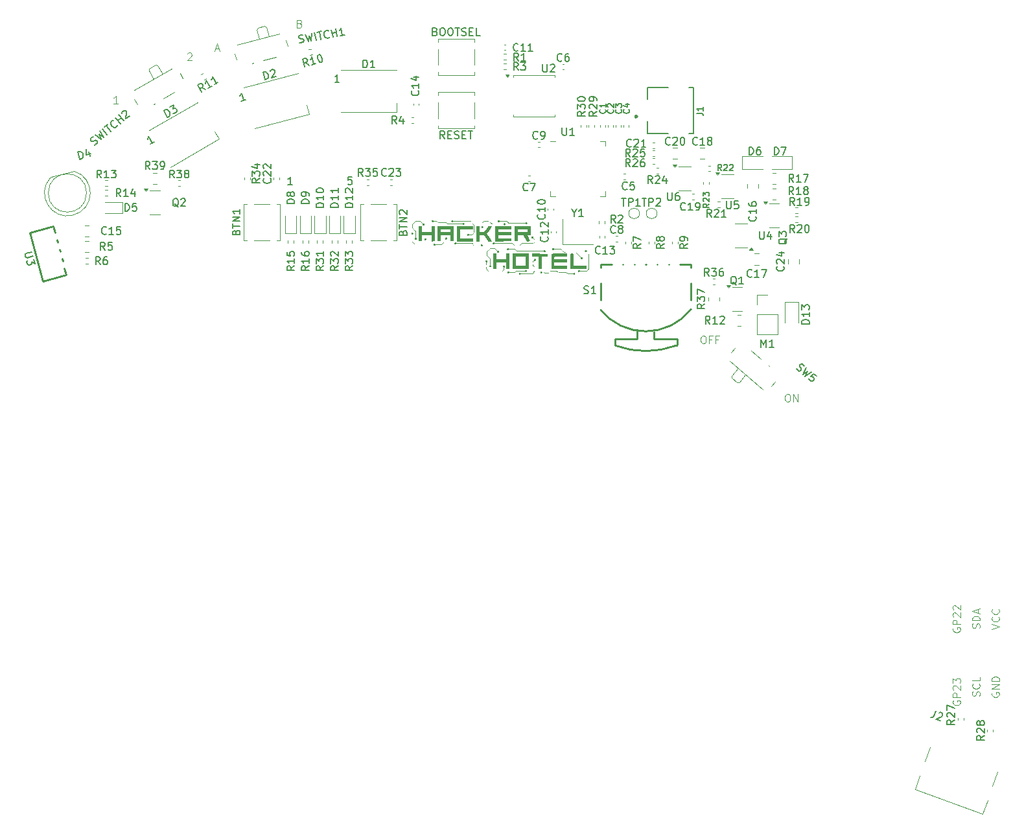
<source format=gbr>
%TF.GenerationSoftware,KiCad,Pcbnew,8.0.4-8.0.4-0~ubuntu22.04.1*%
%TF.CreationDate,2024-11-20T16:55:02+01:00*%
%TF.ProjectId,HH2025badge,48483230-3235-4626-9164-67652e6b6963,rev?*%
%TF.SameCoordinates,Original*%
%TF.FileFunction,Legend,Top*%
%TF.FilePolarity,Positive*%
%FSLAX46Y46*%
G04 Gerber Fmt 4.6, Leading zero omitted, Abs format (unit mm)*
G04 Created by KiCad (PCBNEW 8.0.4-8.0.4-0~ubuntu22.04.1) date 2024-11-20 16:55:02*
%MOMM*%
%LPD*%
G01*
G04 APERTURE LIST*
%ADD10C,0.000000*%
%ADD11C,0.100000*%
%ADD12C,0.150000*%
%ADD13C,0.120000*%
%ADD14C,0.250000*%
%ADD15C,0.127000*%
%ADD16C,0.300000*%
G04 APERTURE END LIST*
D10*
G36*
X196701371Y-60288814D02*
G01*
X196706499Y-60289964D01*
X196712980Y-60291276D01*
X196715601Y-60291747D01*
X196715904Y-60291847D01*
X196715770Y-60291951D01*
X196715375Y-60292132D01*
X196714895Y-60292462D01*
X196714679Y-60292705D01*
X196714507Y-60293012D01*
X196714402Y-60293392D01*
X196714385Y-60293853D01*
X196714480Y-60294406D01*
X196714707Y-60295059D01*
X196715089Y-60295820D01*
X196715647Y-60296699D01*
X196716405Y-60297705D01*
X196717383Y-60298847D01*
X196718604Y-60300133D01*
X196720090Y-60301573D01*
X196724963Y-60306483D01*
X196729265Y-60311536D01*
X196733033Y-60316725D01*
X196736302Y-60322039D01*
X196739107Y-60327471D01*
X196741483Y-60333013D01*
X196743468Y-60338655D01*
X196745095Y-60344389D01*
X196746400Y-60350207D01*
X196747420Y-60356100D01*
X196748190Y-60362060D01*
X196748744Y-60368078D01*
X196749119Y-60374145D01*
X196749351Y-60380254D01*
X196749525Y-60392560D01*
X196749533Y-60411337D01*
X196749381Y-60419983D01*
X196749038Y-60428181D01*
X196748437Y-60435964D01*
X196747512Y-60443366D01*
X196746908Y-60446935D01*
X196746198Y-60450422D01*
X196745375Y-60453830D01*
X196744429Y-60457165D01*
X196743353Y-60460431D01*
X196742138Y-60463631D01*
X196740776Y-60466770D01*
X196739260Y-60469853D01*
X196737580Y-60472883D01*
X196735728Y-60475865D01*
X196733697Y-60478803D01*
X196731477Y-60481702D01*
X196729062Y-60484565D01*
X196726441Y-60487397D01*
X196723609Y-60490203D01*
X196720555Y-60492986D01*
X196717271Y-60495751D01*
X196713751Y-60498502D01*
X196709984Y-60501243D01*
X196705964Y-60503979D01*
X196701727Y-60506555D01*
X196695561Y-60510024D01*
X196688134Y-60514027D01*
X196680113Y-60518207D01*
X196672165Y-60522206D01*
X196664959Y-60525667D01*
X196659160Y-60528232D01*
X196656998Y-60529066D01*
X196655438Y-60529542D01*
X196646969Y-60531239D01*
X196638722Y-60532399D01*
X196630684Y-60533031D01*
X196622839Y-60533145D01*
X196615174Y-60532747D01*
X196607673Y-60531848D01*
X196600323Y-60530455D01*
X196593109Y-60528577D01*
X196586017Y-60526222D01*
X196579031Y-60523400D01*
X196572139Y-60520118D01*
X196565325Y-60516386D01*
X196558575Y-60512211D01*
X196551875Y-60507602D01*
X196545210Y-60502569D01*
X196538566Y-60497118D01*
X196535205Y-60494140D01*
X196532319Y-60491353D01*
X196529835Y-60488728D01*
X196527680Y-60486232D01*
X196525782Y-60483835D01*
X196524067Y-60481505D01*
X196520899Y-60476921D01*
X196519300Y-60474605D01*
X196517594Y-60472230D01*
X196515709Y-60469766D01*
X196513571Y-60467181D01*
X196511107Y-60464444D01*
X196508246Y-60461523D01*
X196504914Y-60458388D01*
X196501039Y-60455007D01*
X196525588Y-60444114D01*
X196525724Y-60443832D01*
X196525871Y-60443572D01*
X196526027Y-60443335D01*
X196526192Y-60443119D01*
X196526367Y-60442922D01*
X196526549Y-60442744D01*
X196526740Y-60442584D01*
X196526939Y-60442440D01*
X196527145Y-60442311D01*
X196527358Y-60442197D01*
X196527578Y-60442095D01*
X196527803Y-60442006D01*
X196528272Y-60441857D01*
X196528762Y-60441743D01*
X196529268Y-60441653D01*
X196529789Y-60441578D01*
X196530861Y-60441440D01*
X196531407Y-60441358D01*
X196531954Y-60441255D01*
X196532501Y-60441122D01*
X196533043Y-60440951D01*
X196532469Y-60316638D01*
X196684229Y-60316806D01*
X196686017Y-60318895D01*
X196687503Y-60320851D01*
X196688712Y-60322676D01*
X196689670Y-60324376D01*
X196690403Y-60325955D01*
X196690936Y-60327417D01*
X196691295Y-60328766D01*
X196691506Y-60330006D01*
X196691585Y-60332177D01*
X196691377Y-60333963D01*
X196690923Y-60336516D01*
X196690952Y-60336966D01*
X196691088Y-60337349D01*
X196691357Y-60337670D01*
X196691786Y-60337932D01*
X196692399Y-60338140D01*
X196693223Y-60338298D01*
X196695605Y-60338481D01*
X196699136Y-60338514D01*
X196704022Y-60338431D01*
X196718676Y-60338050D01*
X196716494Y-60333031D01*
X196714431Y-60328747D01*
X196712481Y-60325094D01*
X196710639Y-60321966D01*
X196708897Y-60319259D01*
X196707251Y-60316868D01*
X196704222Y-60312613D01*
X196702827Y-60310539D01*
X196701504Y-60308361D01*
X196700247Y-60305975D01*
X196699050Y-60303275D01*
X196697908Y-60300156D01*
X196696815Y-60296514D01*
X196695764Y-60292243D01*
X196694750Y-60287238D01*
X196701371Y-60288814D01*
G37*
G36*
X193281724Y-58663224D02*
G01*
X193282838Y-58676714D01*
X193284738Y-58716552D01*
X193286065Y-58768438D01*
X193286448Y-58806076D01*
X193277955Y-58655163D01*
X193280528Y-58655041D01*
X193281724Y-58663224D01*
G37*
G36*
X195304949Y-56359286D02*
G01*
X195318502Y-56358964D01*
X195332341Y-56358329D01*
X195346237Y-56357811D01*
X195353136Y-56357732D01*
X195359964Y-56357843D01*
X195366693Y-56358201D01*
X195373295Y-56358857D01*
X195379740Y-56359867D01*
X195386001Y-56361284D01*
X195392049Y-56363162D01*
X195394985Y-56364291D01*
X195397856Y-56365555D01*
X195400660Y-56366962D01*
X195403394Y-56368518D01*
X195406052Y-56370229D01*
X195408633Y-56372103D01*
X195555934Y-56486763D01*
X195560710Y-56490475D01*
X195565459Y-56494002D01*
X195574877Y-56500602D01*
X195584182Y-56506766D01*
X195593372Y-56512696D01*
X195602444Y-56518596D01*
X195611395Y-56524667D01*
X195615823Y-56527831D01*
X195620220Y-56531113D01*
X195624584Y-56534540D01*
X195628916Y-56538136D01*
X195746313Y-56628359D01*
X195747253Y-56629068D01*
X195748283Y-56629831D01*
X195750254Y-56631292D01*
X195770281Y-56645684D01*
X195772378Y-56647073D01*
X195774481Y-56648456D01*
X195881742Y-56727332D01*
X195885186Y-56729538D01*
X195888262Y-56731611D01*
X195891019Y-56733560D01*
X195893501Y-56735397D01*
X195895756Y-56737133D01*
X195897828Y-56738776D01*
X195901613Y-56741830D01*
X195903418Y-56743262D01*
X195905225Y-56744643D01*
X195907082Y-56745985D01*
X195909035Y-56747298D01*
X195911129Y-56748593D01*
X195913411Y-56749879D01*
X195915927Y-56751168D01*
X195918723Y-56752469D01*
X197285228Y-56752350D01*
X197287157Y-56747995D01*
X197288919Y-56744273D01*
X197290534Y-56741107D01*
X197292025Y-56738417D01*
X197293415Y-56736127D01*
X197294726Y-56734156D01*
X197295980Y-56732427D01*
X197297200Y-56730862D01*
X197299627Y-56727907D01*
X197300879Y-56726361D01*
X197302186Y-56724664D01*
X197303570Y-56722738D01*
X197305054Y-56720505D01*
X197306661Y-56717886D01*
X197308412Y-56714802D01*
X197310224Y-56711423D01*
X197311773Y-56708389D01*
X197313080Y-56705680D01*
X197314163Y-56703275D01*
X197315045Y-56701156D01*
X197315744Y-56699301D01*
X197316676Y-56696308D01*
X197317121Y-56694134D01*
X197317241Y-56692621D01*
X197317150Y-56690938D01*
X197317262Y-56690449D01*
X197317695Y-56689981D01*
X197318609Y-56689375D01*
X197320167Y-56688471D01*
X197325859Y-56685131D01*
X197330316Y-56682375D01*
X197336062Y-56678682D01*
X197342419Y-56674646D01*
X197348548Y-56671009D01*
X197354495Y-56667753D01*
X197360306Y-56664862D01*
X197366028Y-56662319D01*
X197371707Y-56660107D01*
X197377388Y-56658209D01*
X197383118Y-56656608D01*
X197388944Y-56655287D01*
X197394910Y-56654229D01*
X197401064Y-56653418D01*
X197407452Y-56652836D01*
X197414119Y-56652467D01*
X197421112Y-56652294D01*
X197428477Y-56652300D01*
X197436260Y-56652467D01*
X197443407Y-56652791D01*
X197450168Y-56653327D01*
X197456578Y-56654092D01*
X197462668Y-56655103D01*
X197468473Y-56656375D01*
X197474027Y-56657925D01*
X197479362Y-56659771D01*
X197484513Y-56661928D01*
X197489513Y-56664412D01*
X197494396Y-56667241D01*
X197499194Y-56670431D01*
X197503943Y-56673997D01*
X197508674Y-56677958D01*
X197513422Y-56682329D01*
X197518220Y-56687126D01*
X197523102Y-56692367D01*
X197526128Y-56696059D01*
X197529045Y-56700284D01*
X197531838Y-56704990D01*
X197534493Y-56710125D01*
X197536995Y-56715638D01*
X197539329Y-56721476D01*
X197541480Y-56727586D01*
X197543433Y-56733917D01*
X197545175Y-56740416D01*
X197546689Y-56747031D01*
X197547961Y-56753711D01*
X197548977Y-56760402D01*
X197549721Y-56767054D01*
X197550179Y-56773612D01*
X197550336Y-56780027D01*
X197550178Y-56786244D01*
X197549171Y-56797868D01*
X197547425Y-56808909D01*
X197544977Y-56819368D01*
X197541862Y-56829245D01*
X197538115Y-56838541D01*
X197533772Y-56847258D01*
X197528869Y-56855395D01*
X197523440Y-56862955D01*
X197517522Y-56869938D01*
X197511150Y-56876345D01*
X197504359Y-56882177D01*
X197497186Y-56887434D01*
X197489665Y-56892118D01*
X197481832Y-56896229D01*
X197473723Y-56899769D01*
X197465374Y-56902738D01*
X197456819Y-56905137D01*
X197448094Y-56906968D01*
X197439235Y-56908230D01*
X197430278Y-56908926D01*
X197421257Y-56909055D01*
X197412209Y-56908619D01*
X197403169Y-56907618D01*
X197394173Y-56906054D01*
X197385255Y-56903928D01*
X197376453Y-56901240D01*
X197367800Y-56897991D01*
X197359333Y-56894182D01*
X197351087Y-56889814D01*
X197343098Y-56884888D01*
X197335401Y-56879405D01*
X197328033Y-56873366D01*
X197325086Y-56870616D01*
X197322387Y-56867781D01*
X197319901Y-56864863D01*
X197317593Y-56861868D01*
X197315427Y-56858800D01*
X197313369Y-56855665D01*
X197309437Y-56849207D01*
X197305519Y-56842529D01*
X197301335Y-56835670D01*
X197299056Y-56832182D01*
X197296605Y-56828663D01*
X197293949Y-56825116D01*
X197291052Y-56821545D01*
X197280853Y-56809435D01*
X197280797Y-56809204D01*
X197280735Y-56808985D01*
X197280666Y-56808777D01*
X197280592Y-56808580D01*
X197280512Y-56808393D01*
X197280427Y-56808216D01*
X197280336Y-56808047D01*
X197280241Y-56807887D01*
X197280142Y-56807735D01*
X197280039Y-56807590D01*
X197279931Y-56807452D01*
X197279820Y-56807320D01*
X197279589Y-56807073D01*
X197279348Y-56806843D01*
X197279098Y-56806628D01*
X197278842Y-56806421D01*
X197278323Y-56806017D01*
X197278064Y-56805811D01*
X197277809Y-56805597D01*
X197277559Y-56805369D01*
X197277318Y-56805123D01*
X196029064Y-56805683D01*
X196007990Y-56805858D01*
X195989303Y-56806281D01*
X195957942Y-56807284D01*
X195944697Y-56807566D01*
X195932694Y-56807505D01*
X195921647Y-56806952D01*
X195916393Y-56806445D01*
X195911270Y-56805759D01*
X195906244Y-56804877D01*
X195901277Y-56803778D01*
X195896335Y-56802446D01*
X195891382Y-56800861D01*
X195886381Y-56799004D01*
X195881298Y-56796858D01*
X195876096Y-56794404D01*
X195870740Y-56791623D01*
X195865194Y-56788497D01*
X195859421Y-56785007D01*
X195847056Y-56776861D01*
X195833358Y-56767037D01*
X195818042Y-56755388D01*
X195662992Y-56642275D01*
X195633244Y-56619305D01*
X195603175Y-56596838D01*
X195542630Y-56552521D01*
X195512431Y-56530225D01*
X195482466Y-56507538D01*
X195452875Y-56484237D01*
X195423795Y-56460100D01*
X195418281Y-56455351D01*
X195412721Y-56450538D01*
X195398808Y-56439224D01*
X195385558Y-56429865D01*
X195379136Y-56425866D01*
X195372825Y-56422292D01*
X195366606Y-56419122D01*
X195360462Y-56416336D01*
X195354373Y-56413911D01*
X195348322Y-56411828D01*
X195336261Y-56408599D01*
X195324130Y-56406479D01*
X195311784Y-56405301D01*
X195299077Y-56404894D01*
X195285862Y-56405090D01*
X195257322Y-56406614D01*
X195224993Y-56408519D01*
X195207043Y-56409193D01*
X195187706Y-56409455D01*
X195011565Y-56408165D01*
X194923098Y-56408194D01*
X194879298Y-56408857D01*
X194835991Y-56410134D01*
X194717782Y-56495135D01*
X194712543Y-56498447D01*
X194711089Y-56499344D01*
X194709894Y-56500039D01*
X194699932Y-56505348D01*
X194556922Y-56596614D01*
X194555021Y-56599460D01*
X194553309Y-56602995D01*
X194550421Y-56611967D01*
X194548191Y-56623193D01*
X194546550Y-56636336D01*
X194545430Y-56651057D01*
X194544763Y-56667021D01*
X194544520Y-56701325D01*
X194548109Y-56820761D01*
X194547898Y-56861862D01*
X194547378Y-56897047D01*
X194546082Y-56951707D01*
X194545644Y-56972201D01*
X194545569Y-56988817D01*
X194545721Y-56995830D01*
X194546027Y-57002065D01*
X194546509Y-57007585D01*
X194547187Y-57012454D01*
X194548082Y-57016736D01*
X194549215Y-57020495D01*
X194550608Y-57023793D01*
X194552282Y-57026695D01*
X194554257Y-57029264D01*
X194556554Y-57031565D01*
X194559195Y-57033661D01*
X194562201Y-57035615D01*
X194565593Y-57037491D01*
X194569391Y-57039353D01*
X194578293Y-57043290D01*
X194589074Y-57047935D01*
X194601904Y-57053798D01*
X194604865Y-57055252D01*
X194607482Y-57056625D01*
X194609796Y-57057942D01*
X194611846Y-57059229D01*
X194613674Y-57060511D01*
X194615321Y-57061813D01*
X194616827Y-57063161D01*
X194618234Y-57064580D01*
X194619582Y-57066095D01*
X194620912Y-57067732D01*
X194622265Y-57069516D01*
X194623681Y-57071472D01*
X194630800Y-57081525D01*
X194634821Y-57087999D01*
X194638452Y-57095704D01*
X194641671Y-57104477D01*
X194644454Y-57114152D01*
X194646778Y-57124567D01*
X194648620Y-57135558D01*
X194649957Y-57146960D01*
X194650766Y-57158609D01*
X194651024Y-57170342D01*
X194650707Y-57181995D01*
X194649793Y-57193404D01*
X194648258Y-57204405D01*
X194646079Y-57214833D01*
X194643233Y-57224526D01*
X194639697Y-57233319D01*
X194637663Y-57237327D01*
X194635448Y-57241048D01*
X194630055Y-57248802D01*
X194624315Y-57255933D01*
X194618252Y-57262451D01*
X194611889Y-57268366D01*
X194605250Y-57273686D01*
X194598360Y-57278421D01*
X194591241Y-57282581D01*
X194583919Y-57286174D01*
X194576416Y-57289211D01*
X194568758Y-57291700D01*
X194560967Y-57293652D01*
X194553067Y-57295074D01*
X194545082Y-57295978D01*
X194537037Y-57296371D01*
X194528955Y-57296265D01*
X194520860Y-57295666D01*
X194512775Y-57294587D01*
X194504725Y-57293034D01*
X194496734Y-57291019D01*
X194488825Y-57288551D01*
X194481022Y-57285638D01*
X194473350Y-57282290D01*
X194465831Y-57278516D01*
X194458491Y-57274327D01*
X194451352Y-57269731D01*
X194444438Y-57264737D01*
X194437775Y-57259356D01*
X194431384Y-57253596D01*
X194425291Y-57247466D01*
X194419519Y-57240977D01*
X194414091Y-57234138D01*
X194409033Y-57226957D01*
X194406806Y-57223553D01*
X194404907Y-57220542D01*
X194403308Y-57217854D01*
X194401983Y-57215417D01*
X194400906Y-57213160D01*
X194400050Y-57211010D01*
X194399388Y-57208898D01*
X194398893Y-57206751D01*
X194398540Y-57204498D01*
X194398301Y-57202067D01*
X194398150Y-57199387D01*
X194398061Y-57196387D01*
X194397784Y-57179756D01*
X194397508Y-57164757D01*
X194397530Y-57157926D01*
X194397703Y-57151472D01*
X194398061Y-57145340D01*
X194398637Y-57139479D01*
X194399465Y-57133835D01*
X194400578Y-57128357D01*
X194402010Y-57122991D01*
X194403794Y-57117685D01*
X194405963Y-57112385D01*
X194408552Y-57107040D01*
X194411593Y-57101597D01*
X194415121Y-57096003D01*
X194419168Y-57090205D01*
X194423768Y-57084150D01*
X194426794Y-57080420D01*
X194429766Y-57076965D01*
X194432684Y-57073772D01*
X194435546Y-57070829D01*
X194438352Y-57068125D01*
X194441100Y-57065647D01*
X194443789Y-57063384D01*
X194446418Y-57061323D01*
X194448986Y-57059453D01*
X194451492Y-57057761D01*
X194453935Y-57056236D01*
X194456314Y-57054865D01*
X194458627Y-57053637D01*
X194460874Y-57052539D01*
X194463054Y-57051560D01*
X194465165Y-57050687D01*
X194469177Y-57049213D01*
X194472903Y-57048020D01*
X194479459Y-57046098D01*
X194482272Y-57045176D01*
X194483559Y-57044683D01*
X194484764Y-57044152D01*
X194485886Y-57043572D01*
X194486926Y-57042931D01*
X194487880Y-57042216D01*
X194488749Y-57041415D01*
X194492653Y-57028692D01*
X194495687Y-57010060D01*
X194497942Y-56986299D01*
X194499510Y-56958189D01*
X194500954Y-56892044D01*
X194500756Y-56817865D01*
X194498376Y-56670367D01*
X194497668Y-56609529D01*
X194498262Y-56565618D01*
X194635707Y-56476025D01*
X194638188Y-56474507D01*
X194640109Y-56473299D01*
X194641547Y-56472357D01*
X194642582Y-56471638D01*
X194643291Y-56471098D01*
X194643753Y-56470695D01*
X194644046Y-56470383D01*
X194644249Y-56470119D01*
X194644698Y-56469562D01*
X194645101Y-56469182D01*
X194645727Y-56468676D01*
X194646654Y-56468000D01*
X194647962Y-56467111D01*
X194649728Y-56465964D01*
X194652031Y-56464517D01*
X194789861Y-56374973D01*
X194792554Y-56372863D01*
X194794568Y-56371177D01*
X194795998Y-56369863D01*
X194796940Y-56368870D01*
X194797492Y-56368147D01*
X194797749Y-56367643D01*
X194797809Y-56367305D01*
X194797768Y-56367083D01*
X194797722Y-56366926D01*
X194797768Y-56366782D01*
X194798002Y-56366601D01*
X194798522Y-56366329D01*
X194805380Y-56363325D01*
X194814101Y-56361625D01*
X194830906Y-56360271D01*
X194884413Y-56358469D01*
X195040504Y-56357573D01*
X195304949Y-56359286D01*
G37*
G36*
X197984768Y-60626097D02*
G01*
X198070404Y-60628116D01*
X198077474Y-60647793D01*
X198067823Y-60641883D01*
X198064295Y-60639765D01*
X198061426Y-60638138D01*
X198059061Y-60636950D01*
X198057045Y-60636149D01*
X198055225Y-60635686D01*
X198053445Y-60635508D01*
X198051550Y-60635564D01*
X198049388Y-60635804D01*
X198043639Y-60636630D01*
X198039743Y-60637113D01*
X198034961Y-60637575D01*
X198029137Y-60637965D01*
X198022118Y-60638231D01*
X197939762Y-60639483D01*
X197834237Y-60639710D01*
X197781399Y-60639203D01*
X197733104Y-60638158D01*
X197692799Y-60636479D01*
X197663928Y-60634073D01*
X197667769Y-60719029D01*
X197669056Y-60808628D01*
X197667153Y-60994198D01*
X197664585Y-61175672D01*
X197665043Y-61260150D01*
X197667722Y-61337938D01*
X197668250Y-61347159D01*
X197668494Y-61350819D01*
X197668744Y-61353931D01*
X197668875Y-61355302D01*
X197669013Y-61356559D01*
X197669160Y-61357712D01*
X197669316Y-61358767D01*
X197669485Y-61359733D01*
X197669668Y-61360618D01*
X197669866Y-61361430D01*
X197670081Y-61362177D01*
X197670315Y-61362867D01*
X197670570Y-61363507D01*
X197670848Y-61364107D01*
X197671150Y-61364673D01*
X197671478Y-61365214D01*
X197671833Y-61365738D01*
X197672219Y-61366253D01*
X197672636Y-61366766D01*
X197673571Y-61367821D01*
X197674652Y-61368968D01*
X197675894Y-61370269D01*
X197677312Y-61371789D01*
X197681682Y-61358173D01*
X197684549Y-61333080D01*
X197686665Y-61254754D01*
X197682698Y-61029567D01*
X197680199Y-60907866D01*
X197679745Y-60796865D01*
X197680845Y-60749308D01*
X197683127Y-60709143D01*
X197686817Y-60677942D01*
X197692138Y-60657279D01*
X198049817Y-60654758D01*
X198047493Y-62578009D01*
X198023136Y-62575749D01*
X197987601Y-62574397D01*
X197944202Y-62573779D01*
X197896258Y-62573719D01*
X197725346Y-62575572D01*
X197704871Y-62575348D01*
X197684179Y-62571709D01*
X197687703Y-62144435D01*
X197688065Y-61886238D01*
X197686827Y-61801263D01*
X197685719Y-61776715D01*
X197684235Y-61766757D01*
X197683517Y-61765883D01*
X197682599Y-61764750D01*
X197681649Y-61763584D01*
X197680833Y-61762606D01*
X197674169Y-61754837D01*
X197668692Y-61749584D01*
X197663244Y-61745258D01*
X197657745Y-61741778D01*
X197652119Y-61739062D01*
X197646287Y-61737031D01*
X197640171Y-61735601D01*
X197633694Y-61734693D01*
X197626777Y-61734225D01*
X197546279Y-61736587D01*
X196463470Y-61736447D01*
X196441899Y-61735995D01*
X196435879Y-61735937D01*
X196430239Y-61735973D01*
X196425293Y-61736141D01*
X196423180Y-61736285D01*
X196421358Y-61736476D01*
X196414455Y-61737315D01*
X196408862Y-61737904D01*
X196404448Y-61738297D01*
X196401080Y-61738552D01*
X196396957Y-61738870D01*
X196395937Y-61739044D01*
X196395630Y-61739159D01*
X196395437Y-61739303D01*
X196395340Y-61739482D01*
X196395324Y-61739702D01*
X196395466Y-61740299D01*
X196395731Y-61741147D01*
X196395989Y-61742304D01*
X196396073Y-61743016D01*
X196396105Y-61743826D01*
X196396070Y-61744740D01*
X196395950Y-61745767D01*
X196395729Y-61746913D01*
X196395391Y-61748184D01*
X196394919Y-61749589D01*
X196394296Y-61751134D01*
X196661209Y-61755051D01*
X196948955Y-61754626D01*
X197518692Y-61751162D01*
X197560112Y-61751298D01*
X197580847Y-61751233D01*
X197601502Y-61750868D01*
X197616941Y-61750456D01*
X197630028Y-61750159D01*
X197640938Y-61750006D01*
X197649848Y-61750026D01*
X197653609Y-61750110D01*
X197656936Y-61750249D01*
X197659851Y-61750445D01*
X197662377Y-61750704D01*
X197664536Y-61751028D01*
X197666349Y-61751420D01*
X197667840Y-61751886D01*
X197669029Y-61752428D01*
X197669518Y-61752728D01*
X197669939Y-61753050D01*
X197670297Y-61753392D01*
X197670593Y-61753755D01*
X197670830Y-61754141D01*
X197671011Y-61754548D01*
X197671139Y-61754979D01*
X197671217Y-61755432D01*
X197671233Y-61756411D01*
X197671080Y-61757488D01*
X197670780Y-61758667D01*
X197670357Y-61759952D01*
X197667862Y-61766223D01*
X197666443Y-61770088D01*
X197665768Y-61772216D01*
X197665146Y-61774479D01*
X197652435Y-61771185D01*
X197630480Y-61768555D01*
X197563771Y-61765038D01*
X197474879Y-61763428D01*
X197373667Y-61763228D01*
X197042839Y-61766562D01*
X196724215Y-61762740D01*
X196643125Y-61762198D01*
X196562956Y-61762593D01*
X196484456Y-61764311D01*
X196408373Y-61767738D01*
X196401464Y-61792469D01*
X196401163Y-62605910D01*
X195980806Y-62609067D01*
X195979532Y-60626450D01*
X196399721Y-60625415D01*
X196402034Y-60667904D01*
X196403271Y-60735446D01*
X196403449Y-60916248D01*
X196401156Y-61254651D01*
X196408275Y-61344846D01*
X196462817Y-61348200D01*
X196596072Y-61350984D01*
X196999196Y-61354459D01*
X197418608Y-61354509D01*
X197655269Y-61350369D01*
X197658594Y-60633955D01*
X197668663Y-60631344D01*
X197684398Y-60629229D01*
X197729802Y-60626319D01*
X197788674Y-60624888D01*
X197854881Y-60624599D01*
X197984768Y-60626097D01*
G37*
G36*
X208079318Y-60179672D02*
G01*
X208085057Y-60180108D01*
X208090777Y-60180822D01*
X208096478Y-60181817D01*
X208102161Y-60183097D01*
X208107826Y-60184666D01*
X208113473Y-60186525D01*
X208119104Y-60188679D01*
X208124718Y-60191131D01*
X208130316Y-60193883D01*
X208135899Y-60196940D01*
X208141466Y-60200305D01*
X208147018Y-60203980D01*
X208152556Y-60207969D01*
X208158080Y-60212275D01*
X208163591Y-60216902D01*
X208167480Y-60220449D01*
X208171250Y-60224222D01*
X208174885Y-60228212D01*
X208178374Y-60232409D01*
X208181702Y-60236805D01*
X208184856Y-60241392D01*
X208187824Y-60246160D01*
X208190592Y-60251100D01*
X208193147Y-60256205D01*
X208195475Y-60261465D01*
X208197563Y-60266872D01*
X208199399Y-60272417D01*
X208200968Y-60278090D01*
X208202258Y-60283885D01*
X208203255Y-60289790D01*
X208203946Y-60295799D01*
X208204494Y-60302936D01*
X208204827Y-60309421D01*
X208204957Y-60315294D01*
X208204900Y-60320595D01*
X208204668Y-60325365D01*
X208204275Y-60329642D01*
X208203735Y-60333468D01*
X208203062Y-60336882D01*
X208202269Y-60339925D01*
X208201370Y-60342636D01*
X208200378Y-60345056D01*
X208199308Y-60347225D01*
X208198172Y-60349183D01*
X208196985Y-60350970D01*
X208194512Y-60354190D01*
X208191997Y-60357208D01*
X208189550Y-60360343D01*
X208188386Y-60362055D01*
X208187280Y-60363917D01*
X208186245Y-60365968D01*
X208185296Y-60368250D01*
X208184446Y-60370801D01*
X208183709Y-60373663D01*
X208183097Y-60376874D01*
X208182626Y-60380476D01*
X208182309Y-60384508D01*
X208182159Y-60389011D01*
X208182190Y-60394024D01*
X208182415Y-60399588D01*
X208196659Y-60408204D01*
X208191727Y-60410273D01*
X208187955Y-60411801D01*
X208183296Y-60413596D01*
X208181500Y-60414300D01*
X208181306Y-60414466D01*
X208181384Y-60414625D01*
X208181586Y-60414868D01*
X208181764Y-60415283D01*
X208181798Y-60415583D01*
X208181771Y-60415959D01*
X208181664Y-60416423D01*
X208181459Y-60416985D01*
X208181136Y-60417657D01*
X208180679Y-60418450D01*
X208180067Y-60419375D01*
X208179283Y-60420444D01*
X208178309Y-60421666D01*
X208177125Y-60423054D01*
X208175714Y-60424618D01*
X208174056Y-60426370D01*
X208171391Y-60429088D01*
X208169275Y-60431171D01*
X208167632Y-60432722D01*
X208166385Y-60433842D01*
X208164769Y-60435200D01*
X208163810Y-60436065D01*
X208163384Y-60436568D01*
X208162891Y-60437255D01*
X208161395Y-60439590D01*
X208154204Y-60450967D01*
X208147827Y-60434889D01*
X208134506Y-60434042D01*
X208120989Y-60433830D01*
X208093687Y-60434495D01*
X208066568Y-60435241D01*
X208053278Y-60435133D01*
X208040275Y-60434429D01*
X208027641Y-60432926D01*
X208021487Y-60431810D01*
X208015455Y-60430417D01*
X208009556Y-60428721D01*
X208003799Y-60426698D01*
X207998194Y-60424320D01*
X207992753Y-60421563D01*
X207987483Y-60418401D01*
X207982397Y-60414808D01*
X207977503Y-60410759D01*
X207972812Y-60406227D01*
X207968335Y-60401188D01*
X207964080Y-60395615D01*
X207960058Y-60389483D01*
X207956280Y-60382767D01*
X207950349Y-60371159D01*
X207945216Y-60360577D01*
X207940873Y-60350891D01*
X207937311Y-60341970D01*
X207934522Y-60333682D01*
X207933414Y-60329735D01*
X207932496Y-60325897D01*
X207931766Y-60322151D01*
X207931225Y-60318483D01*
X207930870Y-60314874D01*
X207930701Y-60311309D01*
X207930716Y-60307771D01*
X207930914Y-60304244D01*
X207931295Y-60300712D01*
X207931857Y-60297157D01*
X207932599Y-60293565D01*
X207933521Y-60289918D01*
X207934620Y-60286199D01*
X207935896Y-60282394D01*
X207938975Y-60274454D01*
X207942748Y-60265969D01*
X207947208Y-60256805D01*
X207952345Y-60246833D01*
X207954468Y-60242650D01*
X207956172Y-60239029D01*
X207957533Y-60235907D01*
X207958626Y-60233220D01*
X207960313Y-60228896D01*
X207961058Y-60227131D01*
X207961839Y-60225546D01*
X207962729Y-60224078D01*
X207963240Y-60223367D01*
X207963807Y-60222662D01*
X207964439Y-60221953D01*
X207965146Y-60221234D01*
X207966823Y-60219732D01*
X207968913Y-60218090D01*
X207971492Y-60216246D01*
X207974636Y-60214135D01*
X207978420Y-60211694D01*
X207990652Y-60204320D01*
X208002780Y-60197852D01*
X208014808Y-60192316D01*
X208026738Y-60187737D01*
X208038576Y-60184140D01*
X208044460Y-60182719D01*
X208050323Y-60181554D01*
X208056163Y-60180647D01*
X208061983Y-60180002D01*
X208067782Y-60179622D01*
X208073560Y-60179511D01*
X208079318Y-60179672D01*
G37*
G36*
X190796277Y-57061442D02*
G01*
X190797181Y-57076091D01*
X190797304Y-57101089D01*
X190796022Y-57169855D01*
X190794059Y-57243193D01*
X190793043Y-57296558D01*
X190791734Y-59017627D01*
X190403220Y-59016465D01*
X190401360Y-58995114D01*
X190400385Y-58960754D01*
X190400489Y-58860717D01*
X190404685Y-58589345D01*
X190406363Y-58448848D01*
X190406153Y-58325705D01*
X190402848Y-58235333D01*
X190399657Y-58207255D01*
X190395240Y-58193153D01*
X190393372Y-58191160D01*
X190391053Y-58189339D01*
X190388310Y-58187682D01*
X190385169Y-58186182D01*
X190377799Y-58183626D01*
X190369155Y-58181613D01*
X190359449Y-58180088D01*
X190348890Y-58178993D01*
X190337692Y-58178272D01*
X190326065Y-58177868D01*
X190302371Y-58177783D01*
X190279498Y-58178284D01*
X190242983Y-58179230D01*
X189723040Y-58181689D01*
X189459652Y-58181953D01*
X189208551Y-58179076D01*
X189183225Y-58178537D01*
X189173442Y-58178370D01*
X189165337Y-58178308D01*
X189161857Y-58178324D01*
X189158728Y-58178377D01*
X189155927Y-58178469D01*
X189153432Y-58178605D01*
X189151220Y-58178787D01*
X189149268Y-58179018D01*
X189147554Y-58179303D01*
X189146054Y-58179644D01*
X189144746Y-58180045D01*
X189143608Y-58180510D01*
X189142616Y-58181041D01*
X189141747Y-58181642D01*
X189140980Y-58182316D01*
X189140290Y-58183068D01*
X189139656Y-58183899D01*
X189139055Y-58184814D01*
X189137860Y-58186908D01*
X189136522Y-58189377D01*
X189135743Y-58190760D01*
X189134860Y-58192248D01*
X189133851Y-58193842D01*
X189132692Y-58195547D01*
X189135583Y-58232377D01*
X189137797Y-58320599D01*
X189140134Y-58586213D01*
X189139574Y-58862377D01*
X189138167Y-58963788D01*
X189135989Y-59019082D01*
X189086048Y-59020429D01*
X189035003Y-59020924D01*
X188930833Y-59020363D01*
X188825938Y-59019406D01*
X188773988Y-59019407D01*
X188722779Y-59020062D01*
X188722886Y-57770864D01*
X189138922Y-57770864D01*
X190084363Y-57771564D01*
X190241985Y-57775006D01*
X190282089Y-57774815D01*
X190301749Y-57774211D01*
X190321028Y-57773183D01*
X190339836Y-57771666D01*
X190358083Y-57769597D01*
X190375678Y-57766913D01*
X190392531Y-57763549D01*
X190393462Y-57476451D01*
X190338257Y-57471877D01*
X190235968Y-57469139D01*
X189948946Y-57467656D01*
X189456792Y-57470095D01*
X189380578Y-57468996D01*
X189297097Y-57467237D01*
X189255208Y-57466829D01*
X189214595Y-57467121D01*
X189176290Y-57468401D01*
X189141323Y-57470956D01*
X189138922Y-57770864D01*
X188722886Y-57770864D01*
X188722947Y-57058089D01*
X190796277Y-57061442D01*
G37*
G36*
X200358843Y-56768306D02*
G01*
X200358232Y-56768662D01*
X200355654Y-56769934D01*
X200352562Y-56771295D01*
X200351308Y-56771763D01*
X200350507Y-56771959D01*
X200350337Y-56771923D01*
X200350338Y-56771919D01*
X200355642Y-56769534D01*
X200358745Y-56768267D01*
X200358895Y-56768240D01*
X200358843Y-56768306D01*
G37*
G36*
X188393778Y-59406582D02*
G01*
X188394654Y-59408390D01*
X188396921Y-59413694D01*
X188398995Y-59419034D01*
X188399819Y-59421757D01*
X188399433Y-59421307D01*
X188398339Y-59419207D01*
X188394631Y-59411180D01*
X188393764Y-59408511D01*
X188393201Y-59406310D01*
X188393157Y-59405856D01*
X188393250Y-59405778D01*
X188393778Y-59406582D01*
G37*
G36*
X186396491Y-56358217D02*
G01*
X186464069Y-56360002D01*
X186484667Y-56361269D01*
X186494532Y-56362814D01*
X186611089Y-56487001D01*
X186611902Y-56487825D01*
X186612802Y-56488728D01*
X186614526Y-56490438D01*
X186689342Y-56567788D01*
X186695184Y-56573812D01*
X186701557Y-56580813D01*
X186715572Y-56597050D01*
X186746447Y-56633600D01*
X186754293Y-56642573D01*
X186762029Y-56651134D01*
X186769576Y-56659109D01*
X186776854Y-56666323D01*
X186783783Y-56672604D01*
X186790284Y-56677777D01*
X186793348Y-56679894D01*
X186796275Y-56681670D01*
X186799055Y-56683081D01*
X186801678Y-56684107D01*
X186805061Y-56684998D01*
X186808694Y-56685579D01*
X186816656Y-56685971D01*
X186825465Y-56685598D01*
X186835021Y-56684771D01*
X186855972Y-56683014D01*
X186867168Y-56682709D01*
X186878710Y-56683204D01*
X186884579Y-56683850D01*
X186890498Y-56684813D01*
X186896453Y-56686133D01*
X186902433Y-56687849D01*
X186908424Y-56690000D01*
X186914414Y-56692626D01*
X186920391Y-56695764D01*
X186926341Y-56699456D01*
X186932253Y-56703738D01*
X186938115Y-56708652D01*
X186943913Y-56714236D01*
X186949634Y-56720529D01*
X186955268Y-56727570D01*
X186960800Y-56735399D01*
X186966219Y-56744054D01*
X186971512Y-56753575D01*
X186977811Y-56766989D01*
X186982590Y-56780193D01*
X186985916Y-56793153D01*
X186987856Y-56805832D01*
X186988477Y-56818195D01*
X186987849Y-56830206D01*
X186986037Y-56841831D01*
X186983110Y-56853032D01*
X186979135Y-56863776D01*
X186974180Y-56874025D01*
X186968312Y-56883745D01*
X186961599Y-56892899D01*
X186954108Y-56901453D01*
X186945908Y-56909371D01*
X186937064Y-56916616D01*
X186927646Y-56923154D01*
X186917720Y-56928950D01*
X186907354Y-56933966D01*
X186896616Y-56938168D01*
X186885573Y-56941520D01*
X186874292Y-56943987D01*
X186862842Y-56945532D01*
X186851290Y-56946121D01*
X186839703Y-56945718D01*
X186828149Y-56944287D01*
X186816696Y-56941792D01*
X186805411Y-56938199D01*
X186794361Y-56933471D01*
X186783614Y-56927572D01*
X186773238Y-56920468D01*
X186763300Y-56912123D01*
X186753868Y-56902500D01*
X186728556Y-56866786D01*
X186726934Y-56863774D01*
X186725494Y-56860791D01*
X186724224Y-56857823D01*
X186723115Y-56854855D01*
X186722155Y-56851872D01*
X186721333Y-56848860D01*
X186720639Y-56845802D01*
X186720061Y-56842686D01*
X186719588Y-56839496D01*
X186719211Y-56836216D01*
X186718917Y-56832833D01*
X186718696Y-56829332D01*
X186718429Y-56821914D01*
X186718322Y-56813845D01*
X186718436Y-56807082D01*
X186718848Y-56800803D01*
X186719529Y-56794980D01*
X186720447Y-56789584D01*
X186721574Y-56784586D01*
X186722878Y-56779958D01*
X186724331Y-56775669D01*
X186725901Y-56771692D01*
X186727559Y-56767998D01*
X186729274Y-56764557D01*
X186732757Y-56758319D01*
X186739089Y-56747611D01*
X186740364Y-56745134D01*
X186741456Y-56742678D01*
X186742335Y-56740216D01*
X186742970Y-56737717D01*
X186743332Y-56735154D01*
X186743390Y-56732497D01*
X186743115Y-56729717D01*
X186742476Y-56726785D01*
X186741443Y-56723673D01*
X186739985Y-56720351D01*
X186738074Y-56716790D01*
X186735679Y-56712962D01*
X186732769Y-56708838D01*
X186729315Y-56704388D01*
X186725286Y-56699584D01*
X186720653Y-56694397D01*
X186463753Y-56409658D01*
X185891349Y-56410190D01*
X185830463Y-56470138D01*
X185823162Y-56476830D01*
X185805012Y-56493577D01*
X185787243Y-56510144D01*
X185769441Y-56526471D01*
X185760397Y-56534526D01*
X185751188Y-56542497D01*
X185570882Y-56700277D01*
X185567681Y-56702779D01*
X185564784Y-56704983D01*
X185559738Y-56708688D01*
X185551463Y-56714607D01*
X185549528Y-56716053D01*
X185547564Y-56717580D01*
X185545527Y-56719236D01*
X185543376Y-56721068D01*
X185541069Y-56723124D01*
X185538565Y-56725450D01*
X185535821Y-56728095D01*
X185532795Y-56731105D01*
X185528620Y-56735129D01*
X185524255Y-56739009D01*
X185519736Y-56742772D01*
X185515099Y-56746442D01*
X185496094Y-56760713D01*
X185491410Y-56764307D01*
X185486825Y-56767962D01*
X185482375Y-56771706D01*
X185478097Y-56775562D01*
X185474027Y-56779558D01*
X185470201Y-56783718D01*
X185466655Y-56788069D01*
X185464998Y-56790323D01*
X185463425Y-56792635D01*
X185461752Y-56795774D01*
X185460245Y-56799773D01*
X185457697Y-56810138D01*
X185455724Y-56823302D01*
X185454265Y-56838841D01*
X185452655Y-56875332D01*
X185452396Y-56916201D01*
X185455431Y-57055212D01*
X185455153Y-57093520D01*
X185454460Y-57126272D01*
X185452669Y-57177466D01*
X185451991Y-57197084D01*
X185451738Y-57213500D01*
X185451837Y-57220691D01*
X185452121Y-57227303D01*
X185452617Y-57233408D01*
X185453350Y-57239080D01*
X185454348Y-57244393D01*
X185455635Y-57249421D01*
X185457240Y-57254236D01*
X185459187Y-57258913D01*
X185461503Y-57263524D01*
X185464215Y-57268144D01*
X185467348Y-57272846D01*
X185470929Y-57277703D01*
X185479541Y-57288179D01*
X185490259Y-57300159D01*
X185518858Y-57330984D01*
X185554040Y-57364780D01*
X185842741Y-57662343D01*
X185843131Y-57662740D01*
X185843557Y-57663164D01*
X185844470Y-57664056D01*
X185845383Y-57664946D01*
X185845809Y-57665367D01*
X185846199Y-57665759D01*
X185869537Y-57690980D01*
X185870840Y-57692626D01*
X185871973Y-57693968D01*
X185872957Y-57695057D01*
X185873813Y-57695947D01*
X185875222Y-57697339D01*
X185875815Y-57697948D01*
X185876362Y-57698568D01*
X185876883Y-57699253D01*
X185877397Y-57700055D01*
X185877927Y-57701028D01*
X185878491Y-57702224D01*
X185879111Y-57703695D01*
X185879806Y-57705495D01*
X185880598Y-57707677D01*
X185881507Y-57710293D01*
X185881332Y-58548298D01*
X185891767Y-58554245D01*
X185902349Y-58560413D01*
X185912891Y-58566795D01*
X185923209Y-58573387D01*
X185928225Y-58576760D01*
X185933117Y-58580184D01*
X185937859Y-58583657D01*
X185942429Y-58587178D01*
X185946805Y-58590749D01*
X185950962Y-58594367D01*
X185954877Y-58598031D01*
X185958528Y-58601743D01*
X185960886Y-58604484D01*
X185963161Y-58607595D01*
X185967444Y-58614838D01*
X185971336Y-58623287D01*
X185974796Y-58632761D01*
X185977783Y-58643075D01*
X185980256Y-58654047D01*
X185982174Y-58665494D01*
X185983497Y-58677232D01*
X185984183Y-58689079D01*
X185984192Y-58700851D01*
X185983482Y-58712366D01*
X185982013Y-58723439D01*
X185979744Y-58733889D01*
X185978297Y-58738822D01*
X185976634Y-58743531D01*
X185974750Y-58747993D01*
X185972641Y-58752184D01*
X185970302Y-58756081D01*
X185967726Y-58759663D01*
X185938291Y-58791317D01*
X185934942Y-58794019D01*
X185930930Y-58796858D01*
X185926335Y-58799790D01*
X185921238Y-58802770D01*
X185915721Y-58805751D01*
X185909864Y-58808689D01*
X185903749Y-58811539D01*
X185897457Y-58814256D01*
X185891069Y-58816794D01*
X185884667Y-58819108D01*
X185878330Y-58821154D01*
X185872140Y-58822886D01*
X185866179Y-58824258D01*
X185860527Y-58825227D01*
X185855266Y-58825746D01*
X185850476Y-58825771D01*
X185846992Y-58825481D01*
X185843637Y-58824995D01*
X185840393Y-58824329D01*
X185837245Y-58823501D01*
X185834177Y-58822528D01*
X185831174Y-58821426D01*
X185828220Y-58820212D01*
X185825298Y-58818904D01*
X185819489Y-58816069D01*
X185813620Y-58813056D01*
X185807565Y-58810001D01*
X185804427Y-58808500D01*
X185801196Y-58807039D01*
X185735270Y-58749814D01*
X185733764Y-58747138D01*
X185732386Y-58744159D01*
X185730003Y-58737371D01*
X185728108Y-58729612D01*
X185726684Y-58721045D01*
X185725719Y-58711832D01*
X185725197Y-58702135D01*
X185725104Y-58692116D01*
X185725425Y-58681937D01*
X185726147Y-58671761D01*
X185727254Y-58661750D01*
X185728733Y-58652065D01*
X185730568Y-58642870D01*
X185732745Y-58634326D01*
X185735250Y-58626596D01*
X185738068Y-58619841D01*
X185741185Y-58614224D01*
X185741506Y-58613742D01*
X185741859Y-58613234D01*
X185742620Y-58612174D01*
X185743386Y-58611117D01*
X185743746Y-58610612D01*
X185744076Y-58610136D01*
X185744759Y-58609154D01*
X185745512Y-58608089D01*
X185746266Y-58607026D01*
X185746953Y-58606048D01*
X185750661Y-58600996D01*
X185754559Y-58596291D01*
X185758649Y-58591908D01*
X185762930Y-58587822D01*
X185767404Y-58584007D01*
X185772070Y-58580438D01*
X185776928Y-58577088D01*
X185781978Y-58573933D01*
X185787222Y-58570948D01*
X185792659Y-58568106D01*
X185798290Y-58565382D01*
X185804115Y-58562751D01*
X185816347Y-58557665D01*
X185829357Y-58552645D01*
X185829609Y-57771977D01*
X185829767Y-57755143D01*
X185829709Y-57748498D01*
X185829499Y-57742844D01*
X185829322Y-57740343D01*
X185829090Y-57738035D01*
X185828796Y-57735902D01*
X185828436Y-57733926D01*
X185828002Y-57732089D01*
X185827490Y-57730374D01*
X185826894Y-57728761D01*
X185826207Y-57727233D01*
X185825425Y-57725772D01*
X185824540Y-57724360D01*
X185823548Y-57722979D01*
X185822443Y-57721610D01*
X185821219Y-57720236D01*
X185819869Y-57718839D01*
X185816773Y-57715901D01*
X185798235Y-57699604D01*
X185702300Y-57603067D01*
X185694930Y-57595815D01*
X185691193Y-57592113D01*
X185688174Y-57589088D01*
X185557008Y-57457894D01*
X185530510Y-57432308D01*
X185518793Y-57420876D01*
X185507614Y-57409787D01*
X185496612Y-57398621D01*
X185485424Y-57386953D01*
X185473689Y-57374362D01*
X185461045Y-57360426D01*
X185453052Y-57351828D01*
X185445398Y-57344121D01*
X185431214Y-57330698D01*
X185418700Y-57318802D01*
X185413133Y-57313003D01*
X185408062Y-57307076D01*
X185405720Y-57304013D01*
X185403512Y-57300854D01*
X185401441Y-57297578D01*
X185399509Y-57294165D01*
X185397721Y-57290592D01*
X185396079Y-57286840D01*
X185394587Y-57282886D01*
X185393247Y-57278710D01*
X185392064Y-57274290D01*
X185391040Y-57269606D01*
X185390179Y-57264635D01*
X185389484Y-57259357D01*
X185388958Y-57253750D01*
X185388604Y-57247794D01*
X185388426Y-57241467D01*
X185388427Y-57234748D01*
X185388821Y-57186458D01*
X185388864Y-57138100D01*
X185388665Y-57041415D01*
X185388445Y-56990381D01*
X185387918Y-56946860D01*
X185386747Y-56879418D01*
X185386506Y-56854026D01*
X185386763Y-56833207D01*
X185387140Y-56824283D01*
X185387718Y-56816226D01*
X185388520Y-56808945D01*
X185389572Y-56802348D01*
X185390900Y-56796343D01*
X185392528Y-56790837D01*
X185394481Y-56785740D01*
X185396784Y-56780960D01*
X185399464Y-56776403D01*
X185402544Y-56771979D01*
X185406050Y-56767596D01*
X185410007Y-56763162D01*
X185414441Y-56758584D01*
X185419375Y-56753772D01*
X185430849Y-56743074D01*
X185444630Y-56730334D01*
X185460919Y-56714816D01*
X185461304Y-56714434D01*
X185461719Y-56714014D01*
X185462596Y-56713110D01*
X185463473Y-56712204D01*
X185464272Y-56711393D01*
X185598112Y-56596481D01*
X185618235Y-56578231D01*
X185641511Y-56556516D01*
X185693272Y-56508087D01*
X185719630Y-56484071D01*
X185744888Y-56461986D01*
X185756773Y-56452089D01*
X185767984Y-56443181D01*
X185778389Y-56435431D01*
X185787854Y-56429006D01*
X185792447Y-56425805D01*
X185797275Y-56421959D01*
X185802293Y-56417572D01*
X185807454Y-56412750D01*
X185812712Y-56407599D01*
X185818021Y-56402225D01*
X185828606Y-56391227D01*
X185838842Y-56380601D01*
X185843714Y-56375691D01*
X185848360Y-56371190D01*
X185852734Y-56367204D01*
X185856789Y-56363839D01*
X185860481Y-56361199D01*
X185862176Y-56360185D01*
X185863762Y-56359391D01*
X185987944Y-56357889D01*
X186196575Y-56357036D01*
X186396491Y-56358217D01*
G37*
G36*
X205637208Y-60654815D02*
G01*
X205638054Y-60674226D01*
X205638458Y-60717671D01*
X205637855Y-60845105D01*
X205635231Y-60974003D01*
X205633108Y-61019277D01*
X205631835Y-61033669D01*
X205630418Y-61041249D01*
X205609770Y-61043353D01*
X205587233Y-61044936D01*
X205537507Y-61046755D01*
X205483261Y-61047131D01*
X205426521Y-61046487D01*
X205313649Y-61043838D01*
X205215080Y-61042201D01*
X204531097Y-61037890D01*
X204319915Y-61038658D01*
X204139278Y-61041696D01*
X204012496Y-61047772D01*
X203976584Y-61052188D01*
X203966774Y-61054782D01*
X203962878Y-61057650D01*
X203961576Y-61062677D01*
X203960507Y-61067291D01*
X203959650Y-61071556D01*
X203958987Y-61075532D01*
X203958497Y-61079284D01*
X203958159Y-61082874D01*
X203957954Y-61086363D01*
X203957862Y-61089815D01*
X203957935Y-61096858D01*
X203958218Y-61104503D01*
X203958549Y-61113249D01*
X203958769Y-61123598D01*
X203958173Y-61316937D01*
X203958668Y-61322151D01*
X203959037Y-61325509D01*
X203959192Y-61326652D01*
X203959339Y-61327524D01*
X203959483Y-61328189D01*
X203959632Y-61328711D01*
X203959794Y-61329154D01*
X203959977Y-61329584D01*
X203960431Y-61330657D01*
X203960718Y-61331429D01*
X203961054Y-61332444D01*
X203961447Y-61333766D01*
X203961905Y-61335460D01*
X203966832Y-61346428D01*
X204029236Y-61351246D01*
X204184808Y-61354240D01*
X204665777Y-61356201D01*
X205539214Y-61354157D01*
X205548262Y-61354058D01*
X205556823Y-61353806D01*
X205572531Y-61353043D01*
X205586435Y-61352273D01*
X205592741Y-61352012D01*
X205598632Y-61351901D01*
X205604121Y-61351992D01*
X205609218Y-61352333D01*
X205611624Y-61352614D01*
X205613937Y-61352976D01*
X205616158Y-61353427D01*
X205618289Y-61353972D01*
X205620332Y-61354618D01*
X205622287Y-61355371D01*
X205624157Y-61356238D01*
X205625942Y-61357224D01*
X205627645Y-61358337D01*
X205629267Y-61359581D01*
X205630809Y-61360965D01*
X205632273Y-61362494D01*
X205634480Y-61368944D01*
X205636368Y-61382060D01*
X205639255Y-61424682D01*
X205641063Y-61483155D01*
X205641922Y-61550272D01*
X205641313Y-61681613D01*
X205640105Y-61731427D01*
X205638468Y-61761060D01*
X203970193Y-61774660D01*
X203967663Y-61777281D01*
X203965515Y-61779708D01*
X203963718Y-61781988D01*
X203962241Y-61784167D01*
X203961053Y-61786292D01*
X203960123Y-61788411D01*
X203959420Y-61790570D01*
X203958912Y-61792815D01*
X203958569Y-61795195D01*
X203958360Y-61797755D01*
X203958254Y-61800543D01*
X203958219Y-61803605D01*
X203958239Y-61810741D01*
X203958173Y-61819538D01*
X203959154Y-62178659D01*
X203960902Y-62180277D01*
X203962214Y-62181640D01*
X203963174Y-62182775D01*
X203963870Y-62183712D01*
X203964815Y-62185101D01*
X203965237Y-62185608D01*
X203965740Y-62186029D01*
X203966411Y-62186390D01*
X203967336Y-62186720D01*
X203968602Y-62187047D01*
X203970296Y-62187399D01*
X203983073Y-62189613D01*
X204079364Y-62193778D01*
X204278184Y-62194605D01*
X204841692Y-62191238D01*
X205390157Y-62189500D01*
X205570174Y-62192363D01*
X205621128Y-62195274D01*
X205640141Y-62199379D01*
X205637802Y-62601480D01*
X205553098Y-62606557D01*
X205354001Y-62608980D01*
X204745328Y-62608682D01*
X203614929Y-62607227D01*
X203599816Y-62607479D01*
X203596024Y-62607452D01*
X203592251Y-62607345D01*
X203588508Y-62607136D01*
X203584810Y-62606804D01*
X203581166Y-62606327D01*
X203577591Y-62605684D01*
X203574096Y-62604852D01*
X203570693Y-62603810D01*
X203567395Y-62602536D01*
X203564213Y-62601008D01*
X203562670Y-62600142D01*
X203561161Y-62599205D01*
X203559687Y-62598193D01*
X203558249Y-62597105D01*
X203575124Y-62594130D01*
X203597564Y-62591813D01*
X203656151Y-62588894D01*
X203728025Y-62587833D01*
X203807198Y-62588117D01*
X204077174Y-62592428D01*
X205622004Y-62592428D01*
X205623452Y-62584143D01*
X205624526Y-62570458D01*
X205625710Y-62529757D01*
X205625298Y-62415085D01*
X205622004Y-62213141D01*
X204077174Y-62213168D01*
X204069701Y-62213072D01*
X204062308Y-62212847D01*
X204047813Y-62212227D01*
X204033781Y-62211750D01*
X204026967Y-62211703D01*
X204020302Y-62211857D01*
X204013799Y-62212267D01*
X204007469Y-62212988D01*
X204001324Y-62214075D01*
X203995374Y-62215583D01*
X203992476Y-62216513D01*
X203989632Y-62217568D01*
X203986842Y-62218756D01*
X203984108Y-62220084D01*
X203981431Y-62221559D01*
X203978814Y-62223187D01*
X203976257Y-62224975D01*
X203973762Y-62226931D01*
X203977724Y-62230323D01*
X203980374Y-62232701D01*
X203981386Y-62233590D01*
X203982286Y-62234321D01*
X203983144Y-62234927D01*
X203984034Y-62235440D01*
X203985025Y-62235891D01*
X203986192Y-62236313D01*
X203987604Y-62236738D01*
X203989334Y-62237198D01*
X204000867Y-62240027D01*
X205601311Y-62240685D01*
X205601276Y-62571743D01*
X203594390Y-62571743D01*
X203591299Y-62145975D01*
X203591642Y-61712559D01*
X203594390Y-60847804D01*
X203594195Y-60811242D01*
X203593703Y-60779709D01*
X203593056Y-60752839D01*
X203592396Y-60730266D01*
X203591864Y-60711624D01*
X203591602Y-60696546D01*
X203591617Y-60690230D01*
X203591752Y-60684667D01*
X203592025Y-60679812D01*
X203592454Y-60675620D01*
X203593057Y-60672044D01*
X203593851Y-60669038D01*
X203594854Y-60666558D01*
X203596084Y-60664557D01*
X203597558Y-60662989D01*
X203599295Y-60661809D01*
X203601311Y-60660970D01*
X203603625Y-60660428D01*
X203606254Y-60660136D01*
X203609216Y-60660048D01*
X203616209Y-60660304D01*
X203624747Y-60660828D01*
X203634970Y-60661255D01*
X203880639Y-60664469D01*
X204128099Y-60664231D01*
X204621991Y-60661584D01*
X205601311Y-60661584D01*
X205601311Y-60992648D01*
X204787506Y-60992648D01*
X204402949Y-60989980D01*
X204201207Y-60989359D01*
X204021873Y-60991627D01*
X204017109Y-60991784D01*
X204012752Y-60991994D01*
X204008763Y-60992268D01*
X204005108Y-60992616D01*
X204001748Y-60993048D01*
X203998647Y-60993576D01*
X203995768Y-60994210D01*
X203993075Y-60994960D01*
X203990529Y-60995836D01*
X203988095Y-60996850D01*
X203985735Y-60998012D01*
X203983413Y-60999331D01*
X203981091Y-61000820D01*
X203978734Y-61002488D01*
X203976303Y-61004345D01*
X203973762Y-61006403D01*
X203977724Y-61009796D01*
X203980374Y-61012174D01*
X203981386Y-61013063D01*
X203982286Y-61013794D01*
X203983144Y-61014400D01*
X203984034Y-61014913D01*
X203985025Y-61015364D01*
X203986192Y-61015787D01*
X203987604Y-61016212D01*
X203989334Y-61016672D01*
X204000867Y-61019501D01*
X205621969Y-61020229D01*
X205621585Y-60923048D01*
X205620640Y-60825309D01*
X205620666Y-60776527D01*
X205621400Y-60727963D01*
X205623126Y-60679734D01*
X205626127Y-60631959D01*
X205637208Y-60654815D01*
G37*
G36*
X187892675Y-57782934D02*
G01*
X187893150Y-57783147D01*
X187893111Y-57783270D01*
X187892980Y-57783466D01*
X187892828Y-57783565D01*
X187892666Y-57783585D01*
X187892506Y-57783541D01*
X187892236Y-57783332D01*
X187892113Y-57783072D01*
X187892135Y-57782965D01*
X187892228Y-57782895D01*
X187892404Y-57782879D01*
X187892675Y-57782934D01*
G37*
G36*
X203112777Y-60635326D02*
G01*
X203111678Y-61029028D01*
X202288695Y-61032017D01*
X202284535Y-61041601D01*
X202281097Y-61051439D01*
X202278320Y-61061540D01*
X202276140Y-61071911D01*
X202274495Y-61082559D01*
X202273322Y-61093492D01*
X202272558Y-61104718D01*
X202272141Y-61116244D01*
X202272095Y-61140227D01*
X202272684Y-61165502D01*
X202273405Y-61192129D01*
X202273756Y-61220169D01*
X202275832Y-61962969D01*
X202275133Y-62397744D01*
X202273389Y-62542643D01*
X202270348Y-62605567D01*
X202260308Y-62606982D01*
X202243867Y-62608206D01*
X202195487Y-62610067D01*
X202132607Y-62611126D01*
X202062625Y-62611358D01*
X201992941Y-62610738D01*
X201930954Y-62609243D01*
X201884062Y-62606846D01*
X201868589Y-62605302D01*
X201859664Y-62603524D01*
X201857473Y-61045303D01*
X201814379Y-61042281D01*
X201736508Y-61040666D01*
X201517346Y-61040422D01*
X201111708Y-61043259D01*
X201102391Y-61043642D01*
X201090000Y-61044480D01*
X201075859Y-61045316D01*
X201068548Y-61045591D01*
X201061295Y-61045696D01*
X201054269Y-61045572D01*
X201047634Y-61045163D01*
X201041556Y-61044413D01*
X201038777Y-61043892D01*
X201036200Y-61043264D01*
X201033846Y-61042522D01*
X201031734Y-61041659D01*
X201029885Y-61040668D01*
X201028321Y-61039542D01*
X201027062Y-61038274D01*
X201026128Y-61036856D01*
X201025541Y-61035281D01*
X201025321Y-61033543D01*
X201024208Y-60631967D01*
X203112777Y-60635326D01*
G37*
G36*
X193305021Y-57455178D02*
G01*
X191627044Y-57455157D01*
X191628772Y-57453078D01*
X191630688Y-57451182D01*
X191632780Y-57449462D01*
X191635040Y-57447910D01*
X191637457Y-57446519D01*
X191640022Y-57445281D01*
X191642723Y-57444188D01*
X191645552Y-57443232D01*
X191651552Y-57441703D01*
X191657942Y-57440631D01*
X191664641Y-57439955D01*
X191671570Y-57439614D01*
X191678649Y-57439545D01*
X191685799Y-57439687D01*
X191699991Y-57440358D01*
X191713507Y-57441134D01*
X191725709Y-57441521D01*
X192508875Y-57444536D01*
X192901940Y-57444704D01*
X193285463Y-57442011D01*
X193288054Y-57251330D01*
X193288045Y-57194446D01*
X193286783Y-57143971D01*
X193285526Y-57122715D01*
X193283770Y-57104954D01*
X193281453Y-57091319D01*
X193278512Y-57082442D01*
X191270513Y-57082757D01*
X191264988Y-57388410D01*
X191263386Y-58039506D01*
X191265348Y-58689989D01*
X191270513Y-58993799D01*
X193278330Y-58994527D01*
X193280520Y-58987033D01*
X193282341Y-58974142D01*
X193284956Y-58935224D01*
X193286338Y-58883890D01*
X193286653Y-58826256D01*
X193286448Y-58806076D01*
X193298126Y-59013601D01*
X191249821Y-59013601D01*
X191250780Y-57124134D01*
X191250774Y-57115602D01*
X191250722Y-57111756D01*
X191250636Y-57108173D01*
X191250517Y-57104843D01*
X191250363Y-57101754D01*
X191250175Y-57098896D01*
X191249952Y-57096256D01*
X191249694Y-57093824D01*
X191249400Y-57091587D01*
X191249071Y-57089536D01*
X191248705Y-57087658D01*
X191248302Y-57085942D01*
X191247862Y-57084376D01*
X191247385Y-57082950D01*
X191246870Y-57081652D01*
X191246317Y-57080471D01*
X191245726Y-57079395D01*
X191245096Y-57078412D01*
X191244426Y-57077513D01*
X191243717Y-57076685D01*
X191242968Y-57075917D01*
X191242178Y-57075197D01*
X191241348Y-57074515D01*
X191240476Y-57073858D01*
X191239564Y-57073217D01*
X191237612Y-57071932D01*
X191235491Y-57070569D01*
X191233196Y-57069037D01*
X191235135Y-57062072D01*
X193305021Y-57062072D01*
X193305021Y-57455178D01*
G37*
G36*
X201080086Y-58386003D02*
G01*
X201085167Y-58386545D01*
X201090168Y-58387404D01*
X201095123Y-58388545D01*
X201100062Y-58389938D01*
X201105015Y-58391550D01*
X201110015Y-58393348D01*
X201120275Y-58397377D01*
X201125803Y-58399531D01*
X201130638Y-58401264D01*
X201134870Y-58402658D01*
X201138585Y-58403794D01*
X201144817Y-58405618D01*
X201147509Y-58406468D01*
X201150035Y-58407385D01*
X201152483Y-58408450D01*
X201153705Y-58409063D01*
X201154941Y-58409744D01*
X201156200Y-58410503D01*
X201157495Y-58411349D01*
X201158836Y-58412293D01*
X201160235Y-58413345D01*
X201163246Y-58415814D01*
X201166618Y-58418837D01*
X201170437Y-58422495D01*
X201174792Y-58426869D01*
X201195743Y-58453245D01*
X201198533Y-58457364D01*
X201200120Y-58459730D01*
X201201287Y-58461504D01*
X201203696Y-58465582D01*
X201205768Y-58469702D01*
X201207524Y-58473862D01*
X201208986Y-58478058D01*
X201210174Y-58482287D01*
X201211109Y-58486546D01*
X201211812Y-58490832D01*
X201212306Y-58495141D01*
X201212746Y-58503817D01*
X201212599Y-58512547D01*
X201212033Y-58521307D01*
X201211218Y-58530070D01*
X201209517Y-58547501D01*
X201208968Y-58556118D01*
X201208847Y-58564636D01*
X201209322Y-58573027D01*
X201209836Y-58577167D01*
X201210562Y-58581266D01*
X201211522Y-58585320D01*
X201212737Y-58589327D01*
X201214227Y-58593284D01*
X201216015Y-58597186D01*
X201227073Y-58608876D01*
X201235405Y-58617590D01*
X201240766Y-58623065D01*
X201243717Y-58625932D01*
X201246444Y-58628628D01*
X201251469Y-58633660D01*
X201256319Y-58638473D01*
X201258828Y-58640895D01*
X201261473Y-58643379D01*
X201264301Y-58645954D01*
X201267280Y-58648595D01*
X201273322Y-58653850D01*
X201278863Y-58658689D01*
X201281215Y-58660810D01*
X201283166Y-58662657D01*
X201412238Y-58792906D01*
X201413183Y-59117258D01*
X201413175Y-59125621D01*
X201412894Y-59133353D01*
X201412349Y-59140487D01*
X201411547Y-59147054D01*
X201410496Y-59153087D01*
X201409202Y-59158619D01*
X201407673Y-59163680D01*
X201405917Y-59168303D01*
X201403941Y-59172521D01*
X201401753Y-59176365D01*
X201399359Y-59179867D01*
X201396768Y-59183060D01*
X201393988Y-59185976D01*
X201391024Y-59188647D01*
X201387886Y-59191104D01*
X201384579Y-59193381D01*
X201377493Y-59197520D01*
X201369826Y-59201320D01*
X201352984Y-59208933D01*
X201343930Y-59213259D01*
X201334532Y-59218274D01*
X201324851Y-59224236D01*
X201319923Y-59227651D01*
X201314946Y-59231400D01*
X201225017Y-59278335D01*
X201205825Y-59289908D01*
X201188771Y-59299834D01*
X201180744Y-59304187D01*
X201172890Y-59308138D01*
X201165087Y-59311690D01*
X201157215Y-59314845D01*
X201149154Y-59317607D01*
X201140783Y-59319980D01*
X201131981Y-59321966D01*
X201122627Y-59323569D01*
X201112601Y-59324791D01*
X201101781Y-59325636D01*
X201090049Y-59326107D01*
X201077282Y-59326208D01*
X199773811Y-59326103D01*
X199762260Y-59325797D01*
X199749974Y-59325158D01*
X199737319Y-59324553D01*
X199730968Y-59324377D01*
X199724661Y-59324346D01*
X199718445Y-59324505D01*
X199712365Y-59324901D01*
X199706467Y-59325578D01*
X199700797Y-59326583D01*
X199695400Y-59327961D01*
X199692818Y-59328804D01*
X199690322Y-59329758D01*
X199687917Y-59330827D01*
X199685610Y-59332019D01*
X199683404Y-59333338D01*
X199681307Y-59334790D01*
X199677178Y-59337996D01*
X199673359Y-59341218D01*
X199669812Y-59344456D01*
X199666501Y-59347710D01*
X199663389Y-59350983D01*
X199660438Y-59354274D01*
X199657612Y-59357585D01*
X199654875Y-59360917D01*
X199644068Y-59374476D01*
X199641217Y-59377928D01*
X199638234Y-59381407D01*
X199635080Y-59384915D01*
X199631719Y-59388452D01*
X199518599Y-59503279D01*
X199461661Y-59568837D01*
X199452079Y-59578228D01*
X199442677Y-59585367D01*
X199432617Y-59590527D01*
X199421057Y-59593982D01*
X199407159Y-59596006D01*
X199390082Y-59596872D01*
X199343031Y-59596226D01*
X199273187Y-59594234D01*
X199173828Y-59593083D01*
X198952027Y-59595157D01*
X198840276Y-59595082D01*
X198785329Y-59593987D01*
X198731435Y-59591892D01*
X198724699Y-59582953D01*
X198717702Y-59574266D01*
X198710480Y-59565794D01*
X198703065Y-59557501D01*
X198687796Y-59541307D01*
X198672170Y-59525393D01*
X198656462Y-59509470D01*
X198640946Y-59493245D01*
X198633346Y-59484930D01*
X198625897Y-59476430D01*
X198618632Y-59467709D01*
X198611588Y-59458732D01*
X198608211Y-59454204D01*
X198604934Y-59449700D01*
X198598472Y-59440792D01*
X198595183Y-59436404D01*
X198591786Y-59432071D01*
X198590031Y-59429927D01*
X198588230Y-59427800D01*
X198586376Y-59425690D01*
X198584463Y-59423599D01*
X198502773Y-59339529D01*
X198499674Y-59337019D01*
X198497407Y-59335062D01*
X198495849Y-59333586D01*
X198494876Y-59332517D01*
X198494367Y-59331785D01*
X198494247Y-59331522D01*
X198494198Y-59331315D01*
X198494202Y-59331157D01*
X198494246Y-59331037D01*
X198494389Y-59330877D01*
X198494503Y-59330764D01*
X198494511Y-59330702D01*
X198494466Y-59330625D01*
X198494155Y-59330387D01*
X198493447Y-59329979D01*
X198484188Y-59325193D01*
X196162855Y-59326131D01*
X196160279Y-59332697D01*
X196157640Y-59339038D01*
X196154920Y-59345166D01*
X196152100Y-59351096D01*
X196149164Y-59356843D01*
X196146093Y-59362422D01*
X196142870Y-59367846D01*
X196139476Y-59373131D01*
X196135895Y-59378289D01*
X196132107Y-59383337D01*
X196128095Y-59388288D01*
X196123842Y-59393157D01*
X196119329Y-59397958D01*
X196114539Y-59402705D01*
X196109453Y-59407414D01*
X196104055Y-59412098D01*
X196099621Y-59415654D01*
X196095100Y-59418945D01*
X196090499Y-59421973D01*
X196085825Y-59424742D01*
X196081083Y-59427254D01*
X196076281Y-59429512D01*
X196071423Y-59431521D01*
X196066517Y-59433282D01*
X196061569Y-59434799D01*
X196056585Y-59436074D01*
X196051572Y-59437112D01*
X196046535Y-59437916D01*
X196041481Y-59438487D01*
X196036417Y-59438830D01*
X196031348Y-59438948D01*
X196026281Y-59438843D01*
X196021223Y-59438519D01*
X196016179Y-59437979D01*
X196006160Y-59436263D01*
X195996276Y-59433719D01*
X195986576Y-59430374D01*
X195977110Y-59426251D01*
X195967931Y-59421375D01*
X195959087Y-59415772D01*
X195950629Y-59409466D01*
X195913578Y-59370756D01*
X195911675Y-59367741D01*
X195909947Y-59364542D01*
X195908385Y-59361168D01*
X195906984Y-59357630D01*
X195904640Y-59350104D01*
X195902866Y-59342045D01*
X195901611Y-59333539D01*
X195900825Y-59324668D01*
X195900460Y-59315515D01*
X195900464Y-59306164D01*
X195900789Y-59296698D01*
X195901384Y-59287201D01*
X195903188Y-59268447D01*
X195905476Y-59250566D01*
X195907852Y-59234228D01*
X195956418Y-59189092D01*
X195961298Y-59185082D01*
X195966556Y-59181491D01*
X195972164Y-59178318D01*
X195978092Y-59175564D01*
X195984311Y-59173231D01*
X195990794Y-59171319D01*
X195997509Y-59169828D01*
X196004430Y-59168759D01*
X196011525Y-59168113D01*
X196018768Y-59167890D01*
X196026128Y-59168092D01*
X196033577Y-59168718D01*
X196041085Y-59169770D01*
X196048625Y-59171248D01*
X196056166Y-59173153D01*
X196063680Y-59175486D01*
X196071137Y-59178246D01*
X196078510Y-59181436D01*
X196085768Y-59185055D01*
X196092884Y-59189105D01*
X196099827Y-59193586D01*
X196106569Y-59198498D01*
X196113081Y-59203842D01*
X196119335Y-59209620D01*
X196125300Y-59215831D01*
X196130949Y-59222477D01*
X196136251Y-59229557D01*
X196141179Y-59237074D01*
X196145703Y-59245026D01*
X196149794Y-59253416D01*
X196153423Y-59262244D01*
X196156562Y-59271510D01*
X197292678Y-59273973D01*
X198429021Y-59271454D01*
X198467011Y-59271438D01*
X198481664Y-59271642D01*
X198493941Y-59272173D01*
X198499311Y-59272605D01*
X198504233Y-59273171D01*
X198508756Y-59273889D01*
X198512929Y-59274776D01*
X198516800Y-59275850D01*
X198520419Y-59277127D01*
X198523833Y-59278626D01*
X198527092Y-59280365D01*
X198530244Y-59282359D01*
X198533338Y-59284628D01*
X198536423Y-59287187D01*
X198539547Y-59290056D01*
X198546109Y-59296789D01*
X198553413Y-59304968D01*
X198571807Y-59326217D01*
X198583677Y-59339567D01*
X198597847Y-59354921D01*
X198734683Y-59500984D01*
X198751158Y-59520234D01*
X198757739Y-59527349D01*
X198763699Y-59532992D01*
X198769399Y-59537314D01*
X198775203Y-59540467D01*
X198781473Y-59542601D01*
X198788571Y-59543869D01*
X198796860Y-59544421D01*
X198806702Y-59544409D01*
X198832495Y-59543296D01*
X198868849Y-59541741D01*
X198891892Y-59541175D01*
X198918663Y-59540953D01*
X199180776Y-59544489D01*
X199262223Y-59544513D01*
X199333633Y-59543251D01*
X199386803Y-59540231D01*
X199403984Y-59537915D01*
X199413529Y-59534983D01*
X199414711Y-59534236D01*
X199415854Y-59533453D01*
X199418028Y-59531785D01*
X199420067Y-59529995D01*
X199421987Y-59528096D01*
X199423804Y-59526102D01*
X199425533Y-59524028D01*
X199427190Y-59521886D01*
X199428791Y-59519692D01*
X199431889Y-59515202D01*
X199434954Y-59510670D01*
X199438110Y-59506208D01*
X199439763Y-59504038D01*
X199441487Y-59501929D01*
X199594920Y-59338192D01*
X199599042Y-59333487D01*
X199603223Y-59329087D01*
X199607449Y-59324945D01*
X199611702Y-59321013D01*
X199620227Y-59313589D01*
X199628666Y-59306437D01*
X199632813Y-59302844D01*
X199636890Y-59299176D01*
X199640880Y-59295386D01*
X199644767Y-59291427D01*
X199648536Y-59287251D01*
X199652168Y-59282810D01*
X199655649Y-59278057D01*
X199657328Y-59275549D01*
X199658962Y-59272945D01*
X201132407Y-59272861D01*
X201134813Y-59269033D01*
X201137072Y-59265658D01*
X201139218Y-59262692D01*
X201141284Y-59260086D01*
X201143303Y-59257795D01*
X201145307Y-59255774D01*
X201147330Y-59253975D01*
X201149404Y-59252352D01*
X201151562Y-59250860D01*
X201153838Y-59249453D01*
X201156264Y-59248083D01*
X201158874Y-59246706D01*
X201171802Y-59240191D01*
X201172924Y-59239601D01*
X201174104Y-59238967D01*
X201176395Y-59237728D01*
X201358142Y-59137691D01*
X201358537Y-59104945D01*
X201358464Y-59072145D01*
X201357755Y-59006468D01*
X201357538Y-58973630D01*
X201357693Y-58940821D01*
X201358429Y-58908059D01*
X201359956Y-58875365D01*
X201360213Y-58869806D01*
X201360292Y-58864495D01*
X201360197Y-58859421D01*
X201359931Y-58854571D01*
X201359497Y-58849933D01*
X201358900Y-58845494D01*
X201358142Y-58841241D01*
X201357227Y-58837162D01*
X201356159Y-58833244D01*
X201354942Y-58829476D01*
X201353578Y-58825844D01*
X201352071Y-58822336D01*
X201350425Y-58818940D01*
X201348643Y-58815642D01*
X201346729Y-58812431D01*
X201344686Y-58809294D01*
X201340228Y-58803190D01*
X201335297Y-58797233D01*
X201329922Y-58791321D01*
X201324130Y-58785353D01*
X201297355Y-58758934D01*
X201292042Y-58753704D01*
X201287007Y-58749070D01*
X201282152Y-58744888D01*
X201277380Y-58741013D01*
X201257179Y-58725673D01*
X201245052Y-58716064D01*
X201238142Y-58710266D01*
X201230538Y-58703612D01*
X201222143Y-58695956D01*
X201212861Y-58687154D01*
X201202592Y-58677059D01*
X201191242Y-58665527D01*
X201189591Y-58663794D01*
X201188722Y-58662881D01*
X201187931Y-58662062D01*
X201153098Y-58631149D01*
X201146106Y-58633870D01*
X201143273Y-58635156D01*
X201140836Y-58636394D01*
X201138759Y-58637584D01*
X201137007Y-58638727D01*
X201135547Y-58639825D01*
X201134342Y-58640879D01*
X201132561Y-58642856D01*
X201131384Y-58644666D01*
X201129729Y-58647817D01*
X201128691Y-58649172D01*
X201127998Y-58649798D01*
X201127142Y-58650391D01*
X201126088Y-58650951D01*
X201124802Y-58651481D01*
X201121391Y-58652450D01*
X201116631Y-58653305D01*
X201110243Y-58654054D01*
X201101947Y-58654705D01*
X201091464Y-58655265D01*
X201078585Y-58655271D01*
X201066154Y-58654168D01*
X201054195Y-58652017D01*
X201042732Y-58648877D01*
X201031789Y-58644809D01*
X201021388Y-58639872D01*
X201011554Y-58634128D01*
X201002311Y-58627635D01*
X200993682Y-58620455D01*
X200985691Y-58612646D01*
X200978361Y-58604270D01*
X200971717Y-58595386D01*
X200965781Y-58586054D01*
X200960578Y-58576335D01*
X200956132Y-58566288D01*
X200952465Y-58555973D01*
X200949602Y-58545451D01*
X200947566Y-58534782D01*
X200946382Y-58524026D01*
X200946072Y-58513243D01*
X200946660Y-58502492D01*
X200948171Y-58491835D01*
X200950627Y-58481330D01*
X200954053Y-58471039D01*
X200958472Y-58461021D01*
X200963908Y-58451337D01*
X200970384Y-58442045D01*
X200977925Y-58433208D01*
X200986553Y-58424884D01*
X200996293Y-58417133D01*
X201007169Y-58410017D01*
X201019203Y-58403594D01*
X201024669Y-58400967D01*
X201026767Y-58399942D01*
X201032909Y-58396888D01*
X201039731Y-58393746D01*
X201043018Y-58392393D01*
X201046227Y-58391178D01*
X201049362Y-58390099D01*
X201052427Y-58389151D01*
X201055427Y-58388330D01*
X201058364Y-58387632D01*
X201061242Y-58387054D01*
X201064067Y-58386591D01*
X201066841Y-58386238D01*
X201069568Y-58385993D01*
X201074897Y-58385808D01*
X201080086Y-58386003D01*
G37*
G36*
X198296911Y-57089988D02*
G01*
X198295306Y-57106129D01*
X198292873Y-57148415D01*
X198291426Y-57200168D01*
X198290903Y-57256745D01*
X198291242Y-57313499D01*
X198292380Y-57365787D01*
X198294258Y-57408964D01*
X198296812Y-57438385D01*
X198221486Y-57441083D01*
X198124703Y-57442354D01*
X197893201Y-57441933D01*
X197463518Y-57438441D01*
X196683361Y-57437783D01*
X196679354Y-57438102D01*
X196675642Y-57438454D01*
X196672213Y-57438838D01*
X196669055Y-57439250D01*
X196666157Y-57439690D01*
X196663507Y-57440156D01*
X196661093Y-57440645D01*
X196658905Y-57441156D01*
X196656929Y-57441688D01*
X196655155Y-57442237D01*
X196653572Y-57442803D01*
X196652166Y-57443383D01*
X196650928Y-57443976D01*
X196649844Y-57444580D01*
X196648905Y-57445192D01*
X196648097Y-57445811D01*
X196647409Y-57446436D01*
X196646830Y-57447064D01*
X196646348Y-57447693D01*
X196645952Y-57448322D01*
X196645629Y-57448948D01*
X196645369Y-57449571D01*
X196645159Y-57450187D01*
X196644988Y-57450796D01*
X196644461Y-57453114D01*
X196644311Y-57453655D01*
X196644130Y-57454177D01*
X196643906Y-57454679D01*
X196643629Y-57455157D01*
X196910525Y-57458006D01*
X197467758Y-57457702D01*
X198327787Y-57455192D01*
X198326121Y-57472545D01*
X196668206Y-57471117D01*
X196669900Y-57767301D01*
X196670168Y-57768931D01*
X196670379Y-57770428D01*
X196670538Y-57771799D01*
X196670649Y-57773050D01*
X196670717Y-57774189D01*
X196670747Y-57775224D01*
X196670745Y-57776161D01*
X196670714Y-57777007D01*
X196670660Y-57777769D01*
X196670588Y-57778454D01*
X196670502Y-57779071D01*
X196670407Y-57779624D01*
X196670040Y-57781356D01*
X196669931Y-57782032D01*
X196669912Y-57782347D01*
X196669923Y-57782656D01*
X196669970Y-57782967D01*
X196670056Y-57783286D01*
X196670187Y-57783620D01*
X196670368Y-57783977D01*
X196670604Y-57784364D01*
X196670899Y-57784788D01*
X196671259Y-57785255D01*
X196671687Y-57785773D01*
X196672771Y-57786991D01*
X196674191Y-57788497D01*
X196880041Y-57786776D01*
X197086022Y-57786517D01*
X197498000Y-57787251D01*
X197909208Y-57789636D01*
X198115392Y-57789127D01*
X198217570Y-57787429D01*
X198318736Y-57784381D01*
X198321165Y-57797861D01*
X198323112Y-57815499D01*
X198325735Y-57861006D01*
X198326959Y-57916412D01*
X198327137Y-57977227D01*
X198324455Y-58184746D01*
X196760081Y-58183864D01*
X196754130Y-58183823D01*
X196748448Y-58183727D01*
X196737858Y-58183401D01*
X196728258Y-58182954D01*
X196719592Y-58182455D01*
X196704844Y-58181574D01*
X196698653Y-58181328D01*
X196695829Y-58181284D01*
X196693177Y-58181304D01*
X196690691Y-58181396D01*
X196688363Y-58181569D01*
X196686186Y-58181832D01*
X196684154Y-58182192D01*
X196682259Y-58182659D01*
X196680496Y-58183241D01*
X196678857Y-58183947D01*
X196677335Y-58184786D01*
X196675924Y-58185764D01*
X196674616Y-58186893D01*
X196673405Y-58188179D01*
X196672284Y-58189631D01*
X196671246Y-58191259D01*
X196670285Y-58193070D01*
X196669392Y-58195073D01*
X196668563Y-58197276D01*
X196671384Y-58199915D01*
X196662505Y-58203641D01*
X196659080Y-58205077D01*
X196656253Y-58206345D01*
X196653968Y-58207533D01*
X196653011Y-58208126D01*
X196652167Y-58208731D01*
X196651430Y-58209361D01*
X196650792Y-58210025D01*
X196650247Y-58210737D01*
X196649786Y-58211505D01*
X196649403Y-58212342D01*
X196649091Y-58213259D01*
X196648842Y-58214265D01*
X196648650Y-58215374D01*
X196648404Y-58217939D01*
X196648297Y-58221042D01*
X196648268Y-58229215D01*
X196648231Y-58234461D01*
X196648102Y-58240599D01*
X196649614Y-58600959D01*
X196674870Y-58626460D01*
X196722358Y-58628811D01*
X196810309Y-58630007D01*
X197057348Y-58629969D01*
X197484210Y-58627447D01*
X197872258Y-58624867D01*
X198074889Y-58624281D01*
X198257255Y-58626508D01*
X198265578Y-58626732D01*
X198272467Y-58626952D01*
X198278061Y-58627187D01*
X198282498Y-58627456D01*
X198284325Y-58627609D01*
X198285914Y-58627778D01*
X198287283Y-58627964D01*
X198288449Y-58628170D01*
X198289429Y-58628399D01*
X198290240Y-58628653D01*
X198290899Y-58628933D01*
X198291424Y-58629243D01*
X198291831Y-58629585D01*
X198292139Y-58629960D01*
X198292364Y-58630372D01*
X198292523Y-58630823D01*
X198292634Y-58631314D01*
X198292714Y-58631849D01*
X198292850Y-58633058D01*
X198293068Y-58634467D01*
X198293251Y-58635254D01*
X198293506Y-58636097D01*
X198293851Y-58637000D01*
X198294302Y-58637964D01*
X198294877Y-58638993D01*
X198295594Y-58640089D01*
X198247869Y-58636705D01*
X198197426Y-58634834D01*
X198145096Y-58634149D01*
X198091710Y-58634323D01*
X197884204Y-58637058D01*
X197240871Y-58634433D01*
X196864738Y-58635280D01*
X196732380Y-58637448D01*
X196663572Y-58641237D01*
X196666606Y-58644984D01*
X196668911Y-58648001D01*
X196670604Y-58650371D01*
X196671802Y-58652178D01*
X196673191Y-58654442D01*
X196673618Y-58655067D01*
X196674023Y-58655467D01*
X196674525Y-58655725D01*
X196675241Y-58655925D01*
X196677792Y-58656492D01*
X196679862Y-58657025D01*
X196682620Y-58657839D01*
X196686183Y-58659016D01*
X196690669Y-58660641D01*
X197484210Y-58661859D01*
X197889739Y-58657709D01*
X198093814Y-58657083D01*
X198193671Y-58658464D01*
X198291121Y-58661481D01*
X198292556Y-58669551D01*
X198293800Y-58682834D01*
X198295709Y-58722015D01*
X198296833Y-58772978D01*
X198297159Y-58829677D01*
X198296675Y-58886066D01*
X198295367Y-58936100D01*
X198293221Y-58973732D01*
X198291830Y-58986008D01*
X198290225Y-58992917D01*
X196284172Y-58992917D01*
X196284235Y-57078697D01*
X198298786Y-57077955D01*
X198296911Y-57089988D01*
G37*
G36*
X201433459Y-61307118D02*
G01*
X201440827Y-61307915D01*
X201449029Y-61309393D01*
X201458147Y-61311644D01*
X201468263Y-61314762D01*
X201479461Y-61318840D01*
X201491821Y-61323972D01*
X201494625Y-61325319D01*
X201497510Y-61326933D01*
X201500454Y-61328800D01*
X201503438Y-61330905D01*
X201506438Y-61333233D01*
X201509435Y-61335769D01*
X201512408Y-61338500D01*
X201515334Y-61341411D01*
X201518193Y-61344487D01*
X201520964Y-61347714D01*
X201523626Y-61351077D01*
X201526158Y-61354561D01*
X201528538Y-61358152D01*
X201530745Y-61361836D01*
X201532758Y-61365598D01*
X201534557Y-61369424D01*
X201539742Y-61380298D01*
X201545791Y-61392459D01*
X201548859Y-61398988D01*
X201551808Y-61405796D01*
X201554524Y-61412870D01*
X201556897Y-61420196D01*
X201558814Y-61427759D01*
X201560164Y-61435546D01*
X201560591Y-61439518D01*
X201560834Y-61443542D01*
X201560879Y-61447614D01*
X201560712Y-61451734D01*
X201560319Y-61455899D01*
X201559686Y-61460107D01*
X201558800Y-61464358D01*
X201557645Y-61468648D01*
X201556209Y-61472977D01*
X201554477Y-61477342D01*
X201552435Y-61481743D01*
X201550069Y-61486176D01*
X201542508Y-61498829D01*
X201534754Y-61510498D01*
X201526760Y-61521176D01*
X201518484Y-61530858D01*
X201509879Y-61539538D01*
X201500902Y-61547211D01*
X201496259Y-61550668D01*
X201491506Y-61553871D01*
X201486638Y-61556819D01*
X201481649Y-61559511D01*
X201476533Y-61561947D01*
X201471284Y-61564127D01*
X201465898Y-61566048D01*
X201460368Y-61567712D01*
X201454689Y-61569116D01*
X201448855Y-61570260D01*
X201442860Y-61571144D01*
X201436700Y-61571767D01*
X201430368Y-61572128D01*
X201423860Y-61572226D01*
X201410288Y-61571631D01*
X201395941Y-61569977D01*
X201380774Y-61567258D01*
X201374375Y-61565883D01*
X201369465Y-61564743D01*
X201365844Y-61563798D01*
X201363316Y-61563010D01*
X201361682Y-61562340D01*
X201361139Y-61562037D01*
X201360746Y-61561749D01*
X201360477Y-61561472D01*
X201360308Y-61561200D01*
X201360171Y-61560652D01*
X201360138Y-61560068D01*
X201360011Y-61559409D01*
X201359850Y-61559039D01*
X201359591Y-61558635D01*
X201359210Y-61558194D01*
X201358682Y-61557710D01*
X201357982Y-61557178D01*
X201357086Y-61556593D01*
X201354604Y-61555247D01*
X201351039Y-61553632D01*
X201346193Y-61551710D01*
X201344178Y-61553530D01*
X201341979Y-61555373D01*
X201339614Y-61557239D01*
X201337099Y-61559124D01*
X201331691Y-61562950D01*
X201325895Y-61566837D01*
X201313691Y-61574742D01*
X201307561Y-61578734D01*
X201301596Y-61582735D01*
X201299343Y-61584260D01*
X201297382Y-61585551D01*
X201295674Y-61586636D01*
X201294184Y-61587546D01*
X201292873Y-61588310D01*
X201291704Y-61588957D01*
X201289645Y-61590020D01*
X201287708Y-61590971D01*
X201285596Y-61592045D01*
X201284380Y-61592702D01*
X201283010Y-61593479D01*
X201281446Y-61594405D01*
X201279652Y-61595509D01*
X201261437Y-61610279D01*
X201245509Y-61624627D01*
X201233618Y-61635096D01*
X201228754Y-61639205D01*
X201224381Y-61642737D01*
X201220326Y-61645825D01*
X201216417Y-61648600D01*
X201212479Y-61651193D01*
X201208340Y-61653736D01*
X201198768Y-61659194D01*
X201169605Y-61675282D01*
X201167192Y-61768440D01*
X201166648Y-61833852D01*
X201166942Y-61904060D01*
X201168373Y-61973244D01*
X201171240Y-62035582D01*
X201173304Y-62062366D01*
X201175839Y-62085255D01*
X201178882Y-62103524D01*
X201182471Y-62116443D01*
X201184357Y-62120692D01*
X201186797Y-62125171D01*
X201193205Y-62134754D01*
X201201425Y-62145059D01*
X201211192Y-62155954D01*
X201222238Y-62167306D01*
X201234296Y-62178981D01*
X201260377Y-62202770D01*
X201312919Y-62248385D01*
X201335105Y-62268082D01*
X201344241Y-62276688D01*
X201351717Y-62284289D01*
X201391988Y-62326302D01*
X201395951Y-62330823D01*
X201398087Y-62333206D01*
X201400273Y-62335597D01*
X201402467Y-62337943D01*
X201404628Y-62340187D01*
X201406716Y-62342275D01*
X201408690Y-62344152D01*
X201408718Y-62758308D01*
X201408566Y-62769819D01*
X201408104Y-62778720D01*
X201407377Y-62785461D01*
X201406431Y-62790494D01*
X201405313Y-62794271D01*
X201404069Y-62797243D01*
X201401389Y-62802578D01*
X201400044Y-62805844D01*
X201398759Y-62810111D01*
X201397579Y-62815831D01*
X201396551Y-62823454D01*
X201395721Y-62833434D01*
X201395134Y-62846220D01*
X201394838Y-62862264D01*
X201394879Y-62882019D01*
X201394949Y-62899910D01*
X201394887Y-62907811D01*
X201394762Y-62915062D01*
X201394575Y-62921697D01*
X201394327Y-62927752D01*
X201394018Y-62933261D01*
X201393650Y-62938258D01*
X201393222Y-62942779D01*
X201392737Y-62946859D01*
X201392194Y-62950531D01*
X201391596Y-62953832D01*
X201390942Y-62956795D01*
X201390233Y-62959456D01*
X201389470Y-62961848D01*
X201388655Y-62964008D01*
X201387788Y-62965969D01*
X201386869Y-62967767D01*
X201385900Y-62969436D01*
X201384882Y-62971011D01*
X201382700Y-62974018D01*
X201380331Y-62977066D01*
X201377780Y-62980433D01*
X201375056Y-62984397D01*
X201373631Y-62986690D01*
X201372164Y-62989237D01*
X201370658Y-62992072D01*
X201369112Y-62995230D01*
X201291755Y-63158777D01*
X201282923Y-63178803D01*
X201276367Y-63194202D01*
X201271212Y-63206439D01*
X201266584Y-63216979D01*
X201264194Y-63222070D01*
X201261608Y-63227287D01*
X201258717Y-63232811D01*
X201255411Y-63238827D01*
X201251580Y-63245517D01*
X201247117Y-63253064D01*
X201235853Y-63271463D01*
X199587612Y-63272247D01*
X199565444Y-63314374D01*
X199562034Y-63320704D01*
X199559167Y-63325758D01*
X199556687Y-63329738D01*
X199555544Y-63331389D01*
X199554440Y-63332847D01*
X199553355Y-63334138D01*
X199552269Y-63335287D01*
X199551165Y-63336319D01*
X199550021Y-63337260D01*
X199548819Y-63338134D01*
X199547540Y-63338968D01*
X199544670Y-63340615D01*
X199537146Y-63344531D01*
X199532181Y-63347205D01*
X199526207Y-63350627D01*
X199525691Y-63350937D01*
X199525151Y-63351271D01*
X199524033Y-63351979D01*
X199521889Y-63353363D01*
X199519195Y-63355269D01*
X199516918Y-63357189D01*
X199512949Y-63360971D01*
X199510922Y-63362785D01*
X199508645Y-63364514D01*
X199505950Y-63366136D01*
X199502670Y-63367624D01*
X199498639Y-63368956D01*
X199493689Y-63370106D01*
X199487653Y-63371051D01*
X199480364Y-63371765D01*
X199471655Y-63372226D01*
X199461360Y-63372407D01*
X199449311Y-63372285D01*
X199435341Y-63371836D01*
X199417805Y-63371275D01*
X199414693Y-63371124D01*
X199411938Y-63370908D01*
X199409466Y-63370595D01*
X199408312Y-63370393D01*
X199407200Y-63370156D01*
X199406121Y-63369879D01*
X199405065Y-63369558D01*
X199404024Y-63369190D01*
X199402986Y-63368772D01*
X199401944Y-63368298D01*
X199400888Y-63367766D01*
X199399807Y-63367171D01*
X199398693Y-63366510D01*
X199396329Y-63364973D01*
X199393717Y-63363124D01*
X199390784Y-63360933D01*
X199387454Y-63358368D01*
X199380298Y-63352671D01*
X199373313Y-63346797D01*
X199366543Y-63340724D01*
X199360029Y-63334430D01*
X199353815Y-63327892D01*
X199347942Y-63321089D01*
X199342453Y-63313997D01*
X199337391Y-63306596D01*
X199332797Y-63298861D01*
X199328715Y-63290772D01*
X199325187Y-63282307D01*
X199322256Y-63273441D01*
X199319963Y-63264155D01*
X199319069Y-63259347D01*
X199318351Y-63254425D01*
X199317814Y-63249386D01*
X199317463Y-63244229D01*
X199317304Y-63238949D01*
X199317342Y-63233544D01*
X199317709Y-63227240D01*
X199318477Y-63220898D01*
X199319617Y-63214551D01*
X199321103Y-63208232D01*
X199322909Y-63201972D01*
X199325007Y-63195805D01*
X199327371Y-63189763D01*
X199329974Y-63183878D01*
X199332789Y-63178183D01*
X199335789Y-63172710D01*
X199338947Y-63167492D01*
X199342237Y-63162561D01*
X199345632Y-63157950D01*
X199349105Y-63153691D01*
X199352629Y-63149817D01*
X199356177Y-63146359D01*
X199361163Y-63142151D01*
X199366613Y-63138150D01*
X199372453Y-63134361D01*
X199378609Y-63130792D01*
X199385006Y-63127451D01*
X199391569Y-63124343D01*
X199398226Y-63121476D01*
X199404901Y-63118858D01*
X199411521Y-63116493D01*
X199418010Y-63114391D01*
X199424295Y-63112556D01*
X199430301Y-63110998D01*
X199435955Y-63109722D01*
X199441181Y-63108735D01*
X199445906Y-63108044D01*
X199450055Y-63107656D01*
X199455509Y-63107558D01*
X199461347Y-63107881D01*
X199467499Y-63108597D01*
X199473890Y-63109676D01*
X199480449Y-63111092D01*
X199487103Y-63112815D01*
X199493779Y-63114818D01*
X199500404Y-63117071D01*
X199506907Y-63119548D01*
X199513214Y-63122219D01*
X199519253Y-63125056D01*
X199524952Y-63128031D01*
X199530238Y-63131116D01*
X199535037Y-63134282D01*
X199539279Y-63137501D01*
X199542889Y-63140745D01*
X199594507Y-63217872D01*
X201203008Y-63217360D01*
X201204224Y-63214894D01*
X201205376Y-63212276D01*
X201206475Y-63209524D01*
X201207529Y-63206657D01*
X201209543Y-63200643D01*
X201211496Y-63194376D01*
X201213467Y-63187995D01*
X201215532Y-63181643D01*
X201217769Y-63175460D01*
X201218977Y-63172475D01*
X201220256Y-63169586D01*
X201222983Y-63163849D01*
X201223905Y-63162021D01*
X201224592Y-63160752D01*
X201225089Y-63159938D01*
X201225440Y-63159478D01*
X201225689Y-63159269D01*
X201225882Y-63159211D01*
X201226062Y-63159199D01*
X201226274Y-63159133D01*
X201226563Y-63158911D01*
X201226973Y-63158430D01*
X201227549Y-63157587D01*
X201228335Y-63156282D01*
X201229375Y-63154412D01*
X201230715Y-63151875D01*
X201233059Y-63147258D01*
X201233909Y-63145504D01*
X201234584Y-63144038D01*
X201235115Y-63142800D01*
X201235531Y-63141729D01*
X201235864Y-63140763D01*
X201236142Y-63139843D01*
X201237327Y-63135398D01*
X201238384Y-63131865D01*
X201239135Y-63129557D01*
X201240074Y-63126809D01*
X201338529Y-62914953D01*
X201341498Y-62876393D01*
X201343507Y-62807578D01*
X201344650Y-62621448D01*
X201343786Y-62525266D01*
X201341966Y-62441094D01*
X201339191Y-62379499D01*
X201337446Y-62360470D01*
X201335463Y-62351047D01*
X201332615Y-62345587D01*
X201330271Y-62341558D01*
X201328296Y-62338717D01*
X201326555Y-62336821D01*
X201324911Y-62335623D01*
X201323230Y-62334882D01*
X201319211Y-62333790D01*
X201316603Y-62332951D01*
X201313414Y-62331592D01*
X201309509Y-62329468D01*
X201304753Y-62326335D01*
X201299009Y-62321949D01*
X201292143Y-62316067D01*
X201284018Y-62308443D01*
X201274499Y-62298834D01*
X201270416Y-62294602D01*
X201266930Y-62291052D01*
X201263809Y-62287971D01*
X201260821Y-62285142D01*
X201257735Y-62282352D01*
X201254317Y-62279385D01*
X201250337Y-62276026D01*
X201245562Y-62272060D01*
X201244645Y-62271309D01*
X201243640Y-62270496D01*
X201241711Y-62268938D01*
X201129334Y-62161474D01*
X201124301Y-62154136D01*
X201122439Y-62151205D01*
X201120963Y-62148636D01*
X201119833Y-62146328D01*
X201119013Y-62144186D01*
X201118463Y-62142108D01*
X201118145Y-62139999D01*
X201118021Y-62137759D01*
X201118053Y-62135290D01*
X201118432Y-62129270D01*
X201118973Y-62121155D01*
X201119210Y-62116065D01*
X201119373Y-62110156D01*
X201116012Y-61644292D01*
X201224135Y-61566817D01*
X201228043Y-61563548D01*
X201231158Y-61560858D01*
X201233714Y-61558578D01*
X201235947Y-61556539D01*
X201238092Y-61554571D01*
X201240385Y-61552506D01*
X201243060Y-61550174D01*
X201246352Y-61547406D01*
X201251347Y-61543456D01*
X201257388Y-61538902D01*
X201270998Y-61528761D01*
X201277761Y-61523562D01*
X201283960Y-61518536D01*
X201286721Y-61516148D01*
X201289190Y-61513877D01*
X201291316Y-61511746D01*
X201293049Y-61509780D01*
X201293765Y-61506996D01*
X201294177Y-61504036D01*
X201294225Y-61497593D01*
X201293462Y-61490456D01*
X201292162Y-61482634D01*
X201289031Y-61464962D01*
X201287743Y-61455125D01*
X201287003Y-61444632D01*
X201287080Y-61433487D01*
X201287510Y-61427674D01*
X201288247Y-61421700D01*
X201289323Y-61415567D01*
X201290774Y-61409276D01*
X201292633Y-61402828D01*
X201294933Y-61396223D01*
X201297709Y-61389463D01*
X201300995Y-61382548D01*
X201304825Y-61375480D01*
X201309232Y-61368258D01*
X201314251Y-61360885D01*
X201319915Y-61353360D01*
X201326258Y-61345685D01*
X201333314Y-61337861D01*
X201337891Y-61332828D01*
X201341252Y-61328847D01*
X201343625Y-61325795D01*
X201345234Y-61323554D01*
X201347069Y-61321021D01*
X201347748Y-61320489D01*
X201348570Y-61320286D01*
X201351547Y-61320385D01*
X201354156Y-61320448D01*
X201357813Y-61320359D01*
X201362744Y-61319997D01*
X201369177Y-61319243D01*
X201377337Y-61317976D01*
X201387452Y-61316077D01*
X201391026Y-61315194D01*
X201394608Y-61314060D01*
X201402127Y-61311410D01*
X201406228Y-61310081D01*
X201410668Y-61308873D01*
X201415528Y-61307879D01*
X201420892Y-61307194D01*
X201426841Y-61306909D01*
X201433459Y-61307118D01*
G37*
G36*
X200242828Y-62756564D02*
G01*
X200248550Y-62756897D01*
X200254202Y-62757463D01*
X200259777Y-62758251D01*
X200270656Y-62760448D01*
X200281117Y-62763401D01*
X200291090Y-62767022D01*
X200300504Y-62771222D01*
X200309289Y-62775914D01*
X200317375Y-62781009D01*
X200324691Y-62786419D01*
X200328915Y-62789969D01*
X200333146Y-62793847D01*
X200337350Y-62798027D01*
X200341496Y-62802481D01*
X200345550Y-62807185D01*
X200349480Y-62812111D01*
X200353254Y-62817234D01*
X200356839Y-62822527D01*
X200360203Y-62827964D01*
X200363313Y-62833519D01*
X200366136Y-62839165D01*
X200368640Y-62844876D01*
X200370793Y-62850626D01*
X200372562Y-62856388D01*
X200373914Y-62862136D01*
X200374817Y-62867844D01*
X200375443Y-62874025D01*
X200375852Y-62880058D01*
X200376046Y-62885946D01*
X200376027Y-62891694D01*
X200375799Y-62897306D01*
X200375362Y-62902785D01*
X200374719Y-62908138D01*
X200373873Y-62913367D01*
X200372826Y-62918477D01*
X200371580Y-62923473D01*
X200370137Y-62928358D01*
X200368500Y-62933137D01*
X200366671Y-62937814D01*
X200364651Y-62942394D01*
X200362444Y-62946880D01*
X200360052Y-62951277D01*
X200357476Y-62955590D01*
X200354720Y-62959822D01*
X200351785Y-62963977D01*
X200348673Y-62968061D01*
X200345388Y-62972077D01*
X200341930Y-62976029D01*
X200334509Y-62983761D01*
X200326427Y-62991290D01*
X200317702Y-62998650D01*
X200308354Y-63005877D01*
X200298399Y-63013003D01*
X200295519Y-63014855D01*
X200292452Y-63016565D01*
X200289212Y-63018137D01*
X200285815Y-63019572D01*
X200278604Y-63022047D01*
X200270932Y-63024011D01*
X200262912Y-63025487D01*
X200254658Y-63026497D01*
X200246285Y-63027064D01*
X200237906Y-63027208D01*
X200229634Y-63026954D01*
X200221584Y-63026322D01*
X200213869Y-63025335D01*
X200206603Y-63024015D01*
X200199900Y-63022385D01*
X200193874Y-63020466D01*
X200188638Y-63018281D01*
X200184306Y-63015852D01*
X200164685Y-63001019D01*
X200157210Y-62995565D01*
X200150656Y-62990333D01*
X200144953Y-62985320D01*
X200140031Y-62980524D01*
X200135820Y-62975942D01*
X200132251Y-62971570D01*
X200129254Y-62967406D01*
X200126758Y-62963447D01*
X200122993Y-62956132D01*
X200120399Y-62949601D01*
X200116485Y-62938798D01*
X200115365Y-62936551D01*
X200114050Y-62934480D01*
X200112468Y-62932581D01*
X200110550Y-62930852D01*
X200108227Y-62929290D01*
X200105428Y-62927893D01*
X200102085Y-62926656D01*
X200098126Y-62925577D01*
X200093483Y-62924653D01*
X200088085Y-62923882D01*
X200074745Y-62922785D01*
X200057550Y-62922261D01*
X200035941Y-62922289D01*
X199111423Y-62922121D01*
X199093868Y-62922383D01*
X199090128Y-62922532D01*
X199086578Y-62922760D01*
X199083183Y-62923091D01*
X199079908Y-62923548D01*
X199076718Y-62924153D01*
X199073579Y-62924929D01*
X199070455Y-62925900D01*
X199067312Y-62927089D01*
X199064114Y-62928518D01*
X199060827Y-62930210D01*
X199057417Y-62932188D01*
X199053847Y-62934476D01*
X199048653Y-62937781D01*
X199042629Y-62941328D01*
X199028450Y-62949098D01*
X198994062Y-62966934D01*
X198975279Y-62976772D01*
X198956388Y-62987072D01*
X198938102Y-62997719D01*
X198929409Y-63003137D01*
X198921135Y-63008599D01*
X198920911Y-63008755D01*
X198920680Y-63008923D01*
X198920203Y-63009286D01*
X198919711Y-63009677D01*
X198919211Y-63010081D01*
X198918223Y-63010876D01*
X198917749Y-63011241D01*
X198917298Y-63011567D01*
X198752372Y-63094476D01*
X198083473Y-63093908D01*
X198077326Y-63094238D01*
X198072260Y-63094429D01*
X198064870Y-63094650D01*
X198062293Y-63094807D01*
X198060296Y-63095079D01*
X198059474Y-63095278D01*
X198058751Y-63095530D01*
X198058109Y-63095842D01*
X198057534Y-63096223D01*
X198057008Y-63096680D01*
X198056518Y-63097221D01*
X198056046Y-63097855D01*
X198055578Y-63098589D01*
X198054589Y-63100388D01*
X198053425Y-63102684D01*
X198051960Y-63105539D01*
X198050068Y-63109017D01*
X198047625Y-63113181D01*
X198044504Y-63118094D01*
X198034974Y-63132686D01*
X198030146Y-63139911D01*
X198025172Y-63147004D01*
X198019973Y-63153901D01*
X198014473Y-63160540D01*
X198008592Y-63166857D01*
X198002253Y-63172788D01*
X197995377Y-63178271D01*
X197991714Y-63180825D01*
X197987887Y-63183243D01*
X197983887Y-63185517D01*
X197979705Y-63187639D01*
X197975329Y-63189601D01*
X197970752Y-63191396D01*
X197965962Y-63193016D01*
X197960950Y-63194452D01*
X197955706Y-63195697D01*
X197950221Y-63196743D01*
X197944485Y-63197582D01*
X197938488Y-63198205D01*
X197932220Y-63198606D01*
X197925672Y-63198776D01*
X197908823Y-63199034D01*
X197905380Y-63199047D01*
X197902152Y-63198997D01*
X197899095Y-63198864D01*
X197896161Y-63198629D01*
X197893306Y-63198269D01*
X197890482Y-63197766D01*
X197887645Y-63197097D01*
X197884747Y-63196244D01*
X197881744Y-63195184D01*
X197878589Y-63193898D01*
X197875235Y-63192365D01*
X197871639Y-63190564D01*
X197871389Y-63190430D01*
X197871134Y-63190285D01*
X197870611Y-63189967D01*
X197870077Y-63189624D01*
X197869539Y-63189267D01*
X197868477Y-63188557D01*
X197867967Y-63188228D01*
X197867481Y-63187933D01*
X197866994Y-63187633D01*
X197866485Y-63187298D01*
X197865961Y-63186938D01*
X197865430Y-63186566D01*
X197864380Y-63185829D01*
X197863877Y-63185486D01*
X197863400Y-63185175D01*
X197827805Y-63159120D01*
X197826949Y-63158299D01*
X197826020Y-63157398D01*
X197825096Y-63156492D01*
X197824256Y-63155655D01*
X197820884Y-63152196D01*
X197818030Y-63149187D01*
X197815643Y-63146570D01*
X197813670Y-63144285D01*
X197812059Y-63142272D01*
X197810759Y-63140472D01*
X197809718Y-63138826D01*
X197808883Y-63137273D01*
X197808202Y-63135754D01*
X197807624Y-63134209D01*
X197807097Y-63132579D01*
X197806567Y-63130805D01*
X197805297Y-63126584D01*
X197804451Y-63124018D01*
X197803396Y-63121069D01*
X197800340Y-63113193D01*
X197797420Y-63106151D01*
X197792185Y-63094007D01*
X197789972Y-63088628D01*
X197788094Y-63083524D01*
X197786602Y-63078557D01*
X197785547Y-63073587D01*
X197785198Y-63071057D01*
X197784978Y-63068474D01*
X197784891Y-63065821D01*
X197784945Y-63063081D01*
X197785145Y-63060235D01*
X197785499Y-63057266D01*
X197786012Y-63054158D01*
X197786690Y-63050892D01*
X197787540Y-63047451D01*
X197788568Y-63043818D01*
X197791183Y-63035905D01*
X197794585Y-63027014D01*
X197798825Y-63017006D01*
X197805486Y-63001827D01*
X197808321Y-62995517D01*
X197810954Y-62989944D01*
X197813481Y-62985016D01*
X197815998Y-62980646D01*
X197818602Y-62976745D01*
X197819966Y-62974943D01*
X197821388Y-62973224D01*
X197822880Y-62971578D01*
X197824454Y-62969994D01*
X197826122Y-62968460D01*
X197827895Y-62966966D01*
X197829787Y-62965499D01*
X197831808Y-62964051D01*
X197836289Y-62961160D01*
X197841434Y-62958205D01*
X197847340Y-62955096D01*
X197854102Y-62951746D01*
X197861818Y-62948064D01*
X197862379Y-62947804D01*
X197862971Y-62947540D01*
X197864200Y-62947006D01*
X197865421Y-62946470D01*
X197866002Y-62946205D01*
X197866550Y-62945942D01*
X197883350Y-62936247D01*
X197888061Y-62934330D01*
X197893086Y-62932704D01*
X197898374Y-62931362D01*
X197903876Y-62930296D01*
X197909542Y-62929498D01*
X197915320Y-62928961D01*
X197921162Y-62928677D01*
X197927016Y-62928637D01*
X197932833Y-62928834D01*
X197938562Y-62929261D01*
X197944153Y-62929909D01*
X197949557Y-62930770D01*
X197954722Y-62931838D01*
X197959599Y-62933104D01*
X197964138Y-62934560D01*
X197968288Y-62936198D01*
X198009805Y-62963204D01*
X198014850Y-62967757D01*
X198019381Y-62972343D01*
X198023459Y-62976969D01*
X198027146Y-62981645D01*
X198030505Y-62986380D01*
X198033597Y-62991181D01*
X198036484Y-62996059D01*
X198039229Y-63001021D01*
X198050026Y-63021892D01*
X198052990Y-63027409D01*
X198056184Y-63033063D01*
X198059669Y-63038863D01*
X198063509Y-63044818D01*
X198622116Y-63044475D01*
X198690802Y-63047054D01*
X198698822Y-63046839D01*
X198706711Y-63046283D01*
X198714467Y-63045318D01*
X198722087Y-63043878D01*
X198729571Y-63041897D01*
X198733260Y-63040682D01*
X198736915Y-63039307D01*
X198740535Y-63037763D01*
X198744120Y-63036042D01*
X198747669Y-63034136D01*
X198751182Y-63032036D01*
X198956610Y-62920350D01*
X198957124Y-62920040D01*
X198957658Y-62919703D01*
X198958756Y-62918981D01*
X198959849Y-62918253D01*
X198960376Y-62917907D01*
X198960881Y-62917585D01*
X198963002Y-62916237D01*
X198964634Y-62915163D01*
X198965843Y-62914328D01*
X198966695Y-62913695D01*
X198967256Y-62913229D01*
X198967594Y-62912892D01*
X198967774Y-62912649D01*
X198967864Y-62912463D01*
X198967930Y-62912300D01*
X198968038Y-62912121D01*
X198968254Y-62911892D01*
X198968646Y-62911575D01*
X198969280Y-62911136D01*
X198970223Y-62910537D01*
X198971540Y-62909742D01*
X198973299Y-62908717D01*
X199068359Y-62859668D01*
X199087556Y-62856745D01*
X199125583Y-62854939D01*
X199247293Y-62853947D01*
X199597518Y-62857336D01*
X199782708Y-62858801D01*
X199945733Y-62858169D01*
X200064931Y-62853981D01*
X200101325Y-62850097D01*
X200118639Y-62844778D01*
X200119596Y-62843847D01*
X200120416Y-62842883D01*
X200121113Y-62841885D01*
X200121702Y-62840849D01*
X200122616Y-62838654D01*
X200123277Y-62836282D01*
X200124313Y-62830928D01*
X200124926Y-62827907D01*
X200125760Y-62824632D01*
X200126935Y-62821085D01*
X200128568Y-62817245D01*
X200129594Y-62815210D01*
X200130779Y-62813095D01*
X200132139Y-62810897D01*
X200133687Y-62808615D01*
X200135439Y-62806245D01*
X200137409Y-62803785D01*
X200139613Y-62801234D01*
X200142065Y-62798588D01*
X200144780Y-62795846D01*
X200147774Y-62793004D01*
X200151060Y-62790061D01*
X200154653Y-62787014D01*
X200160361Y-62782531D01*
X200166131Y-62778447D01*
X200171954Y-62774749D01*
X200177823Y-62771427D01*
X200183728Y-62768471D01*
X200189660Y-62765869D01*
X200195610Y-62763609D01*
X200201571Y-62761682D01*
X200207532Y-62760076D01*
X200213485Y-62758780D01*
X200219422Y-62757782D01*
X200225334Y-62757073D01*
X200231211Y-62756641D01*
X200237045Y-62756475D01*
X200242828Y-62756564D01*
G37*
G36*
X191034065Y-59168830D02*
G01*
X191046377Y-59170070D01*
X191058340Y-59172216D01*
X191064141Y-59173635D01*
X191069794Y-59175291D01*
X191075280Y-59177185D01*
X191080578Y-59179320D01*
X191085670Y-59181701D01*
X191090534Y-59184329D01*
X191095152Y-59187209D01*
X191099502Y-59190343D01*
X191103566Y-59193735D01*
X191107322Y-59197387D01*
X191109476Y-59199752D01*
X191112870Y-59203581D01*
X191121504Y-59213455D01*
X191133040Y-59226815D01*
X191134742Y-59229872D01*
X191136157Y-59232670D01*
X191137318Y-59235256D01*
X191138257Y-59237674D01*
X191139007Y-59239973D01*
X191139602Y-59242198D01*
X191140074Y-59244395D01*
X191140456Y-59246612D01*
X191141748Y-59256595D01*
X191142176Y-59259602D01*
X191142712Y-59262907D01*
X191143389Y-59266555D01*
X191144240Y-59270593D01*
X193304986Y-59273085D01*
X193328744Y-59299538D01*
X193330799Y-59302621D01*
X193332454Y-59305283D01*
X193333762Y-59307587D01*
X193334775Y-59309594D01*
X193335546Y-59311367D01*
X193336129Y-59312968D01*
X193336576Y-59314459D01*
X193336940Y-59315903D01*
X193337631Y-59318895D01*
X193338064Y-59320568D01*
X193338626Y-59322441D01*
X193339370Y-59324578D01*
X193340348Y-59327040D01*
X193341614Y-59329888D01*
X193343220Y-59333187D01*
X193344552Y-59335744D01*
X193345710Y-59337825D01*
X193346728Y-59339513D01*
X193347639Y-59340892D01*
X193348478Y-59342045D01*
X193349277Y-59343056D01*
X193350895Y-59344984D01*
X193352764Y-59347346D01*
X193353877Y-59348897D01*
X193355155Y-59350808D01*
X193356630Y-59353161D01*
X193358337Y-59356039D01*
X193360310Y-59359526D01*
X193362582Y-59363707D01*
X193450894Y-59502055D01*
X193452349Y-59504166D01*
X193453568Y-59505891D01*
X193454599Y-59507384D01*
X193455059Y-59508091D01*
X193455489Y-59508798D01*
X193455897Y-59509524D01*
X193456287Y-59510287D01*
X193456665Y-59511107D01*
X193457038Y-59512004D01*
X193457412Y-59512995D01*
X193457792Y-59514101D01*
X193458184Y-59515341D01*
X193458594Y-59516733D01*
X193466000Y-59542676D01*
X194318761Y-59542403D01*
X194321171Y-59539525D01*
X194323433Y-59536977D01*
X194325559Y-59534704D01*
X194327564Y-59532651D01*
X194331261Y-59528986D01*
X194332982Y-59527264D01*
X194334635Y-59525542D01*
X194336235Y-59523767D01*
X194337794Y-59521882D01*
X194339328Y-59519833D01*
X194340848Y-59517566D01*
X194342370Y-59515025D01*
X194343906Y-59512155D01*
X194345470Y-59508903D01*
X194347076Y-59505212D01*
X194352104Y-59494554D01*
X194357397Y-59484838D01*
X194363036Y-59476053D01*
X194369102Y-59468189D01*
X194375674Y-59461235D01*
X194379175Y-59458097D01*
X194382833Y-59455182D01*
X194386658Y-59452489D01*
X194390660Y-59450018D01*
X194394849Y-59447766D01*
X194399235Y-59445733D01*
X194403828Y-59443918D01*
X194408638Y-59442318D01*
X194413675Y-59440934D01*
X194418950Y-59439762D01*
X194430251Y-59438055D01*
X194442621Y-59437186D01*
X194456142Y-59437146D01*
X194470893Y-59437923D01*
X194486955Y-59439507D01*
X194504408Y-59441890D01*
X194508491Y-59442616D01*
X194512474Y-59443527D01*
X194516357Y-59444618D01*
X194520143Y-59445883D01*
X194523831Y-59447314D01*
X194527423Y-59448908D01*
X194530920Y-59450656D01*
X194534323Y-59452554D01*
X194537633Y-59454596D01*
X194540851Y-59456775D01*
X194547017Y-59461520D01*
X194552829Y-59466742D01*
X194558295Y-59472394D01*
X194563424Y-59478426D01*
X194568225Y-59484791D01*
X194572706Y-59491440D01*
X194576877Y-59498326D01*
X194580744Y-59505400D01*
X194584319Y-59512614D01*
X194587607Y-59519919D01*
X194590620Y-59527269D01*
X194594067Y-59537567D01*
X194596396Y-59547881D01*
X194597653Y-59558168D01*
X194597883Y-59568388D01*
X194597132Y-59578501D01*
X194595447Y-59588465D01*
X194592874Y-59598240D01*
X194589457Y-59607785D01*
X194585243Y-59617058D01*
X194580278Y-59626021D01*
X194574608Y-59634630D01*
X194568279Y-59642846D01*
X194561336Y-59650628D01*
X194553825Y-59657935D01*
X194545793Y-59664726D01*
X194537285Y-59670960D01*
X194528347Y-59676597D01*
X194519025Y-59681596D01*
X194509364Y-59685916D01*
X194499412Y-59689515D01*
X194489213Y-59692355D01*
X194478813Y-59694392D01*
X194468259Y-59695587D01*
X194457595Y-59695899D01*
X194446869Y-59695287D01*
X194436126Y-59693710D01*
X194425412Y-59691128D01*
X194414772Y-59687499D01*
X194404253Y-59682783D01*
X194393901Y-59676939D01*
X194383761Y-59669926D01*
X194373879Y-59661704D01*
X194364371Y-59653204D01*
X194362762Y-59651744D01*
X194361364Y-59650427D01*
X194360131Y-59649194D01*
X194359016Y-59647984D01*
X194357971Y-59646735D01*
X194356949Y-59645388D01*
X194355901Y-59643881D01*
X194354782Y-59642154D01*
X194352138Y-59637796D01*
X194348637Y-59631828D01*
X194325649Y-59593958D01*
X193442914Y-59593013D01*
X193439273Y-59589934D01*
X193435854Y-59586866D01*
X193432635Y-59583789D01*
X193429591Y-59580685D01*
X193426697Y-59577536D01*
X193423932Y-59574323D01*
X193421270Y-59571028D01*
X193418689Y-59567632D01*
X193416163Y-59564118D01*
X193413670Y-59560466D01*
X193408687Y-59552677D01*
X193403549Y-59544117D01*
X193398065Y-59534640D01*
X193357255Y-59465080D01*
X193355574Y-59461673D01*
X193353930Y-59458501D01*
X193352321Y-59455550D01*
X193350747Y-59452805D01*
X193347691Y-59447873D01*
X193344751Y-59443585D01*
X193341911Y-59439823D01*
X193339157Y-59436466D01*
X193333856Y-59430493D01*
X193331281Y-59427637D01*
X193328738Y-59424709D01*
X193326212Y-59421590D01*
X193323691Y-59418160D01*
X193321160Y-59414300D01*
X193319886Y-59412172D01*
X193318605Y-59409891D01*
X193317315Y-59407443D01*
X193316014Y-59404812D01*
X193314700Y-59401984D01*
X193313372Y-59398945D01*
X193293765Y-59361578D01*
X193292125Y-59358740D01*
X193290680Y-59356095D01*
X193289393Y-59353628D01*
X193288226Y-59351326D01*
X193286108Y-59347164D01*
X193285083Y-59345277D01*
X193284031Y-59343500D01*
X193283483Y-59342649D01*
X193282915Y-59341821D01*
X193282321Y-59341014D01*
X193281698Y-59340226D01*
X193281041Y-59339455D01*
X193280344Y-59338701D01*
X193279604Y-59337960D01*
X193278815Y-59337232D01*
X193277974Y-59336515D01*
X193277075Y-59335807D01*
X193276114Y-59335106D01*
X193275087Y-59334411D01*
X193273988Y-59333720D01*
X193272813Y-59333031D01*
X193271557Y-59332343D01*
X193270217Y-59331654D01*
X193188936Y-59327417D01*
X192989619Y-59324896D01*
X192378532Y-59323584D01*
X191298135Y-59325942D01*
X191233586Y-59325770D01*
X191210509Y-59325781D01*
X191192542Y-59326055D01*
X191178918Y-59326746D01*
X191173495Y-59327294D01*
X191168870Y-59328003D01*
X191164948Y-59328891D01*
X191161632Y-59329978D01*
X191158827Y-59331281D01*
X191156437Y-59332820D01*
X191154366Y-59334614D01*
X191152518Y-59336681D01*
X191149108Y-59341713D01*
X191140752Y-59355887D01*
X191134272Y-59365332D01*
X191130121Y-59370710D01*
X191125235Y-59376550D01*
X191119518Y-59382872D01*
X191112874Y-59389692D01*
X191105208Y-59397032D01*
X191096423Y-59404909D01*
X191096018Y-59405272D01*
X191095587Y-59405675D01*
X191094678Y-59406545D01*
X191094217Y-59406984D01*
X191093761Y-59407407D01*
X191093320Y-59407800D01*
X191093108Y-59407981D01*
X191092902Y-59408150D01*
X191064027Y-59421149D01*
X191054010Y-59422714D01*
X191044160Y-59424011D01*
X191034481Y-59425001D01*
X191024978Y-59425646D01*
X191015656Y-59425908D01*
X191006520Y-59425748D01*
X190997576Y-59425129D01*
X190988827Y-59424011D01*
X190980279Y-59422356D01*
X190971937Y-59420127D01*
X190963806Y-59417284D01*
X190959821Y-59415621D01*
X190955890Y-59413790D01*
X190952015Y-59411787D01*
X190948196Y-59409606D01*
X190944432Y-59407244D01*
X190940726Y-59404694D01*
X190937078Y-59401953D01*
X190933487Y-59399016D01*
X190929956Y-59395877D01*
X190926484Y-59392532D01*
X190922155Y-59388188D01*
X190921485Y-59387487D01*
X190920920Y-59386865D01*
X190920429Y-59386286D01*
X190919981Y-59385715D01*
X190919547Y-59385113D01*
X190919096Y-59384444D01*
X190918022Y-59382758D01*
X190916517Y-59380363D01*
X190914339Y-59376965D01*
X190903909Y-59359625D01*
X190901331Y-59355002D01*
X190898979Y-59350037D01*
X190896855Y-59344761D01*
X190894965Y-59339205D01*
X190893310Y-59333402D01*
X190891896Y-59327382D01*
X190890725Y-59321178D01*
X190889801Y-59314821D01*
X190889128Y-59308343D01*
X190888710Y-59301774D01*
X190888549Y-59295148D01*
X190888650Y-59288494D01*
X190889016Y-59281845D01*
X190889652Y-59275232D01*
X190890559Y-59268687D01*
X190891743Y-59262242D01*
X190892820Y-59257189D01*
X190893756Y-59253130D01*
X190894585Y-59249932D01*
X190895339Y-59247459D01*
X190896049Y-59245578D01*
X190896749Y-59244154D01*
X190897471Y-59243052D01*
X190898248Y-59242139D01*
X190900093Y-59240337D01*
X190901227Y-59239181D01*
X190902546Y-59237675D01*
X190904080Y-59235684D01*
X190905864Y-59233075D01*
X190907928Y-59229713D01*
X190910307Y-59225464D01*
X190913398Y-59219520D01*
X190915618Y-59214877D01*
X190917108Y-59211368D01*
X190918009Y-59208830D01*
X190918460Y-59207099D01*
X190918602Y-59206009D01*
X190918520Y-59205098D01*
X190918576Y-59204948D01*
X190918884Y-59204782D01*
X190920818Y-59203746D01*
X190922724Y-59202546D01*
X190925444Y-59200674D01*
X190929116Y-59197963D01*
X190933883Y-59194251D01*
X190937872Y-59191279D01*
X190942153Y-59188474D01*
X190946706Y-59185839D01*
X190951511Y-59183377D01*
X190961798Y-59178985D01*
X190972852Y-59175322D01*
X190984516Y-59172414D01*
X190996629Y-59170286D01*
X191009031Y-59168963D01*
X191021563Y-59168469D01*
X191034065Y-59168830D01*
G37*
G36*
X206394631Y-60631922D02*
G01*
X206473833Y-60633961D01*
X206476298Y-62181696D01*
X206479346Y-62187705D01*
X206480941Y-62190363D01*
X206482590Y-62192801D01*
X206484295Y-62195029D01*
X206486062Y-62197056D01*
X206487894Y-62198890D01*
X206489795Y-62200540D01*
X206491769Y-62202016D01*
X206493821Y-62203327D01*
X206495954Y-62204481D01*
X206498173Y-62205487D01*
X206500481Y-62206354D01*
X206502883Y-62207091D01*
X206507984Y-62208212D01*
X206513507Y-62208920D01*
X206519487Y-62209288D01*
X206525954Y-62209387D01*
X206532941Y-62209288D01*
X206566744Y-62208346D01*
X207424217Y-62205214D01*
X207920569Y-62206118D01*
X208082821Y-62207881D01*
X208148618Y-62210781D01*
X208149921Y-62598190D01*
X208132288Y-62600730D01*
X208097675Y-62602694D01*
X207986664Y-62605121D01*
X207661564Y-62605567D01*
X207111590Y-62601556D01*
X206564424Y-62603970D01*
X206239861Y-62603027D01*
X206129052Y-62600864D01*
X206077024Y-62597132D01*
X206078921Y-60638736D01*
X206088450Y-60636943D01*
X206103606Y-60635432D01*
X206147709Y-60633184D01*
X206205046Y-60631849D01*
X206269434Y-60631287D01*
X206394631Y-60631922D01*
G37*
G36*
X195112687Y-62631559D02*
G01*
X195113515Y-62636268D01*
X195114328Y-62640290D01*
X195115172Y-62643710D01*
X195116093Y-62646611D01*
X195116596Y-62647894D01*
X195117135Y-62649078D01*
X195117715Y-62650175D01*
X195118343Y-62651195D01*
X195119024Y-62652148D01*
X195119764Y-62653046D01*
X195120569Y-62653898D01*
X195121443Y-62654716D01*
X195123425Y-62656288D01*
X195125755Y-62657847D01*
X195128479Y-62659477D01*
X195131643Y-62661262D01*
X195139469Y-62665636D01*
X195144223Y-62668392D01*
X195149598Y-62671641D01*
X195150964Y-62672555D01*
X195152096Y-62673443D01*
X195153048Y-62674309D01*
X195153872Y-62675158D01*
X195155343Y-62676820D01*
X195156096Y-62677641D01*
X195156930Y-62678460D01*
X195157899Y-62679283D01*
X195159053Y-62680112D01*
X195160446Y-62680952D01*
X195162131Y-62681807D01*
X195164159Y-62682681D01*
X195166584Y-62683579D01*
X195169457Y-62684503D01*
X195172831Y-62685459D01*
X195174860Y-62685992D01*
X195176934Y-62686722D01*
X195179049Y-62687640D01*
X195181200Y-62688734D01*
X195183385Y-62689993D01*
X195185599Y-62691407D01*
X195190097Y-62694653D01*
X195194663Y-62698386D01*
X195199266Y-62702517D01*
X195203874Y-62706960D01*
X195208455Y-62711625D01*
X195217411Y-62721277D01*
X195225880Y-62730772D01*
X195233609Y-62739410D01*
X195237118Y-62743189D01*
X195240346Y-62746491D01*
X195275278Y-62780755D01*
X195283570Y-62789055D01*
X195291880Y-62797547D01*
X195300304Y-62806379D01*
X195308939Y-62815701D01*
X195442870Y-62949009D01*
X197091531Y-62949870D01*
X197095134Y-62949543D01*
X197098637Y-62949002D01*
X197102044Y-62948256D01*
X197105355Y-62947315D01*
X197108575Y-62946187D01*
X197111705Y-62944881D01*
X197114749Y-62943408D01*
X197117708Y-62941776D01*
X197120587Y-62939994D01*
X197123386Y-62938072D01*
X197126110Y-62936019D01*
X197128760Y-62933844D01*
X197133850Y-62929166D01*
X197138678Y-62924111D01*
X197143266Y-62918753D01*
X197147633Y-62913166D01*
X197151802Y-62907424D01*
X197155794Y-62901601D01*
X197170407Y-62878974D01*
X197303673Y-62694229D01*
X197316808Y-62675713D01*
X197322062Y-62668022D01*
X197326524Y-62661182D01*
X197330258Y-62655048D01*
X197333328Y-62649474D01*
X197335798Y-62644315D01*
X197336827Y-62641846D01*
X197337730Y-62639426D01*
X197338514Y-62637036D01*
X197339188Y-62634660D01*
X197339759Y-62632278D01*
X197340236Y-62629873D01*
X197340938Y-62624919D01*
X197341357Y-62619652D01*
X197341556Y-62613928D01*
X197341599Y-62607601D01*
X197341473Y-62592554D01*
X197341783Y-62516539D01*
X197341611Y-62497528D01*
X197341078Y-62478549D01*
X197340056Y-62459620D01*
X197338414Y-62440759D01*
X197335706Y-62439486D01*
X197333009Y-62438377D01*
X197330326Y-62437407D01*
X197327658Y-62436554D01*
X197325007Y-62435795D01*
X197322376Y-62435105D01*
X197317181Y-62433844D01*
X197312089Y-62432584D01*
X197309587Y-62431896D01*
X197307116Y-62431139D01*
X197304680Y-62430288D01*
X197302280Y-62429322D01*
X197299918Y-62428217D01*
X197297597Y-62426948D01*
X197292359Y-62423210D01*
X197286094Y-62417526D01*
X197279153Y-62410045D01*
X197271890Y-62400916D01*
X197264657Y-62390288D01*
X197257809Y-62378309D01*
X197251697Y-62365128D01*
X197246674Y-62350895D01*
X197244682Y-62343430D01*
X197243095Y-62335757D01*
X197241956Y-62327896D01*
X197241311Y-62319865D01*
X197241202Y-62311682D01*
X197241676Y-62303366D01*
X197242774Y-62294936D01*
X197244542Y-62286410D01*
X197247024Y-62277807D01*
X197250263Y-62269146D01*
X197254304Y-62260444D01*
X197259192Y-62251722D01*
X197264969Y-62242996D01*
X197271681Y-62234287D01*
X197279371Y-62225612D01*
X197288084Y-62216990D01*
X197294634Y-62210971D01*
X197300558Y-62205711D01*
X197305969Y-62201159D01*
X197310980Y-62197266D01*
X197315703Y-62193982D01*
X197320251Y-62191255D01*
X197324738Y-62189037D01*
X197329276Y-62187276D01*
X197333978Y-62185923D01*
X197338958Y-62184928D01*
X197344327Y-62184240D01*
X197350199Y-62183808D01*
X197356687Y-62183584D01*
X197363903Y-62183516D01*
X197380974Y-62183650D01*
X197387600Y-62183887D01*
X197394084Y-62184443D01*
X197400425Y-62185307D01*
X197406619Y-62186468D01*
X197412664Y-62187917D01*
X197418558Y-62189643D01*
X197424297Y-62191634D01*
X197429880Y-62193881D01*
X197435303Y-62196373D01*
X197440565Y-62199100D01*
X197445662Y-62202051D01*
X197450592Y-62205215D01*
X197455353Y-62208582D01*
X197459942Y-62212141D01*
X197464356Y-62215882D01*
X197468593Y-62219795D01*
X197472650Y-62223868D01*
X197476525Y-62228092D01*
X197480215Y-62232455D01*
X197483718Y-62236948D01*
X197490151Y-62246279D01*
X197495803Y-62256000D01*
X197500655Y-62266027D01*
X197504685Y-62276277D01*
X197507874Y-62286664D01*
X197510201Y-62297105D01*
X197510821Y-62300778D01*
X197511329Y-62304300D01*
X197511728Y-62307677D01*
X197512022Y-62310915D01*
X197512215Y-62314019D01*
X197512312Y-62316996D01*
X197512317Y-62319851D01*
X197512234Y-62322590D01*
X197512067Y-62325219D01*
X197511821Y-62327744D01*
X197511499Y-62330171D01*
X197511106Y-62332505D01*
X197510647Y-62334753D01*
X197510124Y-62336920D01*
X197509542Y-62339012D01*
X197508907Y-62341035D01*
X197507488Y-62344897D01*
X197505902Y-62348554D01*
X197504182Y-62352052D01*
X197502362Y-62355438D01*
X197494745Y-62368799D01*
X197492713Y-62372711D01*
X197491112Y-62376049D01*
X197489866Y-62378896D01*
X197488901Y-62381332D01*
X197486355Y-62388594D01*
X197485673Y-62390194D01*
X197484822Y-62391871D01*
X197483729Y-62393706D01*
X197482318Y-62395779D01*
X197480515Y-62398172D01*
X197478244Y-62400967D01*
X197475431Y-62404243D01*
X197472002Y-62408083D01*
X197454684Y-62424701D01*
X197451773Y-62426591D01*
X197449021Y-62428174D01*
X197446399Y-62429493D01*
X197443876Y-62430590D01*
X197441422Y-62431506D01*
X197439007Y-62432285D01*
X197436602Y-62432968D01*
X197434175Y-62433597D01*
X197429141Y-62434862D01*
X197426473Y-62435583D01*
X197423664Y-62436418D01*
X197420685Y-62437409D01*
X197417505Y-62438600D01*
X197414094Y-62440032D01*
X197410423Y-62441746D01*
X197409370Y-62453327D01*
X197408697Y-62465449D01*
X197408264Y-62490947D01*
X197408666Y-62517495D01*
X197409442Y-62544347D01*
X197410134Y-62570757D01*
X197410282Y-62595980D01*
X197410009Y-62607913D01*
X197409428Y-62619270D01*
X197408481Y-62629957D01*
X197407112Y-62639882D01*
X197406238Y-62644134D01*
X197405049Y-62648486D01*
X197403570Y-62652912D01*
X197401831Y-62657390D01*
X197399858Y-62661897D01*
X197397680Y-62666409D01*
X197395324Y-62670904D01*
X197392817Y-62675357D01*
X197390187Y-62679747D01*
X197387462Y-62684050D01*
X197384670Y-62688242D01*
X197381838Y-62692301D01*
X197378993Y-62696203D01*
X197376164Y-62699926D01*
X197370663Y-62706738D01*
X197367443Y-62710441D01*
X197196727Y-62938928D01*
X197190443Y-62949768D01*
X197184983Y-62959144D01*
X197178599Y-62969657D01*
X197175208Y-62974988D01*
X197171760Y-62980181D01*
X197168316Y-62985096D01*
X197164933Y-62989591D01*
X197161669Y-62993526D01*
X197158583Y-62996760D01*
X197157126Y-62998071D01*
X197155734Y-62999153D01*
X197154417Y-62999990D01*
X197153180Y-63000564D01*
X195412007Y-63001340D01*
X195408683Y-62996201D01*
X195407246Y-62994063D01*
X195405912Y-62992163D01*
X195404649Y-62990462D01*
X195403423Y-62988923D01*
X195402198Y-62987508D01*
X195400942Y-62986179D01*
X195399619Y-62984898D01*
X195398197Y-62983627D01*
X195396642Y-62982329D01*
X195394918Y-62980966D01*
X195390832Y-62977892D01*
X195385666Y-62974103D01*
X195361971Y-62955427D01*
X195360098Y-62953834D01*
X195359121Y-62953001D01*
X195358240Y-62952236D01*
X195357376Y-62951485D01*
X195356416Y-62950662D01*
X195355459Y-62949837D01*
X195355014Y-62949445D01*
X195354607Y-62949078D01*
X195297641Y-62889383D01*
X195271827Y-62864222D01*
X195254811Y-62847618D01*
X195237123Y-62829948D01*
X195220317Y-62812429D01*
X195212729Y-62804104D01*
X195205943Y-62796272D01*
X195200154Y-62789084D01*
X195195555Y-62782692D01*
X195193762Y-62779842D01*
X195192339Y-62777247D01*
X195191311Y-62774928D01*
X195190702Y-62772902D01*
X195190086Y-62768199D01*
X195189237Y-62763863D01*
X195188136Y-62759831D01*
X195186764Y-62756042D01*
X195185101Y-62752431D01*
X195183130Y-62748937D01*
X195180830Y-62745496D01*
X195178184Y-62742045D01*
X195175172Y-62738521D01*
X195171776Y-62734862D01*
X195167976Y-62731004D01*
X195163754Y-62726885D01*
X195142262Y-62706535D01*
X195109439Y-62677556D01*
X195107027Y-62675470D01*
X195104845Y-62673620D01*
X195100787Y-62670194D01*
X195098717Y-62668396D01*
X195096492Y-62666397D01*
X195094015Y-62664085D01*
X195091190Y-62661351D01*
X195090413Y-61771469D01*
X195091668Y-61765926D01*
X195092573Y-61761439D01*
X195093203Y-61757880D01*
X195093638Y-61755120D01*
X195094231Y-61751478D01*
X195094543Y-61750340D01*
X195094737Y-61749885D01*
X195094970Y-61749485D01*
X195111812Y-61737371D01*
X195112687Y-62631559D01*
G37*
G36*
X200839211Y-58179195D02*
G01*
X200838288Y-58179930D01*
X200837553Y-58180645D01*
X200836990Y-58181339D01*
X200836583Y-58182010D01*
X200836316Y-58182658D01*
X200836172Y-58183280D01*
X200836136Y-58183876D01*
X200836189Y-58184444D01*
X200836317Y-58184983D01*
X200836502Y-58185492D01*
X200836981Y-58186412D01*
X200837910Y-58187826D01*
X200838098Y-58188299D01*
X200838066Y-58188472D01*
X200837928Y-58188601D01*
X200837667Y-58188685D01*
X200837268Y-58188722D01*
X200835987Y-58188651D01*
X200833954Y-58188377D01*
X200831038Y-58187890D01*
X200822034Y-58186230D01*
X200817892Y-58182249D01*
X200815220Y-58179602D01*
X200814238Y-58178674D01*
X200813389Y-58177955D01*
X200812594Y-58177401D01*
X200811774Y-58176972D01*
X200810852Y-58176625D01*
X200809748Y-58176319D01*
X200806685Y-58175663D01*
X200801956Y-58174668D01*
X200798772Y-58173939D01*
X200794937Y-58173000D01*
X200793378Y-58172818D01*
X200790262Y-58172594D01*
X200781366Y-58172106D01*
X200772254Y-58171699D01*
X200766930Y-58171537D01*
X200718622Y-58172335D01*
X200562348Y-58170691D01*
X200516207Y-58171047D01*
X200473668Y-58172346D01*
X200454753Y-58173449D01*
X200437945Y-58174907D01*
X200423644Y-58176760D01*
X200412254Y-58179048D01*
X200408285Y-58237064D01*
X200405302Y-58234253D01*
X200402740Y-58231380D01*
X200400582Y-58228454D01*
X200398811Y-58225483D01*
X200397410Y-58222475D01*
X200396361Y-58219440D01*
X200395648Y-58216387D01*
X200395254Y-58213323D01*
X200395161Y-58210259D01*
X200395352Y-58207202D01*
X200395810Y-58204161D01*
X200396518Y-58201145D01*
X200397459Y-58198163D01*
X200398616Y-58195224D01*
X200399972Y-58192335D01*
X200401509Y-58189507D01*
X200403211Y-58186747D01*
X200405060Y-58184065D01*
X200407040Y-58181469D01*
X200409133Y-58178968D01*
X200411321Y-58176570D01*
X200413589Y-58174285D01*
X200415919Y-58172121D01*
X200418293Y-58170086D01*
X200423107Y-58166442D01*
X200425513Y-58164849D01*
X200427895Y-58163421D01*
X200430237Y-58162167D01*
X200432520Y-58161095D01*
X200434729Y-58160214D01*
X200436845Y-58159532D01*
X200444171Y-58158526D01*
X200457758Y-58157695D01*
X200500213Y-58156549D01*
X200621732Y-58156246D01*
X200686786Y-58157045D01*
X200745362Y-58158451D01*
X200790455Y-58160442D01*
X200805757Y-58161651D01*
X200815061Y-58162997D01*
X200817381Y-58132197D01*
X200818610Y-58098899D01*
X200818989Y-58063868D01*
X200818759Y-58027873D01*
X200816566Y-57889577D01*
X200814890Y-57463436D01*
X200815734Y-57217488D01*
X200817434Y-57128294D01*
X200820312Y-57077619D01*
X198772021Y-57077164D01*
X198775555Y-57150954D01*
X198777449Y-57259789D01*
X198777753Y-57539202D01*
X198774534Y-58041281D01*
X198771562Y-58545381D01*
X198772785Y-58847194D01*
X198775514Y-58948728D01*
X198777588Y-58979425D01*
X198780204Y-58993799D01*
X199132493Y-58993442D01*
X199132571Y-58993133D01*
X199132644Y-58992813D01*
X199132775Y-58992146D01*
X199132886Y-58991462D01*
X199132980Y-58990781D01*
X199133059Y-58990123D01*
X199133124Y-58989509D01*
X199133221Y-58988493D01*
X199134019Y-58275732D01*
X199133765Y-58263041D01*
X199133361Y-58250510D01*
X199133136Y-58238220D01*
X199133194Y-58232192D01*
X199133420Y-58226254D01*
X199133856Y-58220418D01*
X199134543Y-58214693D01*
X199135522Y-58209090D01*
X199136834Y-58203619D01*
X199138521Y-58198289D01*
X199140623Y-58193112D01*
X199141843Y-58190584D01*
X199143183Y-58188097D01*
X199144647Y-58185654D01*
X199146240Y-58183255D01*
X199146480Y-58183579D01*
X199146716Y-58183915D01*
X199146948Y-58184263D01*
X199147174Y-58184619D01*
X199147611Y-58185349D01*
X199148022Y-58186089D01*
X199148403Y-58186823D01*
X199148749Y-58187532D01*
X199149056Y-58188201D01*
X199149321Y-58188813D01*
X199157196Y-58599832D01*
X199160114Y-58822537D01*
X199159764Y-58889936D01*
X199158026Y-58949937D01*
X199156487Y-58975274D01*
X199154422Y-58996496D01*
X199151770Y-59012846D01*
X199148474Y-59023570D01*
X198749264Y-59023612D01*
X198749376Y-57053469D01*
X200840185Y-57051880D01*
X200839211Y-58179195D01*
G37*
G36*
X195537435Y-57044850D02*
G01*
X195774796Y-57047624D01*
X195778288Y-57047693D01*
X195781616Y-57047840D01*
X195784778Y-57048066D01*
X195787774Y-57048370D01*
X195790603Y-57048753D01*
X195793265Y-57049216D01*
X195795758Y-57049757D01*
X195798083Y-57050378D01*
X195800239Y-57051079D01*
X195802225Y-57051859D01*
X195804040Y-57052719D01*
X195805684Y-57053659D01*
X195807156Y-57054680D01*
X195808456Y-57055781D01*
X195809582Y-57056963D01*
X195810535Y-57058225D01*
X195811314Y-57059568D01*
X195811917Y-57060993D01*
X195812345Y-57062498D01*
X195812596Y-57064086D01*
X195812671Y-57065754D01*
X195812568Y-57067505D01*
X195812287Y-57069338D01*
X195811827Y-57071252D01*
X195811188Y-57073249D01*
X195810368Y-57075329D01*
X195809368Y-57077491D01*
X195808186Y-57079736D01*
X195806823Y-57082064D01*
X195805277Y-57084475D01*
X195803547Y-57086969D01*
X195801634Y-57089547D01*
X195801455Y-57089775D01*
X195801265Y-57090008D01*
X195800857Y-57090482D01*
X195800424Y-57090965D01*
X195799977Y-57091451D01*
X195799088Y-57092410D01*
X195798671Y-57092871D01*
X195798288Y-57093313D01*
X195780086Y-57114376D01*
X195770892Y-57124986D01*
X195761805Y-57135762D01*
X195752952Y-57146790D01*
X195748652Y-57152426D01*
X195744459Y-57158157D01*
X195740388Y-57163994D01*
X195736455Y-57169947D01*
X195732675Y-57176029D01*
X195729065Y-57182248D01*
X195644736Y-57298525D01*
X195625836Y-57322029D01*
X195609761Y-57343131D01*
X195595609Y-57362662D01*
X195582477Y-57381454D01*
X195555659Y-57420145D01*
X195540167Y-57441706D01*
X195522082Y-57465853D01*
X195465816Y-57547585D01*
X195463058Y-57551266D01*
X195461058Y-57553982D01*
X195458347Y-57557718D01*
X195457146Y-57559337D01*
X195455720Y-57561188D01*
X195453825Y-57563571D01*
X195451214Y-57566786D01*
X195434753Y-57586659D01*
X195430819Y-57591481D01*
X195427075Y-57596172D01*
X195423580Y-57600697D01*
X195420393Y-57605020D01*
X195150956Y-57984812D01*
X195150569Y-57985406D01*
X195150252Y-57985782D01*
X195149985Y-57985998D01*
X195149747Y-57986108D01*
X195149282Y-57986243D01*
X195149015Y-57986380D01*
X195148698Y-57986639D01*
X195148313Y-57987077D01*
X195147838Y-57987751D01*
X195147254Y-57988717D01*
X195146542Y-57990031D01*
X195145681Y-57991751D01*
X195144652Y-57993934D01*
X195143435Y-57996635D01*
X195142010Y-57999911D01*
X195147776Y-58010906D01*
X195155461Y-58024077D01*
X195175486Y-58055662D01*
X195199882Y-58092097D01*
X195226445Y-58130815D01*
X195277258Y-58204823D01*
X195297101Y-58234977D01*
X195304667Y-58247218D01*
X195310297Y-58257140D01*
X195312664Y-58261692D01*
X195314478Y-58265303D01*
X195315822Y-58268094D01*
X195316781Y-58270190D01*
X195318447Y-58274067D01*
X195318741Y-58274524D01*
X195319154Y-58275021D01*
X195320676Y-58276628D01*
X195323685Y-58279869D01*
X195325958Y-58282410D01*
X195328854Y-58285728D01*
X195560393Y-58635112D01*
X195564925Y-58642883D01*
X195569817Y-58650637D01*
X195575019Y-58658377D01*
X195580484Y-58666106D01*
X195592017Y-58681543D01*
X195604034Y-58696977D01*
X195616158Y-58712434D01*
X195628010Y-58727941D01*
X195633714Y-58735722D01*
X195639209Y-58743526D01*
X195644445Y-58751356D01*
X195649377Y-58759215D01*
X195745879Y-58910485D01*
X195746219Y-58910957D01*
X195746592Y-58911450D01*
X195747393Y-58912473D01*
X195748190Y-58913498D01*
X195748560Y-58913993D01*
X195748896Y-58914468D01*
X195798365Y-58982053D01*
X195800891Y-58985435D01*
X195803057Y-58988454D01*
X195804887Y-58991171D01*
X195806403Y-58993647D01*
X195807629Y-58995941D01*
X195808588Y-58998116D01*
X195808975Y-58999178D01*
X195809304Y-59000232D01*
X195809579Y-59001287D01*
X195809801Y-59002350D01*
X195810101Y-59004531D01*
X195810228Y-59006835D01*
X195810206Y-59009323D01*
X195810057Y-59012057D01*
X195809475Y-59018505D01*
X195808669Y-59026663D01*
X195318277Y-59027406D01*
X195314560Y-59019315D01*
X195310406Y-59011176D01*
X195305865Y-59002999D01*
X195300988Y-58994794D01*
X195295827Y-58986573D01*
X195290432Y-58978347D01*
X195279147Y-58961919D01*
X195256025Y-58929466D01*
X195245006Y-58913613D01*
X195239811Y-58905817D01*
X195234893Y-58898123D01*
X195113520Y-58714603D01*
X195110658Y-58711195D01*
X195108077Y-58708202D01*
X195103547Y-58702990D01*
X195101497Y-58700538D01*
X195100503Y-58699300D01*
X195099521Y-58698034D01*
X195098545Y-58696725D01*
X195097568Y-58695360D01*
X195096583Y-58693923D01*
X195095586Y-58692399D01*
X195086978Y-58678423D01*
X195078422Y-58663740D01*
X195061156Y-58633472D01*
X195052291Y-58618498D01*
X195043169Y-58604036D01*
X195038487Y-58597093D01*
X195033712Y-58590393D01*
X195028834Y-58583974D01*
X195023843Y-58577873D01*
X195015435Y-58567723D01*
X195007247Y-58557307D01*
X194999256Y-58546655D01*
X194991443Y-58535798D01*
X194976264Y-58513595D01*
X194961540Y-58490942D01*
X194932783Y-58445276D01*
X194918412Y-58422756D01*
X194903821Y-58400772D01*
X194783435Y-58217814D01*
X194781962Y-58216088D01*
X194779286Y-58213171D01*
X194771909Y-58205350D01*
X194764470Y-58197527D01*
X194760132Y-58192880D01*
X194637329Y-58190423D01*
X194442583Y-58188445D01*
X194343451Y-58188725D01*
X194256597Y-58190434D01*
X194192110Y-58194007D01*
X194171407Y-58196629D01*
X194160078Y-58199880D01*
X194155732Y-58213112D01*
X194152668Y-58240059D01*
X194149722Y-58327733D01*
X194149913Y-58448165D01*
X194151919Y-58586618D01*
X194156072Y-58858635D01*
X194155572Y-58962726D01*
X194154098Y-59000343D01*
X194151587Y-59025887D01*
X193734282Y-59027497D01*
X193732091Y-57049759D01*
X194151328Y-57048604D01*
X194153682Y-57066999D01*
X194155492Y-57092323D01*
X194157697Y-57160197D01*
X194158372Y-57245103D01*
X194157946Y-57339920D01*
X194153834Y-57675818D01*
X194152431Y-57718844D01*
X194152124Y-57734980D01*
X194153318Y-57747953D01*
X194156940Y-57758076D01*
X194159951Y-57762167D01*
X194163916Y-57765665D01*
X194175174Y-57771035D01*
X194191642Y-57774502D01*
X194214246Y-57776381D01*
X194243914Y-57776987D01*
X194328152Y-57775640D01*
X194451773Y-57772982D01*
X194622197Y-57771536D01*
X194656635Y-57771893D01*
X194685768Y-57772763D01*
X194730516Y-57774844D01*
X194747328Y-57775456D01*
X194761230Y-57775383D01*
X194767277Y-57774995D01*
X194772821Y-57774325D01*
X194777937Y-57773333D01*
X194782700Y-57771982D01*
X194787184Y-57770236D01*
X194791465Y-57768056D01*
X194795617Y-57765405D01*
X194799715Y-57762246D01*
X194803834Y-57758541D01*
X194808049Y-57754253D01*
X194817066Y-57743777D01*
X194871929Y-57671051D01*
X195073669Y-57396511D01*
X195080317Y-57387420D01*
X195091829Y-57370643D01*
X195124788Y-57322275D01*
X195143906Y-57294805D01*
X195163231Y-57267890D01*
X195181598Y-57243591D01*
X195190058Y-57233066D01*
X195197842Y-57223968D01*
X195219150Y-57191509D01*
X195223126Y-57184722D01*
X195227361Y-57177972D01*
X195231819Y-57171258D01*
X195236466Y-57164575D01*
X195246182Y-57151297D01*
X195256226Y-57138118D01*
X195266317Y-57125016D01*
X195276172Y-57111971D01*
X195285508Y-57098962D01*
X195289893Y-57092466D01*
X195294043Y-57085970D01*
X195295378Y-57083869D01*
X195296717Y-57081862D01*
X195299428Y-57078036D01*
X195305123Y-57070491D01*
X195308188Y-57066405D01*
X195311452Y-57061863D01*
X195313171Y-57059363D01*
X195314955Y-57056681D01*
X195316810Y-57053793D01*
X195318739Y-57050676D01*
X195360741Y-57047494D01*
X195413271Y-57045638D01*
X195473210Y-57044844D01*
X195537435Y-57044850D01*
G37*
G36*
X198325531Y-57059976D02*
G01*
X198327005Y-57075387D01*
X198329178Y-57120820D01*
X198330432Y-57180218D01*
X198330908Y-57246968D01*
X198330075Y-57376065D01*
X198329043Y-57425182D01*
X198327787Y-57455192D01*
X197467758Y-57457702D01*
X196910525Y-57458006D01*
X196643629Y-57455157D01*
X196644130Y-57454177D01*
X196644461Y-57453114D01*
X196644988Y-57450796D01*
X196645369Y-57449571D01*
X196645952Y-57448322D01*
X196646830Y-57447064D01*
X196648097Y-57445811D01*
X196649844Y-57444580D01*
X196652166Y-57443383D01*
X196655155Y-57442237D01*
X196658905Y-57441156D01*
X196663507Y-57440156D01*
X196669055Y-57439250D01*
X196675642Y-57438454D01*
X196683361Y-57437783D01*
X197463518Y-57438441D01*
X197893201Y-57441933D01*
X198124703Y-57442354D01*
X198221486Y-57441083D01*
X198296812Y-57438385D01*
X198294258Y-57408964D01*
X198292380Y-57365787D01*
X198291242Y-57313499D01*
X198290903Y-57256745D01*
X198291426Y-57200168D01*
X198292873Y-57148415D01*
X198295306Y-57106129D01*
X198296911Y-57089988D01*
X198298786Y-57077955D01*
X196284235Y-57078697D01*
X196284172Y-58992917D01*
X198290225Y-58992917D01*
X198291830Y-58986008D01*
X198293221Y-58973732D01*
X198295367Y-58936100D01*
X198296675Y-58886066D01*
X198297159Y-58829677D01*
X198296833Y-58772978D01*
X198295709Y-58722015D01*
X198293800Y-58682834D01*
X198292556Y-58669551D01*
X198291121Y-58661481D01*
X198193671Y-58658464D01*
X198093814Y-58657083D01*
X197889739Y-58657709D01*
X197484210Y-58661859D01*
X196690669Y-58660641D01*
X196686183Y-58659016D01*
X196682620Y-58657839D01*
X196679862Y-58657025D01*
X196677792Y-58656492D01*
X196675241Y-58655925D01*
X196674525Y-58655725D01*
X196674023Y-58655467D01*
X196673618Y-58655067D01*
X196673191Y-58654442D01*
X196671802Y-58652178D01*
X196670604Y-58650371D01*
X196668911Y-58648001D01*
X196666606Y-58644984D01*
X196663572Y-58641237D01*
X196732380Y-58637448D01*
X196864738Y-58635280D01*
X197240871Y-58634433D01*
X197884204Y-58637058D01*
X198091710Y-58634323D01*
X198145096Y-58634149D01*
X198197426Y-58634834D01*
X198247869Y-58636705D01*
X198295594Y-58640089D01*
X198291424Y-58629243D01*
X198290240Y-58628653D01*
X198288449Y-58628170D01*
X198285914Y-58627778D01*
X198284721Y-58627665D01*
X198319555Y-58627691D01*
X198322390Y-59022240D01*
X196251937Y-59025544D01*
X196246927Y-58704690D01*
X196245893Y-58033135D01*
X196247969Y-57364383D01*
X196252287Y-57051936D01*
X198323776Y-57050536D01*
X198325531Y-57059976D01*
G37*
G36*
X192668384Y-58021990D02*
G01*
X192676745Y-58022665D01*
X192685263Y-58023853D01*
X192693973Y-58025500D01*
X192702912Y-58027551D01*
X192712115Y-58029950D01*
X192731455Y-58035576D01*
X192733954Y-58036400D01*
X192736435Y-58037350D01*
X192738897Y-58038419D01*
X192741337Y-58039603D01*
X192746144Y-58042290D01*
X192750844Y-58045369D01*
X192755421Y-58048794D01*
X192759861Y-58052523D01*
X192764149Y-58056511D01*
X192768271Y-58060714D01*
X192772213Y-58065088D01*
X192775960Y-58069590D01*
X192779498Y-58074176D01*
X192782812Y-58078801D01*
X192785887Y-58083422D01*
X192788710Y-58087994D01*
X192791265Y-58092475D01*
X192793538Y-58096819D01*
X192794743Y-58099318D01*
X192795764Y-58101607D01*
X192796616Y-58103696D01*
X192797312Y-58105598D01*
X192797869Y-58107325D01*
X192798300Y-58108890D01*
X192798621Y-58110305D01*
X192798846Y-58111582D01*
X192798991Y-58112734D01*
X192799069Y-58113772D01*
X192799087Y-58115557D01*
X192798981Y-58118305D01*
X192799012Y-58118892D01*
X192799095Y-58119464D01*
X192799245Y-58120032D01*
X192799477Y-58120610D01*
X192799806Y-58121209D01*
X192800247Y-58121842D01*
X192800814Y-58122520D01*
X192801522Y-58123256D01*
X192803421Y-58124953D01*
X192806063Y-58127028D01*
X192809566Y-58129580D01*
X192814048Y-58132708D01*
X192823336Y-58136013D01*
X192837744Y-58138695D01*
X192856582Y-58140802D01*
X192879164Y-58142383D01*
X192932806Y-58144158D01*
X192993166Y-58144410D01*
X193054740Y-58143526D01*
X193112026Y-58141894D01*
X193159520Y-58139902D01*
X193191719Y-58137937D01*
X193191852Y-58141625D01*
X193192304Y-58145013D01*
X193193307Y-58150920D01*
X193193429Y-58153451D01*
X193193012Y-58155708D01*
X193192534Y-58156736D01*
X193191841Y-58157698D01*
X193190905Y-58158595D01*
X193189700Y-58159428D01*
X193186377Y-58160904D01*
X193181655Y-58162131D01*
X193175320Y-58163117D01*
X193167158Y-58163869D01*
X193156953Y-58164391D01*
X193144492Y-58164691D01*
X193129559Y-58164775D01*
X193111940Y-58164649D01*
X192794686Y-58172300D01*
X192795643Y-58173230D01*
X192796425Y-58174256D01*
X192797896Y-58176509D01*
X192798802Y-58177693D01*
X192799968Y-58178887D01*
X192801501Y-58180069D01*
X192803511Y-58181219D01*
X192806106Y-58182315D01*
X192809395Y-58183335D01*
X192813487Y-58184259D01*
X192818490Y-58185065D01*
X192824513Y-58185730D01*
X192831665Y-58186236D01*
X192840054Y-58186559D01*
X192849790Y-58186678D01*
X193125681Y-58186132D01*
X193147649Y-58186033D01*
X193156488Y-58185854D01*
X193164159Y-58185561D01*
X193170860Y-58185132D01*
X193176787Y-58184546D01*
X193182139Y-58183783D01*
X193187112Y-58182821D01*
X193191903Y-58181639D01*
X193196711Y-58180216D01*
X193201731Y-58178532D01*
X193207161Y-58176564D01*
X193220039Y-58171695D01*
X193236925Y-58165440D01*
X193234030Y-58172784D01*
X193232500Y-58176112D01*
X193230911Y-58179221D01*
X193229262Y-58182118D01*
X193227550Y-58184811D01*
X193225773Y-58187306D01*
X193223928Y-58189611D01*
X193222014Y-58191733D01*
X193220027Y-58193680D01*
X193217967Y-58195458D01*
X193215830Y-58197076D01*
X193213614Y-58198539D01*
X193211317Y-58199857D01*
X193208937Y-58201035D01*
X193206470Y-58202082D01*
X193203916Y-58203004D01*
X193201272Y-58203808D01*
X193195704Y-58205095D01*
X193189747Y-58206001D01*
X193183384Y-58206583D01*
X193176595Y-58206900D01*
X193169364Y-58207011D01*
X193153499Y-58206845D01*
X192801546Y-58208245D01*
X192775149Y-58241698D01*
X192770605Y-58246599D01*
X192767232Y-58250190D01*
X192765894Y-58251585D01*
X192765027Y-58252450D01*
X192758132Y-58258440D01*
X192750874Y-58263919D01*
X192743286Y-58268877D01*
X192735407Y-58273303D01*
X192727271Y-58277185D01*
X192718914Y-58280512D01*
X192710373Y-58283273D01*
X192701683Y-58285457D01*
X192692881Y-58287053D01*
X192684002Y-58288049D01*
X192675082Y-58288434D01*
X192666157Y-58288197D01*
X192657264Y-58287327D01*
X192648438Y-58285813D01*
X192639715Y-58283644D01*
X192631131Y-58280807D01*
X192629076Y-58279761D01*
X192625160Y-58277547D01*
X192613858Y-58270897D01*
X192601457Y-58263431D01*
X192592190Y-58257721D01*
X192588877Y-58255581D01*
X192586039Y-58253639D01*
X192583616Y-58251854D01*
X192581550Y-58250186D01*
X192579785Y-58248593D01*
X192578261Y-58247036D01*
X192576920Y-58245473D01*
X192575706Y-58243864D01*
X192574559Y-58242168D01*
X192573422Y-58240345D01*
X192570944Y-58236154D01*
X192567809Y-58230967D01*
X192565850Y-58227898D01*
X192563553Y-58224457D01*
X192561409Y-58221403D01*
X192559444Y-58218743D01*
X192556010Y-58214294D01*
X192554522Y-58212352D01*
X192553172Y-58210496D01*
X192551953Y-58208650D01*
X192550852Y-58206736D01*
X192549862Y-58204677D01*
X192548971Y-58202397D01*
X192548170Y-58199819D01*
X192547450Y-58196866D01*
X192546799Y-58193461D01*
X192546209Y-58189528D01*
X192545670Y-58184990D01*
X192545171Y-58179769D01*
X192544377Y-58169022D01*
X192543920Y-58158783D01*
X192543838Y-58149015D01*
X192544169Y-58139681D01*
X192544952Y-58130744D01*
X192546224Y-58122167D01*
X192547056Y-58118003D01*
X192548025Y-58113914D01*
X192549135Y-58109898D01*
X192550392Y-58105948D01*
X192551800Y-58102061D01*
X192553364Y-58098231D01*
X192555089Y-58094455D01*
X192556980Y-58090728D01*
X192559041Y-58087044D01*
X192561277Y-58083400D01*
X192563694Y-58079791D01*
X192566295Y-58076212D01*
X192569085Y-58072658D01*
X192572070Y-58069126D01*
X192575255Y-58065610D01*
X192578643Y-58062105D01*
X192582240Y-58058608D01*
X192586051Y-58055113D01*
X192594332Y-58048113D01*
X192602881Y-58041689D01*
X192607092Y-58038858D01*
X192611267Y-58036273D01*
X192615410Y-58033926D01*
X192619525Y-58031811D01*
X192623617Y-58029921D01*
X192627691Y-58028248D01*
X192631751Y-58026787D01*
X192635800Y-58025529D01*
X192639845Y-58024469D01*
X192643889Y-58023599D01*
X192651992Y-58022402D01*
X192660145Y-58021884D01*
X192668384Y-58021990D01*
G37*
G36*
X200570223Y-60661619D02*
G01*
X200570370Y-62571709D01*
X200552435Y-62573031D01*
X200549749Y-62573013D01*
X200546037Y-62572927D01*
X200539450Y-62572744D01*
X198532432Y-62571743D01*
X198532432Y-61629241D01*
X198912709Y-61629241D01*
X198915267Y-62005566D01*
X198917766Y-62133720D01*
X198921001Y-62190915D01*
X198992861Y-62194784D01*
X199141416Y-62197320D01*
X199564112Y-62198823D01*
X199980086Y-62196280D01*
X200120240Y-62193758D01*
X200180337Y-62190545D01*
X200178915Y-61047200D01*
X200118921Y-61043798D01*
X199977743Y-61041118D01*
X199558489Y-61038375D01*
X199134453Y-61039879D01*
X198987299Y-61042506D01*
X198918937Y-61046535D01*
X198915820Y-61112931D01*
X198913780Y-61247658D01*
X198912709Y-61629241D01*
X198532432Y-61629241D01*
X198532432Y-60661584D01*
X200570223Y-60661619D01*
G37*
G36*
X197535708Y-58627104D02*
G01*
X197484210Y-58627447D01*
X197057348Y-58629969D01*
X196810309Y-58630007D01*
X196722358Y-58628811D01*
X196674870Y-58626460D01*
X197535708Y-58627104D01*
G37*
G36*
X205298692Y-60627114D02*
G01*
X205626127Y-60631959D01*
X205623126Y-60679734D01*
X205621400Y-60727963D01*
X205620666Y-60776527D01*
X205620640Y-60825309D01*
X205621585Y-60923048D01*
X205621969Y-61020229D01*
X204000867Y-61019501D01*
X203989334Y-61016672D01*
X203987604Y-61016212D01*
X203986192Y-61015787D01*
X203985025Y-61015364D01*
X203984034Y-61014913D01*
X203983144Y-61014400D01*
X203982286Y-61013794D01*
X203981386Y-61013063D01*
X203980374Y-61012174D01*
X203977724Y-61009796D01*
X203975943Y-61008242D01*
X203973762Y-61006403D01*
X203976303Y-61004345D01*
X203978734Y-61002488D01*
X203981091Y-61000820D01*
X203983413Y-60999331D01*
X203985735Y-60998012D01*
X203988095Y-60996850D01*
X203990529Y-60995836D01*
X203993075Y-60994960D01*
X203995768Y-60994210D01*
X203998647Y-60993576D01*
X204001748Y-60993048D01*
X204005108Y-60992616D01*
X204008763Y-60992268D01*
X204012752Y-60991994D01*
X204017109Y-60991784D01*
X204021873Y-60991627D01*
X204201207Y-60989359D01*
X204402949Y-60989980D01*
X204787506Y-60992648D01*
X205601311Y-60992648D01*
X205601311Y-60661584D01*
X204621991Y-60661584D01*
X204128099Y-60664231D01*
X203880639Y-60664469D01*
X203634970Y-60661255D01*
X203616209Y-60660304D01*
X203609216Y-60660048D01*
X203603625Y-60660428D01*
X203599295Y-60661809D01*
X203597558Y-60662989D01*
X203596084Y-60664557D01*
X203593851Y-60669038D01*
X203592454Y-60675620D01*
X203591752Y-60684667D01*
X203591602Y-60696546D01*
X203592396Y-60730266D01*
X203593703Y-60779709D01*
X203594390Y-60847804D01*
X203591642Y-61712559D01*
X203591299Y-62145975D01*
X203594390Y-62571743D01*
X205601276Y-62571743D01*
X205601311Y-62240685D01*
X204000867Y-62240027D01*
X203989334Y-62237198D01*
X203987604Y-62236738D01*
X203986192Y-62236313D01*
X203985025Y-62235891D01*
X203984034Y-62235440D01*
X203983144Y-62234927D01*
X203982286Y-62234321D01*
X203981386Y-62233590D01*
X203980374Y-62232701D01*
X203977724Y-62230323D01*
X203975943Y-62228770D01*
X203973762Y-62226931D01*
X203976257Y-62224975D01*
X203978814Y-62223187D01*
X203981431Y-62221559D01*
X203984108Y-62220084D01*
X203989632Y-62217568D01*
X203995374Y-62215583D01*
X204001324Y-62214075D01*
X204007469Y-62212988D01*
X204013799Y-62212267D01*
X204020302Y-62211857D01*
X204026967Y-62211703D01*
X204033781Y-62211750D01*
X204047813Y-62212227D01*
X204062308Y-62212847D01*
X204077174Y-62213168D01*
X205622004Y-62213141D01*
X205625298Y-62415085D01*
X205625864Y-62476055D01*
X205625710Y-62529757D01*
X205624526Y-62570458D01*
X205623452Y-62584143D01*
X205622004Y-62592428D01*
X204077174Y-62592428D01*
X203807198Y-62588117D01*
X203728025Y-62587833D01*
X203656151Y-62588894D01*
X203597564Y-62591813D01*
X203575124Y-62594130D01*
X203558249Y-62597105D01*
X203556371Y-62597530D01*
X203554657Y-62597774D01*
X203553099Y-62597842D01*
X203551691Y-62597741D01*
X203550426Y-62597478D01*
X203549298Y-62597057D01*
X203548300Y-62596487D01*
X203547426Y-62595772D01*
X203546667Y-62594919D01*
X203546019Y-62593935D01*
X203545473Y-62592825D01*
X203545024Y-62591596D01*
X203544664Y-62590254D01*
X203544387Y-62588806D01*
X203544055Y-62585614D01*
X203543974Y-62582071D01*
X203544090Y-62578226D01*
X203544699Y-62569833D01*
X203545451Y-62560835D01*
X203545746Y-62556235D01*
X203545916Y-62551633D01*
X203548400Y-62323540D01*
X203548304Y-62086386D01*
X203546413Y-61620115D01*
X203546413Y-60751268D01*
X203543961Y-60688390D01*
X203543960Y-60680163D01*
X203544187Y-60672147D01*
X203544690Y-60664433D01*
X203545519Y-60657106D01*
X203546721Y-60650257D01*
X203548345Y-60643972D01*
X203549329Y-60641069D01*
X203550438Y-60638341D01*
X203551675Y-60635797D01*
X203553049Y-60633451D01*
X203881019Y-60627291D01*
X204589945Y-60625368D01*
X205298692Y-60627114D01*
G37*
G36*
X203838173Y-62896781D02*
G01*
X204055504Y-62899668D01*
X204263737Y-62901058D01*
X204272830Y-62901120D01*
X204276971Y-62901223D01*
X204280859Y-62901374D01*
X204284509Y-62901573D01*
X204287933Y-62901823D01*
X204291144Y-62902123D01*
X204294157Y-62902475D01*
X204296984Y-62902878D01*
X204299640Y-62903333D01*
X204302137Y-62903842D01*
X204304488Y-62904405D01*
X204306708Y-62905022D01*
X204308810Y-62905694D01*
X204310806Y-62906422D01*
X204312711Y-62907207D01*
X204314538Y-62908049D01*
X204316301Y-62908949D01*
X204318011Y-62909908D01*
X204319684Y-62910925D01*
X204321333Y-62912003D01*
X204322970Y-62913141D01*
X204326265Y-62915603D01*
X204341683Y-62928009D01*
X204422539Y-62985534D01*
X204426369Y-62988906D01*
X204429389Y-62991528D01*
X204431858Y-62993628D01*
X204434036Y-62995433D01*
X204445023Y-63004246D01*
X204491923Y-63032826D01*
X204496579Y-63035211D01*
X204501403Y-63037363D01*
X204511518Y-63041011D01*
X204522192Y-63043851D01*
X204533347Y-63045968D01*
X204544909Y-63047442D01*
X204556802Y-63048357D01*
X204568948Y-63048794D01*
X204581273Y-63048835D01*
X204677164Y-63044810D01*
X205115899Y-63039926D01*
X205232300Y-63039337D01*
X205342688Y-63040038D01*
X205442712Y-63042546D01*
X205528022Y-63047379D01*
X205534735Y-63055675D01*
X205541966Y-63063676D01*
X205549655Y-63071417D01*
X205557742Y-63078933D01*
X205566168Y-63086256D01*
X205574872Y-63093421D01*
X205592875Y-63107413D01*
X205629586Y-63134996D01*
X205638560Y-63142007D01*
X205647334Y-63149132D01*
X205655847Y-63156404D01*
X205664039Y-63163859D01*
X205688277Y-63187262D01*
X205693515Y-63192085D01*
X205698637Y-63196495D01*
X205703748Y-63200491D01*
X205708955Y-63204070D01*
X205714364Y-63207233D01*
X205717177Y-63208658D01*
X205720081Y-63209978D01*
X205723088Y-63211194D01*
X205726212Y-63212304D01*
X205729466Y-63213309D01*
X205732863Y-63214210D01*
X205736417Y-63215004D01*
X205740141Y-63215694D01*
X205744047Y-63216277D01*
X205748150Y-63216755D01*
X205756999Y-63217393D01*
X205766791Y-63217606D01*
X206394362Y-63217963D01*
X206397033Y-63214364D01*
X206399423Y-63211322D01*
X206401563Y-63208760D01*
X206403483Y-63206602D01*
X206405215Y-63204771D01*
X206406789Y-63203190D01*
X206409588Y-63200470D01*
X206410875Y-63199177D01*
X206412128Y-63197827D01*
X206413378Y-63196342D01*
X206414656Y-63194647D01*
X206415992Y-63192663D01*
X206417418Y-63190315D01*
X206418964Y-63187524D01*
X206420662Y-63184215D01*
X206424206Y-63176765D01*
X206427508Y-63169543D01*
X206430839Y-63162556D01*
X206432599Y-63159153D01*
X206434469Y-63155812D01*
X206436481Y-63152533D01*
X206438670Y-63149317D01*
X206441070Y-63146165D01*
X206443713Y-63143078D01*
X206446636Y-63140056D01*
X206448212Y-63138570D01*
X206449870Y-63137101D01*
X206451615Y-63135649D01*
X206453451Y-63134213D01*
X206455381Y-63132795D01*
X206457411Y-63131394D01*
X206461284Y-63128869D01*
X206465344Y-63126357D01*
X206469575Y-63123876D01*
X206473961Y-63121443D01*
X206478484Y-63119077D01*
X206483128Y-63116796D01*
X206487877Y-63114617D01*
X206492713Y-63112558D01*
X206497621Y-63110638D01*
X206502584Y-63108874D01*
X206507584Y-63107284D01*
X206512606Y-63105886D01*
X206517633Y-63104698D01*
X206522649Y-63103738D01*
X206527636Y-63103024D01*
X206532578Y-63102574D01*
X206535261Y-63102487D01*
X206538092Y-63102552D01*
X206544148Y-63103111D01*
X206550648Y-63104196D01*
X206557495Y-63105754D01*
X206564593Y-63107732D01*
X206571845Y-63110074D01*
X206579155Y-63112726D01*
X206586425Y-63115636D01*
X206593559Y-63118748D01*
X206600460Y-63122008D01*
X206607031Y-63125364D01*
X206613176Y-63128760D01*
X206618798Y-63132142D01*
X206623800Y-63135458D01*
X206628086Y-63138651D01*
X206631558Y-63141669D01*
X206636060Y-63146192D01*
X206640296Y-63150853D01*
X206644267Y-63155643D01*
X206647974Y-63160554D01*
X206651416Y-63165578D01*
X206654596Y-63170707D01*
X206657513Y-63175933D01*
X206660169Y-63181247D01*
X206662563Y-63186642D01*
X206664696Y-63192109D01*
X206666570Y-63197639D01*
X206668185Y-63203226D01*
X206669541Y-63208860D01*
X206670639Y-63214533D01*
X206671480Y-63220238D01*
X206672065Y-63225966D01*
X206672393Y-63231708D01*
X206672467Y-63237457D01*
X206672286Y-63243205D01*
X206671850Y-63248943D01*
X206671162Y-63254663D01*
X206670221Y-63260357D01*
X206669028Y-63266016D01*
X206667584Y-63271633D01*
X206665889Y-63277200D01*
X206663944Y-63282707D01*
X206661750Y-63288148D01*
X206659307Y-63293513D01*
X206656616Y-63298795D01*
X206653678Y-63303986D01*
X206650493Y-63309076D01*
X206647062Y-63314059D01*
X206644261Y-63317822D01*
X206641037Y-63321928D01*
X206637480Y-63326244D01*
X206633684Y-63330639D01*
X206629738Y-63334982D01*
X206625735Y-63339141D01*
X206623741Y-63341111D01*
X206621766Y-63342986D01*
X206619823Y-63344749D01*
X206617922Y-63346384D01*
X206617215Y-63346959D01*
X206616289Y-63347691D01*
X206614066Y-63349417D01*
X206610173Y-63352419D01*
X206602493Y-63358508D01*
X206599072Y-63360772D01*
X206595468Y-63362863D01*
X206591694Y-63364782D01*
X206587761Y-63366529D01*
X206579473Y-63369515D01*
X206570702Y-63371827D01*
X206561551Y-63373471D01*
X206552119Y-63374453D01*
X206542507Y-63374781D01*
X206532815Y-63374461D01*
X206523142Y-63373499D01*
X206513591Y-63371902D01*
X206504260Y-63369677D01*
X206495251Y-63366829D01*
X206486663Y-63363367D01*
X206478597Y-63359295D01*
X206474792Y-63357033D01*
X206471154Y-63354622D01*
X206467697Y-63352061D01*
X206464433Y-63349352D01*
X206459522Y-63344970D01*
X206454891Y-63340695D01*
X206450520Y-63336499D01*
X206446389Y-63332351D01*
X206442480Y-63328222D01*
X206438771Y-63324080D01*
X206435244Y-63319897D01*
X206431879Y-63315641D01*
X206428656Y-63311284D01*
X206425557Y-63306795D01*
X206422560Y-63302143D01*
X206419647Y-63297300D01*
X206416798Y-63292234D01*
X206413994Y-63286917D01*
X206411214Y-63281317D01*
X206408439Y-63275405D01*
X205690933Y-63272107D01*
X205687528Y-63266844D01*
X205684223Y-63262051D01*
X205680990Y-63257675D01*
X205677804Y-63253665D01*
X205674636Y-63249969D01*
X205671460Y-63246537D01*
X205668249Y-63243314D01*
X205664976Y-63240251D01*
X205661614Y-63237296D01*
X205658135Y-63234396D01*
X205650724Y-63228556D01*
X205633323Y-63215268D01*
X205606681Y-63194709D01*
X205602515Y-63191916D01*
X205594220Y-63186008D01*
X205593262Y-63185258D01*
X205592233Y-63184437D01*
X205590266Y-63182850D01*
X205531053Y-63131680D01*
X205519610Y-63121904D01*
X205514279Y-63117661D01*
X205509100Y-63113829D01*
X205503990Y-63110392D01*
X205498868Y-63107337D01*
X205493651Y-63104647D01*
X205488259Y-63102310D01*
X205482609Y-63100310D01*
X205476619Y-63098632D01*
X205470208Y-63097262D01*
X205463293Y-63096186D01*
X205455794Y-63095388D01*
X205447627Y-63094853D01*
X205438711Y-63094568D01*
X205428965Y-63094517D01*
X204532160Y-63094854D01*
X204524985Y-63094811D01*
X204518056Y-63094542D01*
X204511362Y-63094055D01*
X204504890Y-63093357D01*
X204498626Y-63092456D01*
X204492560Y-63091358D01*
X204486677Y-63090072D01*
X204480966Y-63088604D01*
X204475414Y-63086962D01*
X204470009Y-63085153D01*
X204464738Y-63083184D01*
X204459588Y-63081064D01*
X204449603Y-63076396D01*
X204439953Y-63071208D01*
X204430539Y-63065559D01*
X204421260Y-63059508D01*
X204412015Y-63053113D01*
X204402706Y-63046433D01*
X204383489Y-63032454D01*
X204373382Y-63025273D01*
X204362808Y-63018042D01*
X204358964Y-63015469D01*
X204356679Y-63013912D01*
X204355439Y-63013015D01*
X204354729Y-63012416D01*
X204354033Y-63011758D01*
X204352839Y-63010682D01*
X204350629Y-63008827D01*
X204346890Y-63005835D01*
X204300179Y-62969141D01*
X204296005Y-62966056D01*
X204291891Y-62963414D01*
X204287817Y-62961182D01*
X204283762Y-62959327D01*
X204279704Y-62957813D01*
X204275622Y-62956609D01*
X204271496Y-62955679D01*
X204267305Y-62954990D01*
X204263027Y-62954509D01*
X204258641Y-62954201D01*
X204254127Y-62954033D01*
X204249464Y-62953971D01*
X204228891Y-62954111D01*
X203452298Y-62954448D01*
X203258153Y-63173505D01*
X203251924Y-63180883D01*
X203246797Y-63187558D01*
X203242552Y-63193561D01*
X203238966Y-63198924D01*
X203232888Y-63207854D01*
X203229954Y-63211484D01*
X203226794Y-63214598D01*
X203225061Y-63215972D01*
X203223188Y-63217229D01*
X203221148Y-63218373D01*
X203218913Y-63219407D01*
X203216456Y-63220337D01*
X203213749Y-63221165D01*
X203210765Y-63221895D01*
X203207475Y-63222532D01*
X203199869Y-63223541D01*
X203190709Y-63224223D01*
X203179775Y-63224609D01*
X203166845Y-63224731D01*
X202943905Y-63227920D01*
X202874196Y-63227913D01*
X202812405Y-63226722D01*
X202765286Y-63223913D01*
X202749339Y-63221767D01*
X202739592Y-63219054D01*
X202712202Y-63198377D01*
X202707200Y-63194184D01*
X202706124Y-63193275D01*
X202705539Y-63192765D01*
X202704474Y-63191764D01*
X202703308Y-63190686D01*
X202701261Y-63188829D01*
X202626508Y-63132395D01*
X202623737Y-63130351D01*
X202621120Y-63128370D01*
X202616283Y-63124579D01*
X202611875Y-63120981D01*
X202607774Y-63117535D01*
X202600008Y-63110935D01*
X202596100Y-63107699D01*
X202592012Y-63104451D01*
X202586784Y-63100462D01*
X202581760Y-63096722D01*
X202572475Y-63089953D01*
X202569351Y-63087594D01*
X202567087Y-63085697D01*
X202565551Y-63084208D01*
X202564611Y-63083077D01*
X202564323Y-63082630D01*
X202564134Y-63082252D01*
X202564028Y-63081938D01*
X202563988Y-63081681D01*
X202564040Y-63081313D01*
X202564158Y-63081096D01*
X202564209Y-63080978D01*
X202564061Y-63080907D01*
X202562638Y-63080701D01*
X202558828Y-63080065D01*
X202555697Y-63079457D01*
X202551572Y-63078585D01*
X202547330Y-63077887D01*
X202541684Y-63077304D01*
X202526943Y-63076446D01*
X202508876Y-63075933D01*
X202489007Y-63075688D01*
X202422038Y-63075814D01*
X202392171Y-63075759D01*
X202381571Y-63075846D01*
X202373412Y-63076130D01*
X202370142Y-63076373D01*
X202367356Y-63076698D01*
X202365012Y-63077117D01*
X202363067Y-63077641D01*
X202361480Y-63078281D01*
X202360208Y-63079048D01*
X202359210Y-63079954D01*
X202358442Y-63081009D01*
X202357864Y-63082225D01*
X202357432Y-63083613D01*
X202356842Y-63086949D01*
X202356334Y-63091107D01*
X202355572Y-63096176D01*
X202354990Y-63099080D01*
X202354219Y-63102246D01*
X202353216Y-63105684D01*
X202351938Y-63109406D01*
X202350345Y-63113423D01*
X202348393Y-63117746D01*
X202346041Y-63122386D01*
X202343246Y-63127354D01*
X202341206Y-63130521D01*
X202337875Y-63135403D01*
X202329267Y-63147676D01*
X202317745Y-63163824D01*
X202312577Y-63167886D01*
X202306600Y-63171804D01*
X202299892Y-63175525D01*
X202292534Y-63178996D01*
X202284607Y-63182167D01*
X202276190Y-63184984D01*
X202267364Y-63187396D01*
X202258209Y-63189351D01*
X202248805Y-63190796D01*
X202239232Y-63191680D01*
X202229572Y-63191949D01*
X202219903Y-63191553D01*
X202210306Y-63190439D01*
X202200861Y-63188556D01*
X202196221Y-63187309D01*
X202191649Y-63185850D01*
X202187155Y-63184172D01*
X202182750Y-63182269D01*
X202132545Y-63144190D01*
X202129513Y-63140906D01*
X202126704Y-63138019D01*
X202124106Y-63135461D01*
X202121708Y-63133169D01*
X202117460Y-63129121D01*
X202115585Y-63127234D01*
X202113860Y-63125352D01*
X202112273Y-63123409D01*
X202110810Y-63121341D01*
X202110123Y-63120240D01*
X202109461Y-63119082D01*
X202108825Y-63117861D01*
X202108213Y-63116567D01*
X202107622Y-63115193D01*
X202107053Y-63113731D01*
X202106502Y-63112172D01*
X202105968Y-63110509D01*
X202104948Y-63106835D01*
X202103978Y-63102645D01*
X202102577Y-63095093D01*
X202101513Y-63087310D01*
X202100779Y-63079351D01*
X202100368Y-63071269D01*
X202100274Y-63063118D01*
X202100488Y-63054952D01*
X202101005Y-63046825D01*
X202101817Y-63038791D01*
X202102918Y-63030904D01*
X202104299Y-63023217D01*
X202105955Y-63015786D01*
X202107879Y-63008664D01*
X202110062Y-63001905D01*
X202112499Y-62995563D01*
X202115182Y-62989691D01*
X202118104Y-62984344D01*
X202123348Y-62975468D01*
X202126132Y-62971100D01*
X202129224Y-62966863D01*
X202132604Y-62962770D01*
X202136254Y-62958832D01*
X202140154Y-62955061D01*
X202144287Y-62951468D01*
X202148632Y-62948066D01*
X202153172Y-62944866D01*
X202157888Y-62941878D01*
X202162760Y-62939116D01*
X202167770Y-62936591D01*
X202172900Y-62934313D01*
X202178130Y-62932296D01*
X202183442Y-62930549D01*
X202188817Y-62929086D01*
X202194236Y-62927918D01*
X202204903Y-62926140D01*
X202215030Y-62924888D01*
X202224636Y-62924140D01*
X202233739Y-62923874D01*
X202242359Y-62924068D01*
X202250513Y-62924700D01*
X202258221Y-62925748D01*
X202265500Y-62927190D01*
X202272370Y-62929003D01*
X202278848Y-62931167D01*
X202284954Y-62933659D01*
X202290706Y-62936457D01*
X202296123Y-62939539D01*
X202301222Y-62942882D01*
X202306023Y-62946466D01*
X202310545Y-62950268D01*
X202314805Y-62954266D01*
X202318822Y-62958438D01*
X202322616Y-62962762D01*
X202326203Y-62967216D01*
X202332836Y-62976426D01*
X202338869Y-62985893D01*
X202359968Y-63022803D01*
X202388136Y-63023874D01*
X202413717Y-63024090D01*
X202436935Y-63023667D01*
X202458015Y-63022819D01*
X202494652Y-63020711D01*
X202510657Y-63019882D01*
X202525418Y-63019488D01*
X202539159Y-63019746D01*
X202545716Y-63020186D01*
X202552102Y-63020870D01*
X202558346Y-63021824D01*
X202564473Y-63023076D01*
X202570514Y-63024652D01*
X202576495Y-63026578D01*
X202582445Y-63028883D01*
X202588391Y-63031593D01*
X202594362Y-63034734D01*
X202600385Y-63038334D01*
X202606489Y-63042420D01*
X202612701Y-63047018D01*
X202619050Y-63052155D01*
X202625563Y-63057859D01*
X202765072Y-63159736D01*
X202777264Y-63168550D01*
X202779213Y-63169814D01*
X202780965Y-63170774D01*
X202782644Y-63171467D01*
X202784372Y-63171930D01*
X202786270Y-63172198D01*
X202788462Y-63172308D01*
X202794214Y-63172200D01*
X202802605Y-63171895D01*
X202808095Y-63171760D01*
X202814612Y-63171685D01*
X203180642Y-63171014D01*
X203183260Y-63167917D01*
X203185650Y-63165189D01*
X203187839Y-63162784D01*
X203189859Y-63160655D01*
X203191737Y-63158758D01*
X203193504Y-63157046D01*
X203195188Y-63155474D01*
X203196821Y-63153997D01*
X203203412Y-63148115D01*
X203205223Y-63146424D01*
X203207159Y-63144552D01*
X203209247Y-63142455D01*
X203211519Y-63140087D01*
X203387793Y-62937521D01*
X203390404Y-62934688D01*
X203392827Y-62932139D01*
X203395088Y-62929831D01*
X203397215Y-62927721D01*
X203401173Y-62923924D01*
X203404914Y-62920404D01*
X203408655Y-62916818D01*
X203410591Y-62914892D01*
X203412608Y-62912821D01*
X203414733Y-62910561D01*
X203416991Y-62908069D01*
X203419409Y-62905304D01*
X203422016Y-62902220D01*
X203520164Y-62898231D01*
X203623193Y-62896323D01*
X203838173Y-62896781D01*
G37*
G36*
X188284404Y-57058376D02*
G01*
X188283830Y-58972540D01*
X188284956Y-58979048D01*
X188285704Y-58984235D01*
X188286153Y-58988258D01*
X188286380Y-58991277D01*
X188286488Y-58994930D01*
X188286525Y-58995882D01*
X188286656Y-58996460D01*
X188286782Y-58996659D01*
X188286960Y-58996824D01*
X188287514Y-58997132D01*
X188288398Y-58997540D01*
X188289691Y-58998208D01*
X188291471Y-58999294D01*
X188293816Y-59000955D01*
X188295225Y-59002051D01*
X188296806Y-59003350D01*
X188298567Y-59004872D01*
X188300518Y-59006637D01*
X188300290Y-59021544D01*
X188300210Y-59022743D01*
X188300079Y-59023243D01*
X188299988Y-59023280D01*
X188299876Y-59023201D01*
X188299578Y-59022774D01*
X188299166Y-59022119D01*
X188298619Y-59021391D01*
X188297914Y-59020747D01*
X188297496Y-59020506D01*
X188297031Y-59020344D01*
X188296517Y-59020282D01*
X188295950Y-59020339D01*
X188295328Y-59020534D01*
X188294648Y-59020887D01*
X188293908Y-59021417D01*
X188293105Y-59022145D01*
X188292236Y-59023089D01*
X188291299Y-59024270D01*
X187881407Y-59026104D01*
X187882555Y-58195176D01*
X187881026Y-58192649D01*
X187878997Y-58190367D01*
X187876497Y-58188317D01*
X187873558Y-58186491D01*
X187870208Y-58184876D01*
X187866477Y-58183462D01*
X187857989Y-58181195D01*
X187848333Y-58179604D01*
X187837744Y-58178603D01*
X187826459Y-58178105D01*
X187814716Y-58178024D01*
X187790802Y-58178772D01*
X187767897Y-58180158D01*
X187747895Y-58181495D01*
X187732692Y-58182093D01*
X187256839Y-58182093D01*
X186937131Y-58178446D01*
X186855833Y-58177999D01*
X186775412Y-58178508D01*
X186696577Y-58180358D01*
X186620042Y-58183934D01*
X186615962Y-58216677D01*
X186613224Y-58256372D01*
X186611059Y-58352874D01*
X186612109Y-58465962D01*
X186614939Y-58588158D01*
X186620190Y-58829962D01*
X186619737Y-58934613D01*
X186618113Y-58979605D01*
X186615317Y-59018460D01*
X186592377Y-59020002D01*
X186567303Y-59020744D01*
X186540747Y-59020869D01*
X186513363Y-59020561D01*
X186458716Y-59019376D01*
X186408579Y-59018656D01*
X186391079Y-59019259D01*
X186366052Y-59020616D01*
X186336391Y-59022049D01*
X186304987Y-59022881D01*
X186289535Y-59022860D01*
X186274732Y-59022434D01*
X186260938Y-59021518D01*
X186248517Y-59020029D01*
X186237828Y-59017881D01*
X186233247Y-59016533D01*
X186229234Y-59014989D01*
X186225835Y-59013238D01*
X186223096Y-59011270D01*
X186221061Y-59009073D01*
X186219775Y-59006637D01*
X186224229Y-59003622D01*
X186226181Y-59002269D01*
X186227955Y-59000901D01*
X186229556Y-58999432D01*
X186230990Y-58997773D01*
X186232259Y-58995838D01*
X186233370Y-58993539D01*
X186234326Y-58990788D01*
X186235132Y-58987498D01*
X186235793Y-58983582D01*
X186236314Y-58978951D01*
X186236698Y-58973519D01*
X186236950Y-58967198D01*
X186237076Y-58959901D01*
X186237079Y-58951540D01*
X186236134Y-57551694D01*
X186240322Y-57295945D01*
X186240107Y-57221566D01*
X186238154Y-57153962D01*
X186236333Y-57124412D01*
X186233846Y-57098608D01*
X186230615Y-57077236D01*
X186226565Y-57060980D01*
X186614435Y-57057991D01*
X186611442Y-57111208D01*
X186609642Y-57182368D01*
X186608680Y-57357337D01*
X186610753Y-57689601D01*
X186610935Y-57706658D01*
X186611200Y-57719801D01*
X186611364Y-57730020D01*
X186611350Y-57734342D01*
X186611243Y-57738304D01*
X186611019Y-57742031D01*
X186610654Y-57745644D01*
X186610126Y-57749269D01*
X186609412Y-57753029D01*
X186608489Y-57757048D01*
X186607334Y-57761449D01*
X186605924Y-57766356D01*
X186604236Y-57771893D01*
X186604005Y-57772624D01*
X186603746Y-57773403D01*
X186603462Y-57774215D01*
X186603153Y-57775048D01*
X186602819Y-57775887D01*
X186602462Y-57776720D01*
X186602083Y-57777533D01*
X186601885Y-57777927D01*
X186601681Y-57778312D01*
X186600553Y-57776822D01*
X186599582Y-57775595D01*
X186598034Y-57773736D01*
X186596885Y-57772344D01*
X186596412Y-57771702D01*
X186595980Y-57771030D01*
X186595572Y-57770281D01*
X186595168Y-57769405D01*
X186594749Y-57768354D01*
X186594295Y-57767078D01*
X186593209Y-57763660D01*
X186591755Y-57758761D01*
X186589710Y-57751895D01*
X186589215Y-57750115D01*
X186589059Y-57749423D01*
X186588946Y-57748782D01*
X186588808Y-57747406D01*
X186588706Y-57745499D01*
X186588544Y-57742568D01*
X186588227Y-57738125D01*
X186586158Y-57679487D01*
X186586415Y-57597969D01*
X186590413Y-57398576D01*
X186593232Y-57204523D01*
X186592015Y-57129678D01*
X186590369Y-57101333D01*
X186587884Y-57080384D01*
X186246004Y-57077766D01*
X186250774Y-57181494D01*
X186253923Y-57404783D01*
X186255770Y-58048732D01*
X186252368Y-58686990D01*
X186248956Y-58903166D01*
X186244541Y-58996935D01*
X186594751Y-58999007D01*
X186592539Y-58186090D01*
X186596018Y-58184224D01*
X186598884Y-58182624D01*
X186600107Y-58181915D01*
X186601199Y-58181262D01*
X186602169Y-58180662D01*
X186603024Y-58180112D01*
X186603772Y-58179608D01*
X186604421Y-58179147D01*
X186604978Y-58178725D01*
X186605451Y-58178339D01*
X186605848Y-58177986D01*
X186606176Y-58177662D01*
X186606444Y-58177364D01*
X186606658Y-58177088D01*
X186606827Y-58176831D01*
X186606958Y-58176590D01*
X186607059Y-58176361D01*
X186607138Y-58176141D01*
X186607384Y-58175282D01*
X186607466Y-58175055D01*
X186607572Y-58174817D01*
X186607710Y-58174564D01*
X186607888Y-58174293D01*
X186608112Y-58174000D01*
X186608391Y-58173682D01*
X186608732Y-58173336D01*
X186609143Y-58172958D01*
X186611055Y-58171122D01*
X186612366Y-58169553D01*
X186613198Y-58168220D01*
X186613674Y-58167091D01*
X186613916Y-58166136D01*
X186614045Y-58165322D01*
X186614182Y-58164619D01*
X186614451Y-58163995D01*
X186614972Y-58163418D01*
X186615868Y-58162857D01*
X186617261Y-58162282D01*
X186619272Y-58161659D01*
X186622024Y-58160959D01*
X186625637Y-58160149D01*
X186635939Y-58158076D01*
X187870620Y-58156998D01*
X187875896Y-58160740D01*
X187880738Y-58164645D01*
X187885166Y-58168708D01*
X187889195Y-58172926D01*
X187892843Y-58177295D01*
X187896128Y-58181810D01*
X187899067Y-58186469D01*
X187901677Y-58191266D01*
X187903976Y-58196198D01*
X187905982Y-58201262D01*
X187909182Y-58211766D01*
X187911416Y-58222746D01*
X187912824Y-58234171D01*
X187913545Y-58246010D01*
X187913718Y-58258230D01*
X187912979Y-58283689D01*
X187911721Y-58310295D01*
X187911246Y-58323948D01*
X187911059Y-58337794D01*
X187907730Y-58688055D01*
X187907569Y-58875173D01*
X187909042Y-58946961D01*
X187911997Y-58994799D01*
X187925199Y-58997109D01*
X187941744Y-58998912D01*
X187983073Y-59001203D01*
X188032412Y-59002073D01*
X188086189Y-59001926D01*
X188274198Y-58999203D01*
X188269931Y-58919195D01*
X188267529Y-58763981D01*
X188266718Y-58321658D01*
X188269900Y-57565484D01*
X188266142Y-57319411D01*
X188265763Y-57255590D01*
X188266442Y-57193234D01*
X188268594Y-57133536D01*
X188272637Y-57077689D01*
X187911990Y-57077997D01*
X187909326Y-57109341D01*
X187907737Y-57146920D01*
X187907103Y-57236947D01*
X187911251Y-57449656D01*
X187913313Y-57557008D01*
X187913554Y-57654806D01*
X187912567Y-57697727D01*
X187910615Y-57735385D01*
X187907528Y-57766822D01*
X187903135Y-57791080D01*
X187899637Y-57787945D01*
X187896935Y-57785696D01*
X187894936Y-57784201D01*
X187893547Y-57783325D01*
X187893150Y-57783147D01*
X187893209Y-57782960D01*
X187893262Y-57782521D01*
X187893258Y-57781935D01*
X187893187Y-57781185D01*
X187893036Y-57780255D01*
X187892794Y-57779128D01*
X187892449Y-57777787D01*
X187891990Y-57776215D01*
X187890682Y-57772313D01*
X187888434Y-57736858D01*
X187886969Y-57655621D01*
X187885765Y-57416459D01*
X187885908Y-57055975D01*
X188284404Y-57058376D01*
G37*
G36*
X189800729Y-58508487D02*
G01*
X189805540Y-58508811D01*
X189810374Y-58509341D01*
X189815220Y-58510068D01*
X189820067Y-58510985D01*
X189829718Y-58513355D01*
X189839236Y-58516385D01*
X189848530Y-58520010D01*
X189857508Y-58524165D01*
X189866080Y-58528785D01*
X189874156Y-58533806D01*
X189881643Y-58539161D01*
X189888452Y-58544786D01*
X189894490Y-58550616D01*
X189897192Y-58553588D01*
X189899668Y-58556586D01*
X189901268Y-58558665D01*
X189902837Y-58560768D01*
X189905876Y-58564964D01*
X189908767Y-58569011D01*
X189910151Y-58570929D01*
X189911491Y-58572749D01*
X189916236Y-58579660D01*
X189920360Y-58586809D01*
X189923876Y-58594169D01*
X189926798Y-58601713D01*
X189929139Y-58609415D01*
X189930912Y-58617246D01*
X189932130Y-58625179D01*
X189932807Y-58633188D01*
X189932956Y-58641246D01*
X189932590Y-58649326D01*
X189931722Y-58657400D01*
X189930366Y-58665441D01*
X189928534Y-58673422D01*
X189926241Y-58681317D01*
X189923499Y-58689097D01*
X189920321Y-58696737D01*
X189916722Y-58704209D01*
X189912713Y-58711485D01*
X189908309Y-58718539D01*
X189903522Y-58725344D01*
X189898365Y-58731873D01*
X189892853Y-58738098D01*
X189886998Y-58743993D01*
X189880814Y-58749530D01*
X189874313Y-58754682D01*
X189867509Y-58759422D01*
X189860416Y-58763724D01*
X189853046Y-58767560D01*
X189845412Y-58770903D01*
X189837529Y-58773725D01*
X189829409Y-58776001D01*
X189821065Y-58777702D01*
X189815392Y-58778567D01*
X189810074Y-58779222D01*
X189805091Y-58779680D01*
X189800424Y-58779949D01*
X189796054Y-58780041D01*
X189791961Y-58779967D01*
X189788125Y-58779738D01*
X189784527Y-58779364D01*
X189781147Y-58778857D01*
X189777966Y-58778226D01*
X189774965Y-58777483D01*
X189772124Y-58776638D01*
X189769423Y-58775703D01*
X189766843Y-58774687D01*
X189764365Y-58773603D01*
X189761968Y-58772459D01*
X189743407Y-58762506D01*
X189740870Y-58761322D01*
X189738221Y-58760188D01*
X189735439Y-58759113D01*
X189732505Y-58758110D01*
X189729399Y-58757188D01*
X189726102Y-58756359D01*
X189722595Y-58755633D01*
X189718858Y-58755021D01*
X189580657Y-58895771D01*
X189576429Y-58900146D01*
X189572791Y-58904036D01*
X189569661Y-58907496D01*
X189566954Y-58910578D01*
X189558688Y-58920208D01*
X189556842Y-58922210D01*
X189554919Y-58924158D01*
X189552832Y-58926105D01*
X189550500Y-58928105D01*
X189547837Y-58930213D01*
X189544761Y-58932481D01*
X189541188Y-58934963D01*
X189537033Y-58937715D01*
X189536424Y-59196022D01*
X189532587Y-59197851D01*
X189528415Y-59200230D01*
X189519151Y-59206506D01*
X189508803Y-59214589D01*
X189497544Y-59224219D01*
X189485547Y-59235136D01*
X189472984Y-59247078D01*
X189446848Y-59273001D01*
X189395362Y-59325712D01*
X189372770Y-59348335D01*
X189362864Y-59357803D01*
X189354116Y-59365694D01*
X189286622Y-59429353D01*
X189275961Y-59439873D01*
X189266035Y-59450934D01*
X189265663Y-59451345D01*
X189265265Y-59451794D01*
X189264429Y-59452751D01*
X189263592Y-59453705D01*
X189263194Y-59454148D01*
X189262822Y-59454553D01*
X189247085Y-59471419D01*
X189240749Y-59477997D01*
X189235089Y-59483471D01*
X189229846Y-59487938D01*
X189224762Y-59491496D01*
X189219579Y-59494244D01*
X189214037Y-59496280D01*
X189207878Y-59497702D01*
X189200844Y-59498609D01*
X189192675Y-59499099D01*
X189183113Y-59499271D01*
X189125762Y-59498737D01*
X188758218Y-59496011D01*
X188557772Y-59496135D01*
X188474775Y-59497461D01*
X188411412Y-59499969D01*
X188405564Y-59508709D01*
X188400323Y-59517483D01*
X188390804Y-59534796D01*
X188386096Y-59543163D01*
X188381137Y-59551224D01*
X188375712Y-59558893D01*
X188372757Y-59562554D01*
X188369606Y-59566085D01*
X188366231Y-59569476D01*
X188362606Y-59572715D01*
X188358703Y-59575793D01*
X188354496Y-59578698D01*
X188349958Y-59581420D01*
X188345062Y-59583948D01*
X188339781Y-59586271D01*
X188334089Y-59588379D01*
X188327959Y-59590262D01*
X188321364Y-59591908D01*
X188314276Y-59593306D01*
X188306670Y-59594447D01*
X188298519Y-59595319D01*
X188289795Y-59595913D01*
X188280472Y-59596216D01*
X188270523Y-59596219D01*
X188257056Y-59595887D01*
X188250727Y-59595573D01*
X188244636Y-59595112D01*
X188238756Y-59594467D01*
X188233066Y-59593602D01*
X188227539Y-59592480D01*
X188222152Y-59591065D01*
X188216881Y-59589320D01*
X188211700Y-59587210D01*
X188206587Y-59584697D01*
X188201515Y-59581744D01*
X188196462Y-59578317D01*
X188191403Y-59574377D01*
X188186313Y-59569889D01*
X188181168Y-59564817D01*
X188177535Y-59560802D01*
X188174075Y-59556488D01*
X188170794Y-59551893D01*
X188167699Y-59547032D01*
X188162094Y-59536588D01*
X188157313Y-59525295D01*
X188153409Y-59513294D01*
X188150436Y-59500724D01*
X188148446Y-59487726D01*
X188147495Y-59474440D01*
X188147633Y-59461004D01*
X188148916Y-59447561D01*
X188150003Y-59440879D01*
X188151396Y-59434248D01*
X188153102Y-59427684D01*
X188155127Y-59421206D01*
X188157479Y-59414831D01*
X188160162Y-59408576D01*
X188163186Y-59402458D01*
X188166555Y-59396496D01*
X188170277Y-59390707D01*
X188174358Y-59385107D01*
X188178805Y-59379716D01*
X188183625Y-59374550D01*
X188188902Y-59369610D01*
X188194537Y-59365049D01*
X188200502Y-59360868D01*
X188206771Y-59357067D01*
X188213315Y-59353647D01*
X188220107Y-59350609D01*
X188227120Y-59347955D01*
X188234326Y-59345684D01*
X188241696Y-59343799D01*
X188249205Y-59342299D01*
X188256824Y-59341186D01*
X188264525Y-59340461D01*
X188272282Y-59340124D01*
X188280066Y-59340176D01*
X188287851Y-59340619D01*
X188295608Y-59341453D01*
X188303309Y-59342679D01*
X188310929Y-59344298D01*
X188318438Y-59346311D01*
X188325809Y-59348718D01*
X188333015Y-59351522D01*
X188340028Y-59354722D01*
X188346822Y-59358319D01*
X188353367Y-59362315D01*
X188359636Y-59366710D01*
X188365603Y-59371505D01*
X188371239Y-59376701D01*
X188376518Y-59382300D01*
X188381410Y-59388301D01*
X188385890Y-59394706D01*
X188389928Y-59401515D01*
X188393499Y-59408730D01*
X188394631Y-59411180D01*
X188397251Y-59419245D01*
X188397903Y-59421235D01*
X188398419Y-59422959D01*
X188398822Y-59424462D01*
X188399136Y-59425789D01*
X188399592Y-59428090D01*
X188399978Y-59430221D01*
X188400204Y-59431334D01*
X188400484Y-59432538D01*
X188400841Y-59433878D01*
X188401300Y-59435398D01*
X188401883Y-59437144D01*
X188402616Y-59439159D01*
X188403521Y-59441489D01*
X188404622Y-59444178D01*
X189180936Y-59445579D01*
X189182389Y-59443877D01*
X189183457Y-59442598D01*
X189185006Y-59440719D01*
X189185769Y-59439828D01*
X189186715Y-59438775D01*
X189187985Y-59437413D01*
X189189721Y-59435597D01*
X189196294Y-59428933D01*
X189445081Y-59195062D01*
X189450211Y-59190051D01*
X189454942Y-59185591D01*
X189463260Y-59177971D01*
X189466877Y-59174634D01*
X189470152Y-59171492D01*
X189473100Y-59168459D01*
X189475736Y-59165444D01*
X189476941Y-59163916D01*
X189478073Y-59162359D01*
X189479134Y-59160762D01*
X189480127Y-59159115D01*
X189481052Y-59157406D01*
X189481912Y-59155623D01*
X189482708Y-59153757D01*
X189483442Y-59151795D01*
X189484117Y-59149727D01*
X189484733Y-59147542D01*
X189485293Y-59145228D01*
X189485798Y-59142774D01*
X189486251Y-59140170D01*
X189486653Y-59137404D01*
X189487312Y-59131341D01*
X189488710Y-59109016D01*
X189489441Y-59083116D01*
X189489615Y-59054791D01*
X189489343Y-59025191D01*
X189487908Y-58966763D01*
X189486024Y-58917029D01*
X189678741Y-58717054D01*
X189678910Y-58707261D01*
X189678587Y-58696321D01*
X189677207Y-58671781D01*
X189676080Y-58644991D01*
X189676074Y-58631240D01*
X189676687Y-58617511D01*
X189678104Y-58603999D01*
X189679172Y-58597385D01*
X189680510Y-58590899D01*
X189682141Y-58584564D01*
X189684089Y-58578405D01*
X189686376Y-58572447D01*
X189689027Y-58566713D01*
X189692063Y-58561228D01*
X189695509Y-58556017D01*
X189699386Y-58551104D01*
X189703719Y-58546512D01*
X189708531Y-58542267D01*
X189713844Y-58538393D01*
X189719682Y-58534914D01*
X189726068Y-58531855D01*
X189764456Y-58514278D01*
X189768669Y-58512663D01*
X189772997Y-58511319D01*
X189777427Y-58510238D01*
X189781950Y-58509411D01*
X189786553Y-58508831D01*
X189791224Y-58508489D01*
X189795954Y-58508377D01*
X189800729Y-58508487D01*
G37*
G36*
X188300210Y-57051901D02*
G01*
X188300518Y-59006637D01*
X188296806Y-59003350D01*
X188293816Y-59000955D01*
X188291471Y-58999294D01*
X188289691Y-58998208D01*
X188287514Y-58997132D01*
X188286960Y-58996824D01*
X188286656Y-58996460D01*
X188286525Y-58995882D01*
X188286488Y-58994930D01*
X188286380Y-58991277D01*
X188286153Y-58988258D01*
X188285704Y-58984235D01*
X188284956Y-58979048D01*
X188283830Y-58972540D01*
X188284404Y-57058376D01*
X187885908Y-57055975D01*
X187885765Y-57416459D01*
X187886969Y-57655621D01*
X187888434Y-57736858D01*
X187890682Y-57772313D01*
X187891990Y-57776215D01*
X187892449Y-57777787D01*
X187892794Y-57779128D01*
X187893036Y-57780255D01*
X187893187Y-57781185D01*
X187893258Y-57781935D01*
X187893262Y-57782521D01*
X187893209Y-57782960D01*
X187893150Y-57783147D01*
X187893547Y-57783325D01*
X187894936Y-57784201D01*
X187896935Y-57785696D01*
X187899637Y-57787945D01*
X187903135Y-57791080D01*
X187907528Y-57766822D01*
X187910615Y-57735385D01*
X187913554Y-57654806D01*
X187913313Y-57557008D01*
X187911251Y-57449656D01*
X187907103Y-57236947D01*
X187907737Y-57146920D01*
X187909326Y-57109341D01*
X187911990Y-57077997D01*
X188272637Y-57077689D01*
X188268594Y-57133536D01*
X188266442Y-57193234D01*
X188265763Y-57255590D01*
X188266142Y-57319411D01*
X188269900Y-57565484D01*
X188266718Y-58321658D01*
X188267529Y-58763981D01*
X188269931Y-58919195D01*
X188274198Y-58999203D01*
X188086189Y-59001926D01*
X188032412Y-59002073D01*
X187983073Y-59001203D01*
X187941744Y-58998912D01*
X187925199Y-58997109D01*
X187911997Y-58994799D01*
X187909042Y-58946961D01*
X187907569Y-58875173D01*
X187907730Y-58688055D01*
X187911059Y-58337794D01*
X187911246Y-58323948D01*
X187911721Y-58310295D01*
X187912979Y-58283689D01*
X187913483Y-58270800D01*
X187913718Y-58258230D01*
X187913545Y-58246010D01*
X187912824Y-58234171D01*
X187911416Y-58222746D01*
X187910411Y-58217198D01*
X187909182Y-58211766D01*
X187907711Y-58206452D01*
X187905982Y-58201262D01*
X187903976Y-58196198D01*
X187901677Y-58191266D01*
X187899067Y-58186469D01*
X187896128Y-58181810D01*
X187892843Y-58177295D01*
X187889195Y-58172926D01*
X187885166Y-58168708D01*
X187880738Y-58164645D01*
X187875896Y-58160740D01*
X187870620Y-58156998D01*
X186635939Y-58158076D01*
X186630235Y-58159199D01*
X186625637Y-58160149D01*
X186622024Y-58160959D01*
X186619272Y-58161659D01*
X186617261Y-58162282D01*
X186616495Y-58162573D01*
X186615868Y-58162857D01*
X186615366Y-58163138D01*
X186614972Y-58163418D01*
X186614672Y-58163702D01*
X186614451Y-58163995D01*
X186614293Y-58164299D01*
X186614182Y-58164619D01*
X186614045Y-58165322D01*
X186613916Y-58166136D01*
X186613674Y-58167091D01*
X186613473Y-58167632D01*
X186613198Y-58168220D01*
X186612834Y-58168859D01*
X186612366Y-58169553D01*
X186611778Y-58170306D01*
X186611055Y-58171122D01*
X186610182Y-58172004D01*
X186609143Y-58172958D01*
X186608391Y-58173682D01*
X186607888Y-58174293D01*
X186607572Y-58174817D01*
X186607384Y-58175282D01*
X186607138Y-58176141D01*
X186606958Y-58176590D01*
X186606658Y-58177088D01*
X186606176Y-58177662D01*
X186605451Y-58178339D01*
X186604421Y-58179147D01*
X186603024Y-58180112D01*
X186601199Y-58181262D01*
X186598884Y-58182624D01*
X186596018Y-58184224D01*
X186592539Y-58186090D01*
X186594751Y-58999007D01*
X186244541Y-58996935D01*
X186248956Y-58903166D01*
X186252368Y-58686990D01*
X186255770Y-58048732D01*
X186253923Y-57404783D01*
X186250774Y-57181494D01*
X186246004Y-57077766D01*
X186587884Y-57080384D01*
X186590369Y-57101333D01*
X186592015Y-57129678D01*
X186593232Y-57204523D01*
X186590413Y-57398576D01*
X186586415Y-57597969D01*
X186586158Y-57679487D01*
X186588227Y-57738125D01*
X186588544Y-57742568D01*
X186588706Y-57745499D01*
X186588808Y-57747406D01*
X186588867Y-57748130D01*
X186588946Y-57748782D01*
X186589059Y-57749423D01*
X186589215Y-57750115D01*
X186589710Y-57751895D01*
X186591755Y-57758761D01*
X186593209Y-57763660D01*
X186593788Y-57765530D01*
X186594295Y-57767078D01*
X186594749Y-57768354D01*
X186595168Y-57769405D01*
X186595572Y-57770281D01*
X186595980Y-57771030D01*
X186596412Y-57771702D01*
X186596885Y-57772344D01*
X186597419Y-57773006D01*
X186598034Y-57773736D01*
X186599582Y-57775595D01*
X186600553Y-57776822D01*
X186601681Y-57778312D01*
X186601885Y-57777927D01*
X186602083Y-57777533D01*
X186602462Y-57776720D01*
X186602819Y-57775887D01*
X186603153Y-57775048D01*
X186603462Y-57774215D01*
X186603746Y-57773403D01*
X186604005Y-57772624D01*
X186604236Y-57771893D01*
X186607334Y-57761449D01*
X186608489Y-57757048D01*
X186609412Y-57753029D01*
X186610126Y-57749269D01*
X186610654Y-57745644D01*
X186611019Y-57742031D01*
X186611243Y-57738304D01*
X186611364Y-57730020D01*
X186611200Y-57719801D01*
X186610935Y-57706658D01*
X186610753Y-57689601D01*
X186608680Y-57357337D01*
X186609642Y-57182368D01*
X186611442Y-57111208D01*
X186614435Y-57057991D01*
X186226565Y-57060980D01*
X186230615Y-57077236D01*
X186233846Y-57098608D01*
X186236333Y-57124412D01*
X186238154Y-57153962D01*
X186240107Y-57221566D01*
X186240322Y-57295945D01*
X186236134Y-57551694D01*
X186237079Y-58951540D01*
X186237076Y-58959901D01*
X186237029Y-58963677D01*
X186236950Y-58967198D01*
X186236840Y-58970475D01*
X186236698Y-58973519D01*
X186236522Y-58976341D01*
X186236314Y-58978951D01*
X186236071Y-58981361D01*
X186235793Y-58983582D01*
X186235481Y-58985624D01*
X186235132Y-58987498D01*
X186234748Y-58989216D01*
X186234326Y-58990788D01*
X186233867Y-58992225D01*
X186233370Y-58993539D01*
X186232834Y-58994739D01*
X186232259Y-58995838D01*
X186231645Y-58996846D01*
X186230990Y-58997773D01*
X186230294Y-58998632D01*
X186229556Y-58999432D01*
X186228777Y-59000185D01*
X186227955Y-59000901D01*
X186227090Y-59001592D01*
X186226181Y-59002269D01*
X186224229Y-59003622D01*
X186219775Y-59006637D01*
X186223644Y-58950017D01*
X186225636Y-58889326D01*
X186226170Y-58825822D01*
X186225665Y-58760764D01*
X186223220Y-58631026D01*
X186221658Y-58510183D01*
X186217745Y-57062072D01*
X186227712Y-57059898D01*
X186243328Y-57058040D01*
X186288377Y-57055212D01*
X186346633Y-57053470D01*
X186411838Y-57052693D01*
X186477731Y-57052762D01*
X186538055Y-57053556D01*
X186586549Y-57054957D01*
X186616955Y-57056843D01*
X186618686Y-57113490D01*
X186618211Y-57204137D01*
X186614642Y-57437992D01*
X186613543Y-57556481D01*
X186614232Y-57659530D01*
X186617709Y-57734779D01*
X186620804Y-57758117D01*
X186622745Y-57765538D01*
X186624970Y-57769870D01*
X186626598Y-57772946D01*
X186628618Y-57775745D01*
X186631010Y-57778280D01*
X186633753Y-57780562D01*
X186636825Y-57782604D01*
X186640205Y-57784416D01*
X186643873Y-57786010D01*
X186647807Y-57787399D01*
X186656389Y-57789605D01*
X186665783Y-57791127D01*
X186675819Y-57792061D01*
X186686329Y-57792498D01*
X186697143Y-57792534D01*
X186708094Y-57792261D01*
X186729727Y-57791163D01*
X186749878Y-57789955D01*
X186767196Y-57789386D01*
X186925809Y-57789386D01*
X187416523Y-57794227D01*
X187669833Y-57794852D01*
X187780809Y-57793133D01*
X187874603Y-57789456D01*
X187876389Y-57783072D01*
X187892113Y-57783072D01*
X187892236Y-57783332D01*
X187892506Y-57783541D01*
X187892666Y-57783585D01*
X187892828Y-57783565D01*
X187892980Y-57783466D01*
X187893111Y-57783270D01*
X187893150Y-57783147D01*
X187892675Y-57782934D01*
X187892404Y-57782879D01*
X187892228Y-57782895D01*
X187892135Y-57782965D01*
X187892113Y-57783072D01*
X187876389Y-57783072D01*
X187881211Y-57765831D01*
X187878530Y-57050739D01*
X188300210Y-57051901D01*
G37*
G36*
X200599979Y-62605120D02*
G01*
X200265697Y-62610476D01*
X199558984Y-62613219D01*
X198847671Y-62612223D01*
X198499588Y-62606365D01*
X198499570Y-62571743D01*
X198498597Y-60661584D01*
X198532432Y-60661584D01*
X198532432Y-62571743D01*
X200539450Y-62572744D01*
X200546037Y-62572927D01*
X200549749Y-62573013D01*
X200552435Y-62573031D01*
X200570370Y-62571709D01*
X200570223Y-60661619D01*
X198532432Y-60661584D01*
X198498597Y-60661584D01*
X198498580Y-60627592D01*
X200598740Y-60625548D01*
X200599979Y-62605120D01*
G37*
G36*
X195110579Y-61490642D02*
G01*
X195122134Y-61490973D01*
X195132780Y-61491627D01*
X195142590Y-61492652D01*
X195147204Y-61493318D01*
X195151636Y-61494095D01*
X195155895Y-61494988D01*
X195159989Y-61496002D01*
X195163929Y-61497145D01*
X195167723Y-61498422D01*
X195171380Y-61499839D01*
X195174909Y-61501401D01*
X195178319Y-61503115D01*
X195181620Y-61504986D01*
X195184819Y-61507021D01*
X195187927Y-61509226D01*
X195190952Y-61511606D01*
X195193903Y-61514166D01*
X195196789Y-61516914D01*
X195199620Y-61519855D01*
X195202404Y-61522995D01*
X195205150Y-61526340D01*
X195207867Y-61529895D01*
X195210565Y-61533667D01*
X195213252Y-61537661D01*
X195215938Y-61541884D01*
X195221341Y-61551038D01*
X195235824Y-61599073D01*
X195236072Y-61606633D01*
X195236034Y-61613918D01*
X195235713Y-61620945D01*
X195235114Y-61627728D01*
X195234243Y-61634283D01*
X195233104Y-61640627D01*
X195231703Y-61646775D01*
X195230043Y-61652743D01*
X195228130Y-61658547D01*
X195225968Y-61664203D01*
X195223563Y-61669725D01*
X195220919Y-61675131D01*
X195218042Y-61680436D01*
X195214936Y-61685656D01*
X195211605Y-61690807D01*
X195208055Y-61695904D01*
X195206550Y-61697869D01*
X195204874Y-61699839D01*
X195203048Y-61701809D01*
X195201092Y-61703772D01*
X195199027Y-61705722D01*
X195196875Y-61707654D01*
X195194656Y-61709562D01*
X195192391Y-61711440D01*
X195187806Y-61715083D01*
X195183288Y-61718536D01*
X195175120Y-61724687D01*
X195137313Y-61751134D01*
X195137243Y-62649632D01*
X195143347Y-62652448D01*
X195148320Y-62654617D01*
X195155398Y-62657507D01*
X195157767Y-62658471D01*
X195159531Y-62659277D01*
X195160821Y-62660047D01*
X195161330Y-62660456D01*
X195161770Y-62660902D01*
X195172831Y-62685459D01*
X195171078Y-62684977D01*
X195169457Y-62684503D01*
X195167961Y-62684037D01*
X195166584Y-62683579D01*
X195165319Y-62683127D01*
X195164159Y-62682681D01*
X195163099Y-62682242D01*
X195162131Y-62681807D01*
X195161249Y-62681378D01*
X195160446Y-62680952D01*
X195159717Y-62680530D01*
X195159053Y-62680112D01*
X195158449Y-62679696D01*
X195157899Y-62679283D01*
X195157395Y-62678871D01*
X195156930Y-62678460D01*
X195156500Y-62678050D01*
X195156096Y-62677641D01*
X195155343Y-62676820D01*
X195153872Y-62675158D01*
X195153048Y-62674309D01*
X195152592Y-62673878D01*
X195152096Y-62673443D01*
X195151556Y-62673002D01*
X195150964Y-62672555D01*
X195150313Y-62672101D01*
X195149598Y-62671641D01*
X195144223Y-62668392D01*
X195139469Y-62665636D01*
X195131643Y-62661262D01*
X195128479Y-62659477D01*
X195125755Y-62657847D01*
X195123425Y-62656288D01*
X195122393Y-62655509D01*
X195121443Y-62654716D01*
X195120569Y-62653898D01*
X195119764Y-62653046D01*
X195119024Y-62652148D01*
X195118343Y-62651195D01*
X195117715Y-62650175D01*
X195117135Y-62649078D01*
X195116596Y-62647894D01*
X195116093Y-62646611D01*
X195115620Y-62645220D01*
X195115172Y-62643710D01*
X195114328Y-62640290D01*
X195113515Y-62636268D01*
X195112687Y-62631559D01*
X195111812Y-61737371D01*
X195094970Y-61749485D01*
X195094543Y-61750340D01*
X195094231Y-61751478D01*
X195093638Y-61755120D01*
X195092573Y-61761439D01*
X195091668Y-61765926D01*
X195090413Y-61771469D01*
X195091190Y-62661351D01*
X195094015Y-62664085D01*
X195096492Y-62666397D01*
X195098717Y-62668396D01*
X195100787Y-62670194D01*
X195104845Y-62673620D01*
X195107027Y-62675470D01*
X195109439Y-62677556D01*
X195142262Y-62706535D01*
X195163754Y-62726885D01*
X195167976Y-62731004D01*
X195171776Y-62734862D01*
X195175172Y-62738521D01*
X195178184Y-62742045D01*
X195180830Y-62745496D01*
X195182022Y-62747214D01*
X195183130Y-62748937D01*
X195184155Y-62750674D01*
X195185101Y-62752431D01*
X195185970Y-62754218D01*
X195186764Y-62756042D01*
X195187485Y-62757910D01*
X195188136Y-62759831D01*
X195188719Y-62761813D01*
X195189237Y-62763863D01*
X195189692Y-62765989D01*
X195190086Y-62768199D01*
X195190422Y-62770501D01*
X195190702Y-62772902D01*
X195188152Y-62771896D01*
X195185606Y-62770760D01*
X195180525Y-62768121D01*
X195175466Y-62765035D01*
X195170436Y-62761552D01*
X195165442Y-62757722D01*
X195160489Y-62753595D01*
X195155586Y-62749219D01*
X195150738Y-62744645D01*
X195145952Y-62739921D01*
X195141236Y-62735099D01*
X195132036Y-62725354D01*
X195114759Y-62706858D01*
X195094199Y-62686386D01*
X195090075Y-62682043D01*
X195086347Y-62677735D01*
X195083010Y-62673326D01*
X195080058Y-62668679D01*
X195077486Y-62663655D01*
X195076341Y-62660960D01*
X195075290Y-62658119D01*
X195074330Y-62655116D01*
X195073462Y-62651933D01*
X195072000Y-62644959D01*
X195070896Y-62637061D01*
X195070146Y-62628102D01*
X195069744Y-62617943D01*
X195069686Y-62606450D01*
X195073520Y-62171854D01*
X195073285Y-61948126D01*
X195071918Y-61844834D01*
X195069448Y-61751134D01*
X195063457Y-61746678D01*
X195055309Y-61741282D01*
X195034527Y-61727446D01*
X195022887Y-61718892D01*
X195011077Y-61709174D01*
X194999593Y-61698235D01*
X194994129Y-61692289D01*
X194988933Y-61686018D01*
X194984067Y-61679413D01*
X194979593Y-61672467D01*
X194975573Y-61665174D01*
X194972070Y-61657527D01*
X194969145Y-61649518D01*
X194966861Y-61641140D01*
X194965280Y-61632387D01*
X194964463Y-61623251D01*
X194964474Y-61613726D01*
X194965373Y-61603804D01*
X194967223Y-61593478D01*
X194970087Y-61582741D01*
X194974026Y-61571587D01*
X194979103Y-61560008D01*
X194985379Y-61547997D01*
X194992917Y-61535548D01*
X194997736Y-61528519D01*
X195002617Y-61522256D01*
X195007598Y-61516715D01*
X195012714Y-61511852D01*
X195018003Y-61507625D01*
X195023501Y-61503989D01*
X195029245Y-61500901D01*
X195035271Y-61498317D01*
X195041616Y-61496195D01*
X195048317Y-61494490D01*
X195055410Y-61493158D01*
X195062933Y-61492157D01*
X195070920Y-61491443D01*
X195079410Y-61490972D01*
X195088439Y-61490701D01*
X195098043Y-61490586D01*
X195110579Y-61490642D01*
G37*
G36*
X197692799Y-60636479D02*
G01*
X197733104Y-60638158D01*
X197781399Y-60639203D01*
X197834237Y-60639710D01*
X197939762Y-60639483D01*
X198022118Y-60638231D01*
X198029137Y-60637965D01*
X198034961Y-60637575D01*
X198039743Y-60637113D01*
X198043639Y-60636630D01*
X198049388Y-60635804D01*
X198051550Y-60635564D01*
X198053445Y-60635508D01*
X198054339Y-60635564D01*
X198055225Y-60635686D01*
X198056120Y-60635879D01*
X198057045Y-60636149D01*
X198059061Y-60636950D01*
X198061426Y-60638138D01*
X198064295Y-60639765D01*
X198067823Y-60641883D01*
X198077474Y-60647793D01*
X198076501Y-62604314D01*
X197664257Y-62605959D01*
X197661208Y-62555083D01*
X197659081Y-62456627D01*
X197657553Y-62181814D01*
X197659600Y-61911203D01*
X197661940Y-61818000D01*
X197665146Y-61774479D01*
X197666443Y-61770088D01*
X197667862Y-61766223D01*
X197670357Y-61759952D01*
X197671080Y-61757488D01*
X197671217Y-61755432D01*
X197671011Y-61754548D01*
X197670593Y-61753755D01*
X197669939Y-61753050D01*
X197669029Y-61752428D01*
X197666349Y-61751420D01*
X197662377Y-61750704D01*
X197656936Y-61750249D01*
X197649848Y-61750026D01*
X197630028Y-61750159D01*
X197601502Y-61750868D01*
X197580847Y-61751233D01*
X197560112Y-61751298D01*
X197518692Y-61751162D01*
X196948955Y-61754626D01*
X196661209Y-61755051D01*
X196394296Y-61751134D01*
X196394919Y-61749589D01*
X196395391Y-61748184D01*
X196395729Y-61746913D01*
X196395950Y-61745767D01*
X196396105Y-61743826D01*
X196395989Y-61742304D01*
X196395731Y-61741147D01*
X196395466Y-61740299D01*
X196395324Y-61739702D01*
X196395340Y-61739482D01*
X196395437Y-61739303D01*
X196395937Y-61739044D01*
X196396957Y-61738870D01*
X196401080Y-61738552D01*
X196408862Y-61737904D01*
X196414455Y-61737315D01*
X196421358Y-61736476D01*
X196423180Y-61736285D01*
X196425293Y-61736141D01*
X196430239Y-61735973D01*
X196435879Y-61735937D01*
X196441899Y-61735995D01*
X196463470Y-61736447D01*
X197546279Y-61736587D01*
X197559515Y-61736456D01*
X197571688Y-61736115D01*
X197593159Y-61735131D01*
X197611314Y-61734285D01*
X197619343Y-61734116D01*
X197626777Y-61734225D01*
X197633694Y-61734693D01*
X197636982Y-61735087D01*
X197640171Y-61735601D01*
X197643269Y-61736246D01*
X197646287Y-61737031D01*
X197649233Y-61737966D01*
X197652119Y-61739062D01*
X197654953Y-61740330D01*
X197657745Y-61741778D01*
X197660506Y-61743417D01*
X197663244Y-61745258D01*
X197665969Y-61747310D01*
X197668692Y-61749584D01*
X197671422Y-61752090D01*
X197674169Y-61754837D01*
X197680833Y-61762606D01*
X197681213Y-61763058D01*
X197681649Y-61763584D01*
X197682599Y-61764750D01*
X197683517Y-61765883D01*
X197684235Y-61766757D01*
X197686827Y-61801263D01*
X197688065Y-61886238D01*
X197687703Y-62144435D01*
X197684179Y-62571709D01*
X197704871Y-62575348D01*
X197725346Y-62575572D01*
X197896258Y-62573719D01*
X197944202Y-62573779D01*
X197987601Y-62574397D01*
X198023136Y-62575749D01*
X198036919Y-62576754D01*
X198047493Y-62578009D01*
X198049817Y-60654758D01*
X197692138Y-60657279D01*
X197686817Y-60677942D01*
X197683127Y-60709143D01*
X197680845Y-60749308D01*
X197679745Y-60796865D01*
X197680199Y-60907866D01*
X197682698Y-61029567D01*
X197685451Y-61149390D01*
X197686665Y-61254754D01*
X197686135Y-61298083D01*
X197684549Y-61333080D01*
X197681682Y-61358173D01*
X197679699Y-61366514D01*
X197677312Y-61371789D01*
X197672636Y-61366766D01*
X197671833Y-61365738D01*
X197671150Y-61364673D01*
X197670570Y-61363507D01*
X197670081Y-61362177D01*
X197669668Y-61360618D01*
X197669316Y-61358767D01*
X197669013Y-61356559D01*
X197668744Y-61353931D01*
X197668250Y-61347159D01*
X197667722Y-61337938D01*
X197665043Y-61260150D01*
X197664585Y-61175672D01*
X197667153Y-60994198D01*
X197669056Y-60808628D01*
X197667769Y-60719029D01*
X197663928Y-60634073D01*
X197692799Y-60636479D01*
G37*
G36*
X203802028Y-59913119D02*
G01*
X203809266Y-59913593D01*
X203816295Y-59914457D01*
X203823123Y-59915695D01*
X203829753Y-59917290D01*
X203836193Y-59919226D01*
X203842448Y-59921485D01*
X203848523Y-59924051D01*
X203854425Y-59926907D01*
X203860159Y-59930037D01*
X203865731Y-59933423D01*
X203871147Y-59937049D01*
X203876412Y-59940899D01*
X203881533Y-59944955D01*
X203886514Y-59949201D01*
X203899911Y-59962161D01*
X203909209Y-59973331D01*
X203915331Y-59982842D01*
X203919198Y-59990827D01*
X203923861Y-60002741D01*
X203926499Y-60006934D01*
X203930572Y-60010127D01*
X203937001Y-60012451D01*
X203946709Y-60014038D01*
X203960618Y-60015020D01*
X203979649Y-60015528D01*
X204125445Y-60015456D01*
X204466842Y-60014994D01*
X204808191Y-60015476D01*
X204899576Y-60115248D01*
X204909480Y-60126020D01*
X204920553Y-60137650D01*
X204932515Y-60149892D01*
X204945086Y-60162502D01*
X204970934Y-60187844D01*
X204995861Y-60211715D01*
X205012246Y-60227771D01*
X205030725Y-60246600D01*
X205070911Y-60288117D01*
X205091089Y-60308575D01*
X205110307Y-60327346D01*
X205119317Y-60335751D01*
X205127800Y-60343316D01*
X205135661Y-60349902D01*
X205142805Y-60355369D01*
X205146454Y-60357993D01*
X205149635Y-60360315D01*
X205152504Y-60362505D01*
X205153870Y-60363604D01*
X205155217Y-60364735D01*
X205156565Y-60365917D01*
X205157932Y-60367174D01*
X205159338Y-60368526D01*
X205160803Y-60369994D01*
X205162346Y-60371601D01*
X205163987Y-60373366D01*
X205165745Y-60375313D01*
X205167641Y-60377461D01*
X205174952Y-60385722D01*
X205178092Y-60389313D01*
X205180984Y-60392773D01*
X205182359Y-60394508D01*
X205183700Y-60396274D01*
X205185013Y-60398093D01*
X205186310Y-60399987D01*
X205187598Y-60401977D01*
X205188887Y-60404084D01*
X205190186Y-60406330D01*
X205191503Y-60408736D01*
X206739190Y-60409709D01*
X206823337Y-60494886D01*
X206845362Y-60517069D01*
X206867129Y-60538711D01*
X206888585Y-60559988D01*
X206909682Y-60581077D01*
X207274704Y-60946365D01*
X207354139Y-61029704D01*
X207378107Y-61053665D01*
X207389599Y-61064665D01*
X207400494Y-61074659D01*
X207410590Y-61083385D01*
X207419686Y-61090579D01*
X207427581Y-61095976D01*
X207431015Y-61097919D01*
X207434072Y-61099314D01*
X207437088Y-61100253D01*
X207440497Y-61100908D01*
X207448414Y-61101495D01*
X207457660Y-61101334D01*
X207468071Y-61100684D01*
X207491735Y-61098953D01*
X207504660Y-61098390D01*
X207518096Y-61098375D01*
X207531880Y-61099166D01*
X207545847Y-61101022D01*
X207552849Y-61102431D01*
X207559835Y-61104203D01*
X207566785Y-61106371D01*
X207573680Y-61108967D01*
X207580497Y-61112024D01*
X207587217Y-61115574D01*
X207593820Y-61119650D01*
X207600285Y-61124283D01*
X207606591Y-61129507D01*
X207612718Y-61135353D01*
X207618646Y-61141854D01*
X207624354Y-61149043D01*
X207626627Y-61152302D01*
X207628707Y-61155675D01*
X207632316Y-61162751D01*
X207635239Y-61170241D01*
X207637535Y-61178121D01*
X207639263Y-61186362D01*
X207640481Y-61194937D01*
X207641248Y-61203819D01*
X207641622Y-61212982D01*
X207641662Y-61222398D01*
X207641426Y-61232040D01*
X207640363Y-61251894D01*
X207637506Y-61293124D01*
X207634991Y-61294834D01*
X207632618Y-61296553D01*
X207630378Y-61298281D01*
X207628260Y-61300015D01*
X207626255Y-61301754D01*
X207624353Y-61303495D01*
X207620817Y-61306977D01*
X207617575Y-61310446D01*
X207614548Y-61313889D01*
X207608822Y-61320632D01*
X207605967Y-61323903D01*
X207603011Y-61327087D01*
X207599876Y-61330169D01*
X207598217Y-61331667D01*
X207596484Y-61333135D01*
X207594666Y-61334569D01*
X207592755Y-61335968D01*
X207590740Y-61337331D01*
X207588611Y-61338655D01*
X207586358Y-61339939D01*
X207583973Y-61341181D01*
X207581444Y-61342379D01*
X207578762Y-61343530D01*
X207576487Y-61344434D01*
X207574507Y-61345168D01*
X207572781Y-61345753D01*
X207571273Y-61346212D01*
X207569942Y-61346564D01*
X207568751Y-61346832D01*
X207567661Y-61347035D01*
X207566632Y-61347195D01*
X207564607Y-61347471D01*
X207563533Y-61347628D01*
X207562366Y-61347826D01*
X207561068Y-61348087D01*
X207559599Y-61348431D01*
X207557923Y-61348879D01*
X207555999Y-61349453D01*
X207551995Y-61350785D01*
X207548445Y-61352128D01*
X207545314Y-61353471D01*
X207542566Y-61354806D01*
X207538079Y-61357416D01*
X207534700Y-61359884D01*
X207532146Y-61362139D01*
X207530133Y-61364108D01*
X207528380Y-61365719D01*
X207526601Y-61366899D01*
X207525614Y-61367304D01*
X207524515Y-61367575D01*
X207523268Y-61367702D01*
X207521838Y-61367676D01*
X207518286Y-61367130D01*
X207513577Y-61365862D01*
X207507427Y-61363802D01*
X207499553Y-61360877D01*
X207477501Y-61352140D01*
X207471488Y-61349873D01*
X207466303Y-61348188D01*
X207461809Y-61346940D01*
X207457874Y-61345988D01*
X207451142Y-61344398D01*
X207448075Y-61343474D01*
X207445030Y-61342273D01*
X207441872Y-61340653D01*
X207438466Y-61338471D01*
X207434678Y-61335584D01*
X207430374Y-61331848D01*
X207425419Y-61327121D01*
X207419680Y-61321260D01*
X207413022Y-61314121D01*
X207405310Y-61305563D01*
X207402188Y-61301768D01*
X207399392Y-61297790D01*
X207396906Y-61293640D01*
X207394715Y-61289325D01*
X207392804Y-61284857D01*
X207391155Y-61280243D01*
X207389754Y-61275495D01*
X207388586Y-61270621D01*
X207386881Y-61260535D01*
X207385916Y-61250060D01*
X207385566Y-61239273D01*
X207385704Y-61228249D01*
X207386943Y-61205798D01*
X207388630Y-61183313D01*
X207389327Y-61172248D01*
X207389760Y-61161403D01*
X207389802Y-61150854D01*
X207389329Y-61140677D01*
X207272561Y-61024610D01*
X207271735Y-61023821D01*
X207270813Y-61022947D01*
X207269891Y-61022072D01*
X207269069Y-61021279D01*
X207268263Y-61020469D01*
X207267373Y-61019562D01*
X207265688Y-61017834D01*
X207051621Y-60804412D01*
X207041283Y-60794230D01*
X207030945Y-60783830D01*
X207010258Y-60762902D01*
X206711602Y-60463700D01*
X206575886Y-60460571D01*
X206433289Y-60459066D01*
X206135518Y-60459442D01*
X205546110Y-60463316D01*
X205345544Y-60467005D01*
X205290982Y-60467256D01*
X205239192Y-60466363D01*
X205192444Y-60463889D01*
X205171671Y-60461922D01*
X205153011Y-60459396D01*
X204881256Y-60181565D01*
X204833720Y-60134145D01*
X204810715Y-60110997D01*
X204787506Y-60087318D01*
X203938707Y-60087044D01*
X203850171Y-60172354D01*
X203838651Y-60177677D01*
X203827101Y-60181654D01*
X203815568Y-60184342D01*
X203804100Y-60185798D01*
X203792744Y-60186077D01*
X203781548Y-60185237D01*
X203770559Y-60183332D01*
X203759825Y-60180421D01*
X203749393Y-60176560D01*
X203739310Y-60171804D01*
X203729625Y-60166211D01*
X203720385Y-60159836D01*
X203711636Y-60152736D01*
X203703427Y-60144968D01*
X203695805Y-60136588D01*
X203688818Y-60127653D01*
X203682513Y-60118218D01*
X203676937Y-60108340D01*
X203672138Y-60098077D01*
X203668164Y-60087483D01*
X203665062Y-60076616D01*
X203662879Y-60065532D01*
X203661663Y-60054288D01*
X203661461Y-60042939D01*
X203662321Y-60031542D01*
X203664291Y-60020155D01*
X203667418Y-60008832D01*
X203671748Y-59997631D01*
X203677331Y-59986608D01*
X203684213Y-59975820D01*
X203692442Y-59965322D01*
X203702065Y-59955172D01*
X203705386Y-59952051D01*
X203708466Y-59949318D01*
X203711355Y-59946922D01*
X203714100Y-59944812D01*
X203716750Y-59942940D01*
X203719354Y-59941255D01*
X203721960Y-59939706D01*
X203724617Y-59938243D01*
X203730275Y-59935376D01*
X203736717Y-59932252D01*
X203744329Y-59928470D01*
X203748696Y-59926207D01*
X203753501Y-59923629D01*
X203756574Y-59921858D01*
X203758862Y-59920361D01*
X203760505Y-59919113D01*
X203761644Y-59918085D01*
X203762966Y-59916590D01*
X203763430Y-59916069D01*
X203763950Y-59915664D01*
X203764665Y-59915348D01*
X203765715Y-59915094D01*
X203767241Y-59914877D01*
X203769383Y-59914670D01*
X203786905Y-59913410D01*
X203794576Y-59913052D01*
X203802028Y-59913119D01*
G37*
G36*
X195684359Y-59934417D02*
G01*
X195717581Y-59935281D01*
X195752127Y-59936479D01*
X195787690Y-59937083D01*
X196188188Y-59936474D01*
X196194086Y-59936541D01*
X196199504Y-59936714D01*
X196204469Y-59936992D01*
X196209007Y-59937375D01*
X196213146Y-59937864D01*
X196216912Y-59938459D01*
X196220331Y-59939160D01*
X196223431Y-59939967D01*
X196226239Y-59940880D01*
X196228781Y-59941899D01*
X196231084Y-59943025D01*
X196233175Y-59944257D01*
X196235081Y-59945595D01*
X196236828Y-59947040D01*
X196238443Y-59948592D01*
X196239954Y-59950251D01*
X196242767Y-59953890D01*
X196245482Y-59957958D01*
X196251474Y-59967383D01*
X196255181Y-59972742D01*
X196259646Y-59978534D01*
X196262231Y-59981592D01*
X196265085Y-59984758D01*
X196268237Y-59988033D01*
X196271712Y-59991417D01*
X196348796Y-60073325D01*
X196350483Y-60075047D01*
X196351367Y-60075948D01*
X196352170Y-60076754D01*
X196466984Y-60203007D01*
X196473119Y-60209371D01*
X196478737Y-60214759D01*
X196483886Y-60219332D01*
X196488611Y-60223252D01*
X196496976Y-60229788D01*
X196500710Y-60232727D01*
X196504207Y-60235665D01*
X196507514Y-60238764D01*
X196510676Y-60242186D01*
X196512217Y-60244069D01*
X196513741Y-60246094D01*
X196515251Y-60248281D01*
X196516755Y-60250651D01*
X196518257Y-60253223D01*
X196519765Y-60256018D01*
X196522817Y-60262360D01*
X196525958Y-60269838D01*
X196529235Y-60278614D01*
X196534769Y-60278794D01*
X196540258Y-60278701D01*
X196545704Y-60278362D01*
X196551110Y-60277805D01*
X196561807Y-60276151D01*
X196572366Y-60273961D01*
X196593144Y-60268868D01*
X196603397Y-60266412D01*
X196613583Y-60264314D01*
X196623719Y-60262798D01*
X196628774Y-60262328D01*
X196633823Y-60262087D01*
X196638868Y-60262104D01*
X196643912Y-60262405D01*
X196648957Y-60263019D01*
X196654004Y-60263974D01*
X196659057Y-60265298D01*
X196664116Y-60267019D01*
X196669186Y-60269164D01*
X196674266Y-60271762D01*
X196679361Y-60274840D01*
X196684472Y-60278427D01*
X196689601Y-60282551D01*
X196694750Y-60287238D01*
X196695764Y-60292243D01*
X196696815Y-60296514D01*
X196697908Y-60300156D01*
X196699050Y-60303275D01*
X196700247Y-60305975D01*
X196701504Y-60308361D01*
X196702827Y-60310539D01*
X196704222Y-60312613D01*
X196707251Y-60316868D01*
X196708897Y-60319259D01*
X196710639Y-60321966D01*
X196712481Y-60325094D01*
X196714431Y-60328747D01*
X196716494Y-60333031D01*
X196718676Y-60338050D01*
X196704022Y-60338431D01*
X196699136Y-60338514D01*
X196695605Y-60338481D01*
X196693223Y-60338298D01*
X196692399Y-60338140D01*
X196691786Y-60337932D01*
X196691357Y-60337670D01*
X196691088Y-60337349D01*
X196690952Y-60336966D01*
X196690923Y-60336516D01*
X196691377Y-60333963D01*
X196691585Y-60332177D01*
X196691594Y-60331142D01*
X196691506Y-60330006D01*
X196691295Y-60328766D01*
X196690936Y-60327417D01*
X196690403Y-60325955D01*
X196689670Y-60324376D01*
X196688712Y-60322676D01*
X196687503Y-60320851D01*
X196686017Y-60318895D01*
X196684229Y-60316806D01*
X196532469Y-60316638D01*
X196533043Y-60440951D01*
X196532772Y-60441042D01*
X196532501Y-60441122D01*
X196531954Y-60441255D01*
X196531407Y-60441358D01*
X196530861Y-60441440D01*
X196529789Y-60441578D01*
X196529268Y-60441653D01*
X196528762Y-60441743D01*
X196528272Y-60441857D01*
X196528035Y-60441927D01*
X196527803Y-60442006D01*
X196527578Y-60442095D01*
X196527358Y-60442197D01*
X196527145Y-60442311D01*
X196526939Y-60442440D01*
X196526740Y-60442584D01*
X196526549Y-60442744D01*
X196526367Y-60442922D01*
X196526192Y-60443119D01*
X196526027Y-60443335D01*
X196525871Y-60443572D01*
X196525724Y-60443832D01*
X196525588Y-60444114D01*
X196501039Y-60455007D01*
X196497616Y-60316841D01*
X196194579Y-59988722D01*
X196089757Y-59986104D01*
X195898913Y-59984090D01*
X195798944Y-59984100D01*
X195710725Y-59985208D01*
X195645339Y-59987731D01*
X195624673Y-59989622D01*
X195613873Y-59991984D01*
X195608644Y-59994718D01*
X195603538Y-59997777D01*
X195598542Y-60001125D01*
X195593646Y-60004724D01*
X195588837Y-60008539D01*
X195584103Y-60012530D01*
X195579432Y-60016663D01*
X195574812Y-60020898D01*
X195556601Y-60038132D01*
X195552056Y-60042328D01*
X195547489Y-60046405D01*
X195542889Y-60050326D01*
X195538245Y-60054054D01*
X195519529Y-60069409D01*
X195497165Y-60089003D01*
X195444283Y-60136982D01*
X195415161Y-60163406D01*
X195385183Y-60190146D01*
X195355047Y-60216222D01*
X195325452Y-60240652D01*
X195324532Y-60241398D01*
X195323537Y-60242221D01*
X195321644Y-60243810D01*
X195223784Y-60332416D01*
X195220354Y-60335633D01*
X195216906Y-60338619D01*
X195213458Y-60341406D01*
X195210023Y-60344023D01*
X195206617Y-60346500D01*
X195203257Y-60348868D01*
X195196731Y-60353397D01*
X195193598Y-60355618D01*
X195190571Y-60357851D01*
X195187666Y-60360125D01*
X195184898Y-60362471D01*
X195182283Y-60364919D01*
X195179837Y-60367499D01*
X195178682Y-60368848D01*
X195177575Y-60370242D01*
X195176517Y-60371683D01*
X195175512Y-60373177D01*
X195172792Y-60381821D01*
X195170601Y-60397785D01*
X195167613Y-60447751D01*
X195166173Y-60515233D01*
X195165904Y-60592388D01*
X195169023Y-60840910D01*
X195178704Y-60848636D01*
X195189539Y-60857921D01*
X195213994Y-60880371D01*
X195241035Y-60906658D01*
X195269309Y-60935186D01*
X195297466Y-60964353D01*
X195324154Y-60992562D01*
X195367711Y-61039709D01*
X195553463Y-61227184D01*
X195556933Y-61230649D01*
X195560165Y-61233979D01*
X195566322Y-61240495D01*
X195572741Y-61247254D01*
X195576301Y-61250887D01*
X195580231Y-61254777D01*
X195582062Y-61256457D01*
X195584003Y-61258061D01*
X195586028Y-61259607D01*
X195588114Y-61261112D01*
X195592375Y-61264066D01*
X195594502Y-61265551D01*
X195596595Y-61267063D01*
X195598630Y-61268620D01*
X195600583Y-61270239D01*
X195602431Y-61271938D01*
X195603308Y-61272822D01*
X195604149Y-61273733D01*
X195604953Y-61274672D01*
X195605715Y-61275642D01*
X195606432Y-61276645D01*
X195607103Y-61277682D01*
X195607723Y-61278757D01*
X195608290Y-61279871D01*
X195608801Y-61281026D01*
X195609253Y-61282225D01*
X195610142Y-62130386D01*
X195614280Y-62134014D01*
X195618631Y-62137493D01*
X195623150Y-62140836D01*
X195627794Y-62144058D01*
X195632519Y-62147176D01*
X195637280Y-62150202D01*
X195646739Y-62156041D01*
X195655818Y-62161694D01*
X195660106Y-62164488D01*
X195664167Y-62167279D01*
X195667958Y-62170082D01*
X195671435Y-62172913D01*
X195674555Y-62175785D01*
X195677272Y-62178714D01*
X195682080Y-62184603D01*
X195686391Y-62190299D01*
X195690230Y-62195848D01*
X195693622Y-62201297D01*
X195696594Y-62206689D01*
X195699170Y-62212070D01*
X195701377Y-62217486D01*
X195703240Y-62222983D01*
X195704785Y-62228604D01*
X195706038Y-62234396D01*
X195707023Y-62240404D01*
X195707768Y-62246674D01*
X195708297Y-62253250D01*
X195708637Y-62260179D01*
X195708812Y-62267504D01*
X195708849Y-62275273D01*
X195709018Y-62291439D01*
X195708996Y-62298674D01*
X195708879Y-62302147D01*
X195708661Y-62305550D01*
X195708319Y-62308902D01*
X195707831Y-62312222D01*
X195707175Y-62315531D01*
X195706326Y-62318846D01*
X195705263Y-62322188D01*
X195703963Y-62325576D01*
X195702403Y-62329029D01*
X195700561Y-62332568D01*
X195694626Y-62342167D01*
X195687632Y-62351533D01*
X195679682Y-62360554D01*
X195670878Y-62369120D01*
X195661322Y-62377120D01*
X195651115Y-62384444D01*
X195640360Y-62390980D01*
X195629158Y-62396618D01*
X195623422Y-62399065D01*
X195617612Y-62401247D01*
X195611742Y-62403149D01*
X195605823Y-62404757D01*
X195599870Y-62406058D01*
X195593894Y-62407037D01*
X195587909Y-62407681D01*
X195581927Y-62407977D01*
X195575960Y-62407909D01*
X195570023Y-62407464D01*
X195564126Y-62406630D01*
X195558284Y-62405390D01*
X195552508Y-62403733D01*
X195546813Y-62401643D01*
X195541209Y-62399108D01*
X195535711Y-62396113D01*
X195519064Y-62386230D01*
X195511389Y-62381498D01*
X195504168Y-62376768D01*
X195497416Y-62371936D01*
X195491151Y-62366897D01*
X195485388Y-62361547D01*
X195482701Y-62358723D01*
X195480145Y-62355783D01*
X195477723Y-62352713D01*
X195475437Y-62349500D01*
X195473289Y-62346132D01*
X195471281Y-62342595D01*
X195469415Y-62338877D01*
X195467693Y-62334964D01*
X195466118Y-62330843D01*
X195464690Y-62326502D01*
X195463413Y-62321927D01*
X195462288Y-62317106D01*
X195461317Y-62312025D01*
X195460503Y-62306672D01*
X195459847Y-62301033D01*
X195459352Y-62295095D01*
X195459019Y-62288846D01*
X195458851Y-62282272D01*
X195458911Y-62261910D01*
X195459198Y-62252820D01*
X195459660Y-62244407D01*
X195460301Y-62236634D01*
X195461124Y-62229463D01*
X195462133Y-62222856D01*
X195463331Y-62216774D01*
X195464722Y-62211181D01*
X195466310Y-62206039D01*
X195468096Y-62201309D01*
X195470087Y-62196954D01*
X195472283Y-62192937D01*
X195474690Y-62189218D01*
X195477310Y-62185762D01*
X195480147Y-62182529D01*
X195483204Y-62179481D01*
X195486485Y-62176583D01*
X195493733Y-62171078D01*
X195501917Y-62165712D01*
X195511066Y-62160183D01*
X195532368Y-62147426D01*
X195544576Y-62139592D01*
X195557859Y-62130386D01*
X195558419Y-61309812D01*
X195558165Y-61308943D01*
X195557887Y-61308131D01*
X195557585Y-61307372D01*
X195557260Y-61306662D01*
X195556910Y-61305998D01*
X195556537Y-61305375D01*
X195556140Y-61304790D01*
X195555718Y-61304239D01*
X195555273Y-61303718D01*
X195554804Y-61303223D01*
X195553792Y-61302296D01*
X195552684Y-61301427D01*
X195551478Y-61300585D01*
X195545679Y-61296869D01*
X195543983Y-61295697D01*
X195542189Y-61294367D01*
X195540294Y-61292848D01*
X195538301Y-61291107D01*
X195120317Y-60872557D01*
X195118010Y-60861914D01*
X195116187Y-60842714D01*
X195113814Y-60783391D01*
X195112837Y-60704084D01*
X195112897Y-60614292D01*
X195116271Y-60340235D01*
X195120615Y-60338225D01*
X195122693Y-60337257D01*
X195124743Y-60336265D01*
X195126790Y-60335212D01*
X195128860Y-60334061D01*
X195129911Y-60333438D01*
X195130978Y-60332778D01*
X195132063Y-60332074D01*
X195133169Y-60331323D01*
X195331213Y-60157241D01*
X195336743Y-60152301D01*
X195341619Y-60148061D01*
X195346047Y-60144309D01*
X195350233Y-60140834D01*
X195358696Y-60133865D01*
X195363383Y-60129948D01*
X195368649Y-60125460D01*
X195448386Y-60060200D01*
X195451405Y-60057521D01*
X195453140Y-60056029D01*
X195453989Y-60055344D01*
X195454353Y-60055092D01*
X195454634Y-60054893D01*
X195455231Y-60054372D01*
X195456545Y-60053152D01*
X195458977Y-60050855D01*
X195548885Y-59967471D01*
X195554095Y-59963286D01*
X195559499Y-59959454D01*
X195565092Y-59955961D01*
X195570868Y-59952792D01*
X195582953Y-59947370D01*
X195595715Y-59943073D01*
X195609116Y-59939784D01*
X195623118Y-59937387D01*
X195637681Y-59935768D01*
X195652768Y-59934810D01*
X195668340Y-59934398D01*
X195684359Y-59934417D01*
G37*
G36*
X193040172Y-58639281D02*
G01*
X193201778Y-58641463D01*
X193277399Y-58645276D01*
X193277955Y-58655163D01*
X193211279Y-58658328D01*
X193079161Y-58660172D01*
X192704707Y-58660768D01*
X192063634Y-58658268D01*
X191860206Y-58661063D01*
X191791514Y-58660550D01*
X191730276Y-58658551D01*
X191704732Y-58656839D01*
X191683785Y-58654567D01*
X191668349Y-58651674D01*
X191662982Y-58649975D01*
X191659335Y-58648097D01*
X191663056Y-58646526D01*
X191666453Y-58645194D01*
X191669582Y-58644083D01*
X191672501Y-58643174D01*
X191675266Y-58642446D01*
X191677934Y-58641882D01*
X191680561Y-58641462D01*
X191683205Y-58641168D01*
X191685922Y-58640979D01*
X191688769Y-58640877D01*
X191695080Y-58640859D01*
X191711758Y-58641027D01*
X192562356Y-58638424D01*
X193040172Y-58639281D01*
G37*
G36*
X185420000Y-57912000D02*
G01*
X185425500Y-57912262D01*
X185428063Y-57912491D01*
X185430521Y-57912797D01*
X185432890Y-57913188D01*
X185435185Y-57913674D01*
X185437421Y-57914262D01*
X185439613Y-57914962D01*
X185441778Y-57915782D01*
X185443930Y-57916731D01*
X185446084Y-57917817D01*
X185448256Y-57919050D01*
X185450461Y-57920438D01*
X185452714Y-57921990D01*
X185455031Y-57923714D01*
X185457427Y-57925619D01*
X185459917Y-57927714D01*
X185462517Y-57930008D01*
X185468106Y-57935226D01*
X185474317Y-57941342D01*
X185481067Y-57948778D01*
X185487272Y-57956944D01*
X185492897Y-57965745D01*
X185497907Y-57975088D01*
X185502265Y-57984878D01*
X185505936Y-57995024D01*
X185508884Y-58005429D01*
X185511074Y-58016001D01*
X185512470Y-58026647D01*
X185513036Y-58037271D01*
X185512737Y-58047781D01*
X185512251Y-58052963D01*
X185511536Y-58058082D01*
X185510587Y-58063125D01*
X185509399Y-58068081D01*
X185507968Y-58072938D01*
X185506290Y-58077685D01*
X185504359Y-58082309D01*
X185502172Y-58086798D01*
X185499724Y-58091142D01*
X185497011Y-58095328D01*
X185489649Y-58106135D01*
X185484048Y-58114727D01*
X185479957Y-58121358D01*
X185477123Y-58126281D01*
X185475296Y-58129750D01*
X185474222Y-58132018D01*
X185473332Y-58133967D01*
X185469527Y-58134615D01*
X185466686Y-58135579D01*
X185462586Y-58137371D01*
X185456975Y-58140245D01*
X185449600Y-58144454D01*
X185446203Y-58146525D01*
X185443405Y-58148323D01*
X185439194Y-58151246D01*
X185436143Y-58153515D01*
X185433423Y-58155422D01*
X185431930Y-58156331D01*
X185430210Y-58157260D01*
X185428161Y-58158243D01*
X185425678Y-58159319D01*
X185422659Y-58160523D01*
X185419000Y-58161893D01*
X185409350Y-58165272D01*
X185407758Y-58374028D01*
X185408643Y-58583097D01*
X185409823Y-58791952D01*
X185409112Y-59000071D01*
X185409209Y-59012540D01*
X185409846Y-59023407D01*
X185411083Y-59032925D01*
X185411944Y-59037256D01*
X185412977Y-59041344D01*
X185414189Y-59045221D01*
X185415588Y-59048917D01*
X185417181Y-59052464D01*
X185418975Y-59055894D01*
X185420977Y-59059238D01*
X185423196Y-59062527D01*
X185428310Y-59069067D01*
X185508428Y-59148233D01*
X185634652Y-59268738D01*
X185636190Y-59272760D01*
X185637803Y-59276546D01*
X185639491Y-59280113D01*
X185641254Y-59283479D01*
X185643090Y-59286663D01*
X185645000Y-59289681D01*
X185649038Y-59295292D01*
X185653364Y-59300455D01*
X185657975Y-59305312D01*
X185662867Y-59310004D01*
X185668036Y-59314674D01*
X185679192Y-59324516D01*
X185685172Y-59329971D01*
X185691414Y-59335971D01*
X185697916Y-59342660D01*
X185704673Y-59350178D01*
X185711682Y-59358668D01*
X185718939Y-59368271D01*
X185800064Y-59372300D01*
X185912434Y-59374296D01*
X186194473Y-59374075D01*
X186732728Y-59369979D01*
X186743126Y-59370102D01*
X186753074Y-59370351D01*
X186771599Y-59370822D01*
X186780168Y-59370845D01*
X186788269Y-59370591D01*
X186792142Y-59370329D01*
X186795897Y-59369960D01*
X186799532Y-59369473D01*
X186803048Y-59368853D01*
X186806444Y-59368090D01*
X186809719Y-59367169D01*
X186812872Y-59366080D01*
X186815903Y-59364808D01*
X186818812Y-59363342D01*
X186821598Y-59361669D01*
X186824261Y-59359777D01*
X186826799Y-59357652D01*
X186829213Y-59355283D01*
X186831501Y-59352657D01*
X186833664Y-59349762D01*
X186835700Y-59346584D01*
X186837610Y-59343111D01*
X186839392Y-59339331D01*
X186841046Y-59335232D01*
X186842572Y-59330800D01*
X187036570Y-59069651D01*
X187039177Y-59062723D01*
X187041298Y-59053479D01*
X187042973Y-59042243D01*
X187044240Y-59029337D01*
X187045138Y-59015085D01*
X187045708Y-58999810D01*
X187046015Y-58967481D01*
X187045473Y-58934938D01*
X187044396Y-58904763D01*
X187041883Y-58861863D01*
X187022170Y-58848488D01*
X187012524Y-58841848D01*
X187003143Y-58835125D01*
X186994123Y-58828234D01*
X186985556Y-58821091D01*
X186977536Y-58813610D01*
X186970158Y-58805705D01*
X186966740Y-58801567D01*
X186963516Y-58797292D01*
X186960501Y-58792868D01*
X186957704Y-58788285D01*
X186955139Y-58783532D01*
X186952816Y-58778599D01*
X186950747Y-58773474D01*
X186948945Y-58768148D01*
X186947421Y-58762610D01*
X186946186Y-58756848D01*
X186945253Y-58750853D01*
X186944633Y-58744613D01*
X186944338Y-58738118D01*
X186944380Y-58731358D01*
X186944771Y-58724321D01*
X186945521Y-58716998D01*
X186946028Y-58713573D01*
X186946700Y-58710055D01*
X186948523Y-58702775D01*
X186950950Y-58695239D01*
X186953942Y-58687526D01*
X186957461Y-58679717D01*
X186961465Y-58671892D01*
X186965917Y-58664132D01*
X186970777Y-58656516D01*
X186976005Y-58649125D01*
X186981563Y-58642039D01*
X186987410Y-58635339D01*
X186993507Y-58629105D01*
X186999816Y-58623416D01*
X187003038Y-58620802D01*
X187006297Y-58618354D01*
X187009589Y-58616083D01*
X187012910Y-58613998D01*
X187016254Y-58612111D01*
X187019616Y-58610430D01*
X187023831Y-58608856D01*
X187029161Y-58607497D01*
X187035448Y-58606347D01*
X187042529Y-58605400D01*
X187050245Y-58604649D01*
X187058434Y-58604090D01*
X187066937Y-58603717D01*
X187075592Y-58603522D01*
X187092716Y-58603650D01*
X187108523Y-58604425D01*
X187115530Y-58605041D01*
X187121727Y-58605802D01*
X187126951Y-58606702D01*
X187131042Y-58607735D01*
X187136942Y-58610965D01*
X187149360Y-58618063D01*
X187162628Y-58625849D01*
X187167808Y-58629006D01*
X187171075Y-58631143D01*
X187175298Y-58634225D01*
X187178608Y-58636734D01*
X187181128Y-58638776D01*
X187182979Y-58640461D01*
X187184287Y-58641895D01*
X187185172Y-58643188D01*
X187185758Y-58644448D01*
X187186169Y-58645782D01*
X187186954Y-58649109D01*
X187187574Y-58651317D01*
X187188510Y-58654032D01*
X187189885Y-58657364D01*
X187191822Y-58661419D01*
X187194443Y-58666307D01*
X187197871Y-58672135D01*
X187203548Y-58680108D01*
X187203686Y-58680333D01*
X187203836Y-58680566D01*
X187204166Y-58681049D01*
X187204891Y-58682058D01*
X187205257Y-58682569D01*
X187205604Y-58683074D01*
X187205767Y-58683321D01*
X187205919Y-58683565D01*
X187206060Y-58683803D01*
X187206187Y-58684035D01*
X187208431Y-58688132D01*
X18
... [250730 chars truncated]
</source>
